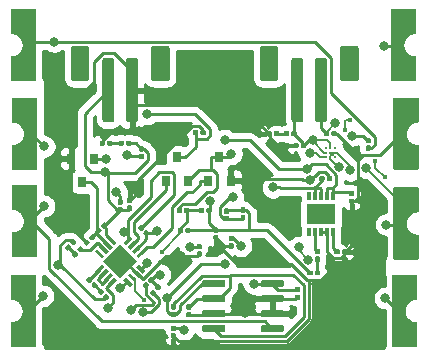
<source format=gbr>
G04 #@! TF.GenerationSoftware,KiCad,Pcbnew,(5.1.5)-3*
G04 #@! TF.CreationDate,2020-05-04T17:56:05+05:30*
G04 #@! TF.ProjectId,Battery_Charger,42617474-6572-4795-9f43-686172676572,rev?*
G04 #@! TF.SameCoordinates,Original*
G04 #@! TF.FileFunction,Copper,L1,Top*
G04 #@! TF.FilePolarity,Positive*
%FSLAX46Y46*%
G04 Gerber Fmt 4.6, Leading zero omitted, Abs format (unit mm)*
G04 Created by KiCad (PCBNEW (5.1.5)-3) date 2020-05-04 17:56:05*
%MOMM*%
%LPD*%
G04 APERTURE LIST*
%ADD10C,0.100000*%
%ADD11C,0.208000*%
%ADD12R,0.800000X0.900000*%
%ADD13R,0.300000X0.800000*%
%ADD14R,2.450000X1.750000*%
%ADD15C,0.800000*%
%ADD16C,0.400000*%
%ADD17C,0.250000*%
%ADD18C,0.190000*%
%ADD19C,0.160000*%
%ADD20C,0.254000*%
G04 APERTURE END LIST*
G04 #@! TA.AperFunction,SMDPad,CuDef*
D10*
G36*
X105000378Y-64640003D02*
G01*
X105000419Y-64640001D01*
X105000460Y-64640003D01*
X105000838Y-64640006D01*
X105003529Y-64640175D01*
X105006272Y-64640329D01*
X105006477Y-64640361D01*
X105006688Y-64640374D01*
X105009358Y-64640806D01*
X105012065Y-64641225D01*
X105012272Y-64641278D01*
X105012475Y-64641311D01*
X105015044Y-64641990D01*
X105017742Y-64642683D01*
X105017945Y-64642757D01*
X105018142Y-64642809D01*
X105020639Y-64643737D01*
X105023251Y-64644688D01*
X105023442Y-64644779D01*
X105023637Y-64644852D01*
X105026058Y-64646033D01*
X105028537Y-64647221D01*
X105028719Y-64647331D01*
X105028905Y-64647422D01*
X105031211Y-64648840D01*
X105033552Y-64650258D01*
X105033719Y-64650383D01*
X105033898Y-64650493D01*
X105036084Y-64652152D01*
X105038245Y-64653769D01*
X105038398Y-64653909D01*
X105038567Y-64654037D01*
X105040582Y-64655903D01*
X105042574Y-64657722D01*
X105042714Y-64657877D01*
X105042868Y-64658020D01*
X105044642Y-64660018D01*
X105046497Y-64662078D01*
X105046626Y-64662253D01*
X105046760Y-64662404D01*
X105048360Y-64664606D01*
X105049975Y-64666797D01*
X105050078Y-64666970D01*
X105050206Y-64667146D01*
X105051607Y-64669534D01*
X105052977Y-64671832D01*
X105053066Y-64672022D01*
X105053172Y-64672202D01*
X105054301Y-64674646D01*
X105055473Y-64677136D01*
X105055544Y-64677337D01*
X105055631Y-64677524D01*
X105056522Y-64680082D01*
X105057439Y-64682658D01*
X105057489Y-64682860D01*
X105057559Y-64683060D01*
X105058204Y-64685728D01*
X105058857Y-64688346D01*
X105058887Y-64688552D01*
X105058937Y-64688757D01*
X105059312Y-64691426D01*
X105059714Y-64694145D01*
X105059724Y-64694359D01*
X105059753Y-64694562D01*
X105059867Y-64697283D01*
X105060000Y-64700000D01*
X105060000Y-70700000D01*
X105059997Y-70700378D01*
X105059999Y-70700419D01*
X105059997Y-70700460D01*
X105059994Y-70700838D01*
X105059825Y-70703529D01*
X105059671Y-70706272D01*
X105059639Y-70706477D01*
X105059626Y-70706688D01*
X105059194Y-70709358D01*
X105058775Y-70712065D01*
X105058722Y-70712272D01*
X105058689Y-70712475D01*
X105058010Y-70715044D01*
X105057317Y-70717742D01*
X105057243Y-70717945D01*
X105057191Y-70718142D01*
X105056263Y-70720639D01*
X105055312Y-70723251D01*
X105055221Y-70723442D01*
X105055148Y-70723637D01*
X105053967Y-70726058D01*
X105052779Y-70728537D01*
X105052669Y-70728719D01*
X105052578Y-70728905D01*
X105051160Y-70731211D01*
X105049742Y-70733552D01*
X105049617Y-70733719D01*
X105049507Y-70733898D01*
X105047848Y-70736084D01*
X105046231Y-70738245D01*
X105046091Y-70738398D01*
X105045963Y-70738567D01*
X105044097Y-70740582D01*
X105042278Y-70742574D01*
X105042123Y-70742714D01*
X105041980Y-70742868D01*
X105039982Y-70744642D01*
X105037922Y-70746497D01*
X105037747Y-70746626D01*
X105037596Y-70746760D01*
X105035394Y-70748360D01*
X105033203Y-70749975D01*
X105033030Y-70750078D01*
X105032854Y-70750206D01*
X105030466Y-70751607D01*
X105028168Y-70752977D01*
X105027978Y-70753066D01*
X105027798Y-70753172D01*
X105025354Y-70754301D01*
X105022864Y-70755473D01*
X105022663Y-70755544D01*
X105022476Y-70755631D01*
X105019918Y-70756522D01*
X105017342Y-70757439D01*
X105017140Y-70757489D01*
X105016940Y-70757559D01*
X105014272Y-70758204D01*
X105011654Y-70758857D01*
X105011448Y-70758887D01*
X105011243Y-70758937D01*
X105008574Y-70759312D01*
X105005855Y-70759714D01*
X105005641Y-70759724D01*
X105005438Y-70759753D01*
X105002717Y-70759867D01*
X105000000Y-70760000D01*
X103000000Y-70760000D01*
X102999622Y-70759997D01*
X102999581Y-70759999D01*
X102999540Y-70759997D01*
X102999162Y-70759994D01*
X102996471Y-70759825D01*
X102993728Y-70759671D01*
X102993523Y-70759639D01*
X102993312Y-70759626D01*
X102990642Y-70759194D01*
X102987935Y-70758775D01*
X102987728Y-70758722D01*
X102987525Y-70758689D01*
X102984956Y-70758010D01*
X102982258Y-70757317D01*
X102982055Y-70757243D01*
X102981858Y-70757191D01*
X102979361Y-70756263D01*
X102976749Y-70755312D01*
X102976558Y-70755221D01*
X102976363Y-70755148D01*
X102973942Y-70753967D01*
X102971463Y-70752779D01*
X102971281Y-70752669D01*
X102971095Y-70752578D01*
X102968789Y-70751160D01*
X102966448Y-70749742D01*
X102966281Y-70749617D01*
X102966102Y-70749507D01*
X102963916Y-70747848D01*
X102961755Y-70746231D01*
X102961602Y-70746091D01*
X102961433Y-70745963D01*
X102959418Y-70744097D01*
X102957426Y-70742278D01*
X102957286Y-70742123D01*
X102957132Y-70741980D01*
X102955358Y-70739982D01*
X102953503Y-70737922D01*
X102953374Y-70737747D01*
X102953240Y-70737596D01*
X102951611Y-70735355D01*
X102950025Y-70733203D01*
X102949922Y-70733030D01*
X102949794Y-70732854D01*
X102948393Y-70730466D01*
X102947023Y-70728168D01*
X102946934Y-70727978D01*
X102946828Y-70727798D01*
X102945699Y-70725354D01*
X102944527Y-70722864D01*
X102944456Y-70722663D01*
X102944369Y-70722476D01*
X102943478Y-70719918D01*
X102942561Y-70717342D01*
X102942511Y-70717140D01*
X102942441Y-70716940D01*
X102941796Y-70714272D01*
X102941143Y-70711654D01*
X102941113Y-70711448D01*
X102941063Y-70711243D01*
X102940688Y-70708574D01*
X102940286Y-70705855D01*
X102940276Y-70705641D01*
X102940247Y-70705438D01*
X102940133Y-70702717D01*
X102940000Y-70700000D01*
X102940000Y-68700000D01*
X102940006Y-68699162D01*
X102940164Y-68696643D01*
X102940287Y-68694143D01*
X102940348Y-68693733D01*
X102940374Y-68693312D01*
X102940778Y-68690818D01*
X102941143Y-68688344D01*
X102941244Y-68687939D01*
X102941311Y-68687525D01*
X102941949Y-68685110D01*
X102942561Y-68682657D01*
X102942704Y-68682256D01*
X102942809Y-68681858D01*
X102943678Y-68679521D01*
X102944528Y-68677134D01*
X102944706Y-68676756D01*
X102944852Y-68676363D01*
X102945949Y-68674114D01*
X102947024Y-68671830D01*
X102947241Y-68671466D01*
X102947422Y-68671095D01*
X102948725Y-68668977D01*
X102950026Y-68666794D01*
X102950276Y-68666456D01*
X102950493Y-68666102D01*
X102952004Y-68664111D01*
X102953504Y-68662077D01*
X102953785Y-68661765D01*
X102954037Y-68661433D01*
X102955746Y-68659588D01*
X102957427Y-68657721D01*
X102957735Y-68657440D01*
X102958020Y-68657132D01*
X102959892Y-68655470D01*
X102961756Y-68653768D01*
X102962094Y-68653515D01*
X102962404Y-68653240D01*
X102964460Y-68651746D01*
X102966451Y-68650257D01*
X102966799Y-68650046D01*
X102967146Y-68649794D01*
X102969350Y-68648501D01*
X102971465Y-68647220D01*
X102971841Y-68647040D01*
X102972202Y-68646828D01*
X102974467Y-68645781D01*
X102976751Y-68644687D01*
X102977150Y-68644542D01*
X102977524Y-68644369D01*
X102979885Y-68643547D01*
X102982259Y-68642683D01*
X102982663Y-68642579D01*
X102983060Y-68642441D01*
X102985498Y-68641851D01*
X102987937Y-68641225D01*
X102988355Y-68641160D01*
X102988757Y-68641063D01*
X102991211Y-68640718D01*
X102993730Y-68640328D01*
X102994154Y-68640304D01*
X102994562Y-68640247D01*
X102997051Y-68640142D01*
X102999583Y-68640001D01*
X103011868Y-68639916D01*
X103104778Y-68634070D01*
X103195423Y-68619389D01*
X103284200Y-68595933D01*
X103370275Y-68563922D01*
X103452817Y-68523664D01*
X103531022Y-68475552D01*
X103604177Y-68420024D01*
X103671554Y-68357632D01*
X103687208Y-68340000D01*
X103843769Y-68340000D01*
X103855375Y-68340000D01*
X103853371Y-68337759D01*
X103849909Y-68333029D01*
X103849426Y-68332213D01*
X103843769Y-68340000D01*
X103687208Y-68340000D01*
X103732525Y-68288959D01*
X103786497Y-68214672D01*
X103832966Y-68135469D01*
X103871486Y-68052105D01*
X103901686Y-67965382D01*
X103923280Y-67876121D01*
X103936060Y-67785185D01*
X103939906Y-67693437D01*
X103934780Y-67601759D01*
X103920729Y-67510998D01*
X103897894Y-67422060D01*
X103866483Y-67335759D01*
X103826808Y-67252951D01*
X103779237Y-67174400D01*
X103724222Y-67100861D01*
X103662310Y-67033059D01*
X103594059Y-66971606D01*
X103520151Y-66917115D01*
X103441273Y-66870094D01*
X103358183Y-66830995D01*
X103271678Y-66800191D01*
X103182561Y-66777972D01*
X103091721Y-66764558D01*
X102997069Y-66759928D01*
X102996232Y-66759881D01*
X102994989Y-66759742D01*
X102993728Y-66759671D01*
X102992067Y-66759414D01*
X102990407Y-66759228D01*
X102989187Y-66758969D01*
X102987935Y-66758775D01*
X102986295Y-66758354D01*
X102984673Y-66758009D01*
X102983487Y-66757633D01*
X102982258Y-66757317D01*
X102980662Y-66756736D01*
X102979086Y-66756236D01*
X102977948Y-66755748D01*
X102976749Y-66755312D01*
X102975225Y-66754582D01*
X102973697Y-66753927D01*
X102972600Y-66753324D01*
X102971463Y-66752779D01*
X102970021Y-66751906D01*
X102968561Y-66751103D01*
X102967530Y-66750397D01*
X102966448Y-66749742D01*
X102965106Y-66748738D01*
X102963724Y-66747792D01*
X102962758Y-66746982D01*
X102961755Y-66746231D01*
X102960519Y-66745103D01*
X102959234Y-66744024D01*
X102958353Y-66743124D01*
X102957426Y-66742278D01*
X102956309Y-66741037D01*
X102955132Y-66739836D01*
X102954344Y-66738856D01*
X102953503Y-66737922D01*
X102952507Y-66736571D01*
X102951459Y-66735267D01*
X102950768Y-66734211D01*
X102950025Y-66733203D01*
X102949172Y-66731773D01*
X102948249Y-66730362D01*
X102947664Y-66729243D01*
X102947023Y-66728168D01*
X102946312Y-66726656D01*
X102945533Y-66725167D01*
X102945061Y-66724000D01*
X102944527Y-66722864D01*
X102943965Y-66721286D01*
X102943337Y-66719731D01*
X102942981Y-66718523D01*
X102942561Y-66717342D01*
X102942158Y-66715724D01*
X102941682Y-66714108D01*
X102941445Y-66712866D01*
X102941143Y-66711654D01*
X102940898Y-66709998D01*
X102940584Y-66708350D01*
X102940471Y-66707106D01*
X102940286Y-66705855D01*
X102940204Y-66704167D01*
X102940053Y-66702512D01*
X102940062Y-66701260D01*
X102940000Y-66700000D01*
X102940000Y-64700000D01*
X102940003Y-64699622D01*
X102940001Y-64699581D01*
X102940003Y-64699540D01*
X102940006Y-64699162D01*
X102940175Y-64696471D01*
X102940329Y-64693728D01*
X102940361Y-64693523D01*
X102940374Y-64693312D01*
X102940806Y-64690642D01*
X102941225Y-64687935D01*
X102941278Y-64687728D01*
X102941311Y-64687525D01*
X102941990Y-64684956D01*
X102942683Y-64682258D01*
X102942757Y-64682055D01*
X102942809Y-64681858D01*
X102943737Y-64679361D01*
X102944688Y-64676749D01*
X102944779Y-64676558D01*
X102944852Y-64676363D01*
X102946033Y-64673942D01*
X102947221Y-64671463D01*
X102947331Y-64671281D01*
X102947422Y-64671095D01*
X102948840Y-64668789D01*
X102950258Y-64666448D01*
X102950383Y-64666281D01*
X102950493Y-64666102D01*
X102952152Y-64663916D01*
X102953769Y-64661755D01*
X102953909Y-64661602D01*
X102954037Y-64661433D01*
X102955903Y-64659418D01*
X102957722Y-64657426D01*
X102957877Y-64657286D01*
X102958020Y-64657132D01*
X102960018Y-64655358D01*
X102962078Y-64653503D01*
X102962253Y-64653374D01*
X102962404Y-64653240D01*
X102964606Y-64651640D01*
X102966797Y-64650025D01*
X102966970Y-64649922D01*
X102967146Y-64649794D01*
X102969534Y-64648393D01*
X102971832Y-64647023D01*
X102972022Y-64646934D01*
X102972202Y-64646828D01*
X102974646Y-64645699D01*
X102977136Y-64644527D01*
X102977337Y-64644456D01*
X102977524Y-64644369D01*
X102980082Y-64643478D01*
X102982658Y-64642561D01*
X102982860Y-64642511D01*
X102983060Y-64642441D01*
X102985728Y-64641796D01*
X102988346Y-64641143D01*
X102988552Y-64641113D01*
X102988757Y-64641063D01*
X102991426Y-64640688D01*
X102994145Y-64640286D01*
X102994359Y-64640276D01*
X102994562Y-64640247D01*
X102997283Y-64640133D01*
X103000000Y-64640000D01*
X105000000Y-64640000D01*
X105000378Y-64640003D01*
G37*
G04 #@! TD.AperFunction*
G04 #@! TA.AperFunction,SMDPad,CuDef*
G36*
X105100378Y-72140003D02*
G01*
X105100419Y-72140001D01*
X105100460Y-72140003D01*
X105100838Y-72140006D01*
X105103529Y-72140175D01*
X105106272Y-72140329D01*
X105106477Y-72140361D01*
X105106688Y-72140374D01*
X105109358Y-72140806D01*
X105112065Y-72141225D01*
X105112272Y-72141278D01*
X105112475Y-72141311D01*
X105115044Y-72141990D01*
X105117742Y-72142683D01*
X105117945Y-72142757D01*
X105118142Y-72142809D01*
X105120639Y-72143737D01*
X105123251Y-72144688D01*
X105123442Y-72144779D01*
X105123637Y-72144852D01*
X105126058Y-72146033D01*
X105128537Y-72147221D01*
X105128719Y-72147331D01*
X105128905Y-72147422D01*
X105131211Y-72148840D01*
X105133552Y-72150258D01*
X105133719Y-72150383D01*
X105133898Y-72150493D01*
X105136084Y-72152152D01*
X105138245Y-72153769D01*
X105138398Y-72153909D01*
X105138567Y-72154037D01*
X105140582Y-72155903D01*
X105142574Y-72157722D01*
X105142714Y-72157877D01*
X105142868Y-72158020D01*
X105144642Y-72160018D01*
X105146497Y-72162078D01*
X105146626Y-72162253D01*
X105146760Y-72162404D01*
X105148360Y-72164606D01*
X105149975Y-72166797D01*
X105150078Y-72166970D01*
X105150206Y-72167146D01*
X105151607Y-72169534D01*
X105152977Y-72171832D01*
X105153066Y-72172022D01*
X105153172Y-72172202D01*
X105154301Y-72174646D01*
X105155473Y-72177136D01*
X105155544Y-72177337D01*
X105155631Y-72177524D01*
X105156522Y-72180082D01*
X105157439Y-72182658D01*
X105157489Y-72182860D01*
X105157559Y-72183060D01*
X105158204Y-72185728D01*
X105158857Y-72188346D01*
X105158887Y-72188552D01*
X105158937Y-72188757D01*
X105159312Y-72191426D01*
X105159714Y-72194145D01*
X105159724Y-72194359D01*
X105159753Y-72194562D01*
X105159867Y-72197283D01*
X105160000Y-72200000D01*
X105160000Y-78200000D01*
X105159997Y-78200378D01*
X105159999Y-78200419D01*
X105159997Y-78200460D01*
X105159994Y-78200838D01*
X105159825Y-78203529D01*
X105159671Y-78206272D01*
X105159639Y-78206477D01*
X105159626Y-78206688D01*
X105159194Y-78209358D01*
X105158775Y-78212065D01*
X105158722Y-78212272D01*
X105158689Y-78212475D01*
X105158010Y-78215044D01*
X105157317Y-78217742D01*
X105157243Y-78217945D01*
X105157191Y-78218142D01*
X105156263Y-78220639D01*
X105155312Y-78223251D01*
X105155221Y-78223442D01*
X105155148Y-78223637D01*
X105153967Y-78226058D01*
X105152779Y-78228537D01*
X105152669Y-78228719D01*
X105152578Y-78228905D01*
X105151160Y-78231211D01*
X105149742Y-78233552D01*
X105149617Y-78233719D01*
X105149507Y-78233898D01*
X105147848Y-78236084D01*
X105146231Y-78238245D01*
X105146091Y-78238398D01*
X105145963Y-78238567D01*
X105144097Y-78240582D01*
X105142278Y-78242574D01*
X105142123Y-78242714D01*
X105141980Y-78242868D01*
X105139982Y-78244642D01*
X105137922Y-78246497D01*
X105137747Y-78246626D01*
X105137596Y-78246760D01*
X105135394Y-78248360D01*
X105133203Y-78249975D01*
X105133030Y-78250078D01*
X105132854Y-78250206D01*
X105130466Y-78251607D01*
X105128168Y-78252977D01*
X105127978Y-78253066D01*
X105127798Y-78253172D01*
X105125354Y-78254301D01*
X105122864Y-78255473D01*
X105122663Y-78255544D01*
X105122476Y-78255631D01*
X105119918Y-78256522D01*
X105117342Y-78257439D01*
X105117140Y-78257489D01*
X105116940Y-78257559D01*
X105114272Y-78258204D01*
X105111654Y-78258857D01*
X105111448Y-78258887D01*
X105111243Y-78258937D01*
X105108574Y-78259312D01*
X105105855Y-78259714D01*
X105105641Y-78259724D01*
X105105438Y-78259753D01*
X105102717Y-78259867D01*
X105100000Y-78260000D01*
X103100000Y-78260000D01*
X103099622Y-78259997D01*
X103099581Y-78259999D01*
X103099540Y-78259997D01*
X103099162Y-78259994D01*
X103096471Y-78259825D01*
X103093728Y-78259671D01*
X103093523Y-78259639D01*
X103093312Y-78259626D01*
X103090642Y-78259194D01*
X103087935Y-78258775D01*
X103087728Y-78258722D01*
X103087525Y-78258689D01*
X103084956Y-78258010D01*
X103082258Y-78257317D01*
X103082055Y-78257243D01*
X103081858Y-78257191D01*
X103079361Y-78256263D01*
X103076749Y-78255312D01*
X103076558Y-78255221D01*
X103076363Y-78255148D01*
X103073942Y-78253967D01*
X103071463Y-78252779D01*
X103071281Y-78252669D01*
X103071095Y-78252578D01*
X103068789Y-78251160D01*
X103066448Y-78249742D01*
X103066281Y-78249617D01*
X103066102Y-78249507D01*
X103063916Y-78247848D01*
X103061755Y-78246231D01*
X103061602Y-78246091D01*
X103061433Y-78245963D01*
X103059418Y-78244097D01*
X103057426Y-78242278D01*
X103057286Y-78242123D01*
X103057132Y-78241980D01*
X103055358Y-78239982D01*
X103053503Y-78237922D01*
X103053374Y-78237747D01*
X103053240Y-78237596D01*
X103051611Y-78235355D01*
X103050025Y-78233203D01*
X103049922Y-78233030D01*
X103049794Y-78232854D01*
X103048393Y-78230466D01*
X103047023Y-78228168D01*
X103046934Y-78227978D01*
X103046828Y-78227798D01*
X103045699Y-78225354D01*
X103044527Y-78222864D01*
X103044456Y-78222663D01*
X103044369Y-78222476D01*
X103043478Y-78219918D01*
X103042561Y-78217342D01*
X103042511Y-78217140D01*
X103042441Y-78216940D01*
X103041796Y-78214272D01*
X103041143Y-78211654D01*
X103041113Y-78211448D01*
X103041063Y-78211243D01*
X103040688Y-78208574D01*
X103040286Y-78205855D01*
X103040276Y-78205641D01*
X103040247Y-78205438D01*
X103040133Y-78202717D01*
X103040000Y-78200000D01*
X103040000Y-76200000D01*
X103040006Y-76199162D01*
X103040164Y-76196643D01*
X103040287Y-76194143D01*
X103040348Y-76193733D01*
X103040374Y-76193312D01*
X103040778Y-76190818D01*
X103041143Y-76188344D01*
X103041244Y-76187939D01*
X103041311Y-76187525D01*
X103041949Y-76185110D01*
X103042561Y-76182657D01*
X103042704Y-76182256D01*
X103042809Y-76181858D01*
X103043678Y-76179521D01*
X103044528Y-76177134D01*
X103044706Y-76176756D01*
X103044852Y-76176363D01*
X103045949Y-76174114D01*
X103047024Y-76171830D01*
X103047241Y-76171466D01*
X103047422Y-76171095D01*
X103048725Y-76168977D01*
X103050026Y-76166794D01*
X103050276Y-76166456D01*
X103050493Y-76166102D01*
X103052004Y-76164111D01*
X103053504Y-76162077D01*
X103053785Y-76161765D01*
X103054037Y-76161433D01*
X103055746Y-76159588D01*
X103057427Y-76157721D01*
X103057735Y-76157440D01*
X103058020Y-76157132D01*
X103059892Y-76155470D01*
X103061756Y-76153768D01*
X103062094Y-76153515D01*
X103062404Y-76153240D01*
X103064460Y-76151746D01*
X103066451Y-76150257D01*
X103066799Y-76150046D01*
X103067146Y-76149794D01*
X103069350Y-76148501D01*
X103071465Y-76147220D01*
X103071841Y-76147040D01*
X103072202Y-76146828D01*
X103074467Y-76145781D01*
X103076751Y-76144687D01*
X103077150Y-76144542D01*
X103077524Y-76144369D01*
X103079885Y-76143547D01*
X103082259Y-76142683D01*
X103082663Y-76142579D01*
X103083060Y-76142441D01*
X103085498Y-76141851D01*
X103087937Y-76141225D01*
X103088355Y-76141160D01*
X103088757Y-76141063D01*
X103091211Y-76140718D01*
X103093730Y-76140328D01*
X103094154Y-76140304D01*
X103094562Y-76140247D01*
X103097051Y-76140142D01*
X103099583Y-76140001D01*
X103111868Y-76139916D01*
X103204778Y-76134070D01*
X103295423Y-76119389D01*
X103384200Y-76095933D01*
X103470275Y-76063922D01*
X103552817Y-76023664D01*
X103631022Y-75975552D01*
X103704177Y-75920024D01*
X103771554Y-75857632D01*
X103787208Y-75840000D01*
X103943769Y-75840000D01*
X103955375Y-75840000D01*
X103953371Y-75837759D01*
X103949909Y-75833029D01*
X103949426Y-75832213D01*
X103943769Y-75840000D01*
X103787208Y-75840000D01*
X103832525Y-75788959D01*
X103886497Y-75714672D01*
X103932966Y-75635469D01*
X103971486Y-75552105D01*
X104001686Y-75465382D01*
X104023280Y-75376121D01*
X104036060Y-75285185D01*
X104039906Y-75193437D01*
X104034780Y-75101759D01*
X104020729Y-75010998D01*
X103997894Y-74922060D01*
X103966483Y-74835759D01*
X103926808Y-74752951D01*
X103879237Y-74674400D01*
X103824222Y-74600861D01*
X103762310Y-74533059D01*
X103694059Y-74471606D01*
X103620151Y-74417115D01*
X103541273Y-74370094D01*
X103458183Y-74330995D01*
X103371678Y-74300191D01*
X103282561Y-74277972D01*
X103191721Y-74264558D01*
X103097069Y-74259928D01*
X103096232Y-74259881D01*
X103094989Y-74259742D01*
X103093728Y-74259671D01*
X103092067Y-74259414D01*
X103090407Y-74259228D01*
X103089187Y-74258969D01*
X103087935Y-74258775D01*
X103086295Y-74258354D01*
X103084673Y-74258009D01*
X103083487Y-74257633D01*
X103082258Y-74257317D01*
X103080662Y-74256736D01*
X103079086Y-74256236D01*
X103077948Y-74255748D01*
X103076749Y-74255312D01*
X103075225Y-74254582D01*
X103073697Y-74253927D01*
X103072600Y-74253324D01*
X103071463Y-74252779D01*
X103070021Y-74251906D01*
X103068561Y-74251103D01*
X103067530Y-74250397D01*
X103066448Y-74249742D01*
X103065106Y-74248738D01*
X103063724Y-74247792D01*
X103062758Y-74246982D01*
X103061755Y-74246231D01*
X103060519Y-74245103D01*
X103059234Y-74244024D01*
X103058353Y-74243124D01*
X103057426Y-74242278D01*
X103056309Y-74241037D01*
X103055132Y-74239836D01*
X103054344Y-74238856D01*
X103053503Y-74237922D01*
X103052507Y-74236571D01*
X103051459Y-74235267D01*
X103050768Y-74234211D01*
X103050025Y-74233203D01*
X103049172Y-74231773D01*
X103048249Y-74230362D01*
X103047664Y-74229243D01*
X103047023Y-74228168D01*
X103046312Y-74226656D01*
X103045533Y-74225167D01*
X103045061Y-74224000D01*
X103044527Y-74222864D01*
X103043965Y-74221286D01*
X103043337Y-74219731D01*
X103042981Y-74218523D01*
X103042561Y-74217342D01*
X103042158Y-74215724D01*
X103041682Y-74214108D01*
X103041445Y-74212866D01*
X103041143Y-74211654D01*
X103040898Y-74209998D01*
X103040584Y-74208350D01*
X103040471Y-74207106D01*
X103040286Y-74205855D01*
X103040204Y-74204167D01*
X103040053Y-74202512D01*
X103040062Y-74201260D01*
X103040000Y-74200000D01*
X103040000Y-72200000D01*
X103040003Y-72199622D01*
X103040001Y-72199581D01*
X103040003Y-72199540D01*
X103040006Y-72199162D01*
X103040175Y-72196471D01*
X103040329Y-72193728D01*
X103040361Y-72193523D01*
X103040374Y-72193312D01*
X103040806Y-72190642D01*
X103041225Y-72187935D01*
X103041278Y-72187728D01*
X103041311Y-72187525D01*
X103041990Y-72184956D01*
X103042683Y-72182258D01*
X103042757Y-72182055D01*
X103042809Y-72181858D01*
X103043737Y-72179361D01*
X103044688Y-72176749D01*
X103044779Y-72176558D01*
X103044852Y-72176363D01*
X103046033Y-72173942D01*
X103047221Y-72171463D01*
X103047331Y-72171281D01*
X103047422Y-72171095D01*
X103048840Y-72168789D01*
X103050258Y-72166448D01*
X103050383Y-72166281D01*
X103050493Y-72166102D01*
X103052152Y-72163916D01*
X103053769Y-72161755D01*
X103053909Y-72161602D01*
X103054037Y-72161433D01*
X103055903Y-72159418D01*
X103057722Y-72157426D01*
X103057877Y-72157286D01*
X103058020Y-72157132D01*
X103060018Y-72155358D01*
X103062078Y-72153503D01*
X103062253Y-72153374D01*
X103062404Y-72153240D01*
X103064606Y-72151640D01*
X103066797Y-72150025D01*
X103066970Y-72149922D01*
X103067146Y-72149794D01*
X103069534Y-72148393D01*
X103071832Y-72147023D01*
X103072022Y-72146934D01*
X103072202Y-72146828D01*
X103074646Y-72145699D01*
X103077136Y-72144527D01*
X103077337Y-72144456D01*
X103077524Y-72144369D01*
X103080082Y-72143478D01*
X103082658Y-72142561D01*
X103082860Y-72142511D01*
X103083060Y-72142441D01*
X103085728Y-72141796D01*
X103088346Y-72141143D01*
X103088552Y-72141113D01*
X103088757Y-72141063D01*
X103091426Y-72140688D01*
X103094145Y-72140286D01*
X103094359Y-72140276D01*
X103094562Y-72140247D01*
X103097283Y-72140133D01*
X103100000Y-72140000D01*
X105100000Y-72140000D01*
X105100378Y-72140003D01*
G37*
G04 #@! TD.AperFunction*
G04 #@! TA.AperFunction,SMDPad,CuDef*
G36*
X105100378Y-79540003D02*
G01*
X105100419Y-79540001D01*
X105100460Y-79540003D01*
X105100838Y-79540006D01*
X105103529Y-79540175D01*
X105106272Y-79540329D01*
X105106477Y-79540361D01*
X105106688Y-79540374D01*
X105109358Y-79540806D01*
X105112065Y-79541225D01*
X105112272Y-79541278D01*
X105112475Y-79541311D01*
X105115044Y-79541990D01*
X105117742Y-79542683D01*
X105117945Y-79542757D01*
X105118142Y-79542809D01*
X105120639Y-79543737D01*
X105123251Y-79544688D01*
X105123442Y-79544779D01*
X105123637Y-79544852D01*
X105126058Y-79546033D01*
X105128537Y-79547221D01*
X105128719Y-79547331D01*
X105128905Y-79547422D01*
X105131211Y-79548840D01*
X105133552Y-79550258D01*
X105133719Y-79550383D01*
X105133898Y-79550493D01*
X105136084Y-79552152D01*
X105138245Y-79553769D01*
X105138398Y-79553909D01*
X105138567Y-79554037D01*
X105140582Y-79555903D01*
X105142574Y-79557722D01*
X105142714Y-79557877D01*
X105142868Y-79558020D01*
X105144642Y-79560018D01*
X105146497Y-79562078D01*
X105146626Y-79562253D01*
X105146760Y-79562404D01*
X105148360Y-79564606D01*
X105149975Y-79566797D01*
X105150078Y-79566970D01*
X105150206Y-79567146D01*
X105151607Y-79569534D01*
X105152977Y-79571832D01*
X105153066Y-79572022D01*
X105153172Y-79572202D01*
X105154301Y-79574646D01*
X105155473Y-79577136D01*
X105155544Y-79577337D01*
X105155631Y-79577524D01*
X105156522Y-79580082D01*
X105157439Y-79582658D01*
X105157489Y-79582860D01*
X105157559Y-79583060D01*
X105158204Y-79585728D01*
X105158857Y-79588346D01*
X105158887Y-79588552D01*
X105158937Y-79588757D01*
X105159312Y-79591426D01*
X105159714Y-79594145D01*
X105159724Y-79594359D01*
X105159753Y-79594562D01*
X105159867Y-79597283D01*
X105160000Y-79600000D01*
X105160000Y-85600000D01*
X105159997Y-85600378D01*
X105159999Y-85600419D01*
X105159997Y-85600460D01*
X105159994Y-85600838D01*
X105159825Y-85603529D01*
X105159671Y-85606272D01*
X105159639Y-85606477D01*
X105159626Y-85606688D01*
X105159194Y-85609358D01*
X105158775Y-85612065D01*
X105158722Y-85612272D01*
X105158689Y-85612475D01*
X105158010Y-85615044D01*
X105157317Y-85617742D01*
X105157243Y-85617945D01*
X105157191Y-85618142D01*
X105156263Y-85620639D01*
X105155312Y-85623251D01*
X105155221Y-85623442D01*
X105155148Y-85623637D01*
X105153967Y-85626058D01*
X105152779Y-85628537D01*
X105152669Y-85628719D01*
X105152578Y-85628905D01*
X105151160Y-85631211D01*
X105149742Y-85633552D01*
X105149617Y-85633719D01*
X105149507Y-85633898D01*
X105147848Y-85636084D01*
X105146231Y-85638245D01*
X105146091Y-85638398D01*
X105145963Y-85638567D01*
X105144097Y-85640582D01*
X105142278Y-85642574D01*
X105142123Y-85642714D01*
X105141980Y-85642868D01*
X105139982Y-85644642D01*
X105137922Y-85646497D01*
X105137747Y-85646626D01*
X105137596Y-85646760D01*
X105135394Y-85648360D01*
X105133203Y-85649975D01*
X105133030Y-85650078D01*
X105132854Y-85650206D01*
X105130466Y-85651607D01*
X105128168Y-85652977D01*
X105127978Y-85653066D01*
X105127798Y-85653172D01*
X105125354Y-85654301D01*
X105122864Y-85655473D01*
X105122663Y-85655544D01*
X105122476Y-85655631D01*
X105119918Y-85656522D01*
X105117342Y-85657439D01*
X105117140Y-85657489D01*
X105116940Y-85657559D01*
X105114272Y-85658204D01*
X105111654Y-85658857D01*
X105111448Y-85658887D01*
X105111243Y-85658937D01*
X105108574Y-85659312D01*
X105105855Y-85659714D01*
X105105641Y-85659724D01*
X105105438Y-85659753D01*
X105102717Y-85659867D01*
X105100000Y-85660000D01*
X103100000Y-85660000D01*
X103099622Y-85659997D01*
X103099581Y-85659999D01*
X103099540Y-85659997D01*
X103099162Y-85659994D01*
X103096471Y-85659825D01*
X103093728Y-85659671D01*
X103093523Y-85659639D01*
X103093312Y-85659626D01*
X103090642Y-85659194D01*
X103087935Y-85658775D01*
X103087728Y-85658722D01*
X103087525Y-85658689D01*
X103084956Y-85658010D01*
X103082258Y-85657317D01*
X103082055Y-85657243D01*
X103081858Y-85657191D01*
X103079361Y-85656263D01*
X103076749Y-85655312D01*
X103076558Y-85655221D01*
X103076363Y-85655148D01*
X103073942Y-85653967D01*
X103071463Y-85652779D01*
X103071281Y-85652669D01*
X103071095Y-85652578D01*
X103068789Y-85651160D01*
X103066448Y-85649742D01*
X103066281Y-85649617D01*
X103066102Y-85649507D01*
X103063916Y-85647848D01*
X103061755Y-85646231D01*
X103061602Y-85646091D01*
X103061433Y-85645963D01*
X103059418Y-85644097D01*
X103057426Y-85642278D01*
X103057286Y-85642123D01*
X103057132Y-85641980D01*
X103055358Y-85639982D01*
X103053503Y-85637922D01*
X103053374Y-85637747D01*
X103053240Y-85637596D01*
X103051611Y-85635355D01*
X103050025Y-85633203D01*
X103049922Y-85633030D01*
X103049794Y-85632854D01*
X103048393Y-85630466D01*
X103047023Y-85628168D01*
X103046934Y-85627978D01*
X103046828Y-85627798D01*
X103045699Y-85625354D01*
X103044527Y-85622864D01*
X103044456Y-85622663D01*
X103044369Y-85622476D01*
X103043478Y-85619918D01*
X103042561Y-85617342D01*
X103042511Y-85617140D01*
X103042441Y-85616940D01*
X103041796Y-85614272D01*
X103041143Y-85611654D01*
X103041113Y-85611448D01*
X103041063Y-85611243D01*
X103040688Y-85608574D01*
X103040286Y-85605855D01*
X103040276Y-85605641D01*
X103040247Y-85605438D01*
X103040133Y-85602717D01*
X103040000Y-85600000D01*
X103040000Y-83600000D01*
X103040006Y-83599162D01*
X103040164Y-83596643D01*
X103040287Y-83594143D01*
X103040348Y-83593733D01*
X103040374Y-83593312D01*
X103040778Y-83590818D01*
X103041143Y-83588344D01*
X103041244Y-83587939D01*
X103041311Y-83587525D01*
X103041949Y-83585110D01*
X103042561Y-83582657D01*
X103042704Y-83582256D01*
X103042809Y-83581858D01*
X103043678Y-83579521D01*
X103044528Y-83577134D01*
X103044706Y-83576756D01*
X103044852Y-83576363D01*
X103045949Y-83574114D01*
X103047024Y-83571830D01*
X103047241Y-83571466D01*
X103047422Y-83571095D01*
X103048725Y-83568977D01*
X103050026Y-83566794D01*
X103050276Y-83566456D01*
X103050493Y-83566102D01*
X103052004Y-83564111D01*
X103053504Y-83562077D01*
X103053785Y-83561765D01*
X103054037Y-83561433D01*
X103055746Y-83559588D01*
X103057427Y-83557721D01*
X103057735Y-83557440D01*
X103058020Y-83557132D01*
X103059892Y-83555470D01*
X103061756Y-83553768D01*
X103062094Y-83553515D01*
X103062404Y-83553240D01*
X103064460Y-83551746D01*
X103066451Y-83550257D01*
X103066799Y-83550046D01*
X103067146Y-83549794D01*
X103069350Y-83548501D01*
X103071465Y-83547220D01*
X103071841Y-83547040D01*
X103072202Y-83546828D01*
X103074467Y-83545781D01*
X103076751Y-83544687D01*
X103077150Y-83544542D01*
X103077524Y-83544369D01*
X103079885Y-83543547D01*
X103082259Y-83542683D01*
X103082663Y-83542579D01*
X103083060Y-83542441D01*
X103085498Y-83541851D01*
X103087937Y-83541225D01*
X103088355Y-83541160D01*
X103088757Y-83541063D01*
X103091211Y-83540718D01*
X103093730Y-83540328D01*
X103094154Y-83540304D01*
X103094562Y-83540247D01*
X103097051Y-83540142D01*
X103099583Y-83540001D01*
X103111868Y-83539916D01*
X103204778Y-83534070D01*
X103295423Y-83519389D01*
X103384200Y-83495933D01*
X103470275Y-83463922D01*
X103552817Y-83423664D01*
X103631022Y-83375552D01*
X103704177Y-83320024D01*
X103771554Y-83257632D01*
X103787208Y-83240000D01*
X103943769Y-83240000D01*
X103955375Y-83240000D01*
X103953371Y-83237759D01*
X103949909Y-83233029D01*
X103949426Y-83232213D01*
X103943769Y-83240000D01*
X103787208Y-83240000D01*
X103832525Y-83188959D01*
X103886497Y-83114672D01*
X103932966Y-83035469D01*
X103971486Y-82952105D01*
X104001686Y-82865382D01*
X104023280Y-82776121D01*
X104036060Y-82685185D01*
X104039906Y-82593437D01*
X104034780Y-82501759D01*
X104020729Y-82410998D01*
X103997894Y-82322060D01*
X103966483Y-82235759D01*
X103926808Y-82152951D01*
X103879237Y-82074400D01*
X103824222Y-82000861D01*
X103762310Y-81933059D01*
X103694059Y-81871606D01*
X103620151Y-81817115D01*
X103541273Y-81770094D01*
X103458183Y-81730995D01*
X103371678Y-81700191D01*
X103282561Y-81677972D01*
X103191721Y-81664558D01*
X103097069Y-81659928D01*
X103096232Y-81659881D01*
X103094989Y-81659742D01*
X103093728Y-81659671D01*
X103092067Y-81659414D01*
X103090407Y-81659228D01*
X103089187Y-81658969D01*
X103087935Y-81658775D01*
X103086295Y-81658354D01*
X103084673Y-81658009D01*
X103083487Y-81657633D01*
X103082258Y-81657317D01*
X103080662Y-81656736D01*
X103079086Y-81656236D01*
X103077948Y-81655748D01*
X103076749Y-81655312D01*
X103075225Y-81654582D01*
X103073697Y-81653927D01*
X103072600Y-81653324D01*
X103071463Y-81652779D01*
X103070021Y-81651906D01*
X103068561Y-81651103D01*
X103067530Y-81650397D01*
X103066448Y-81649742D01*
X103065106Y-81648738D01*
X103063724Y-81647792D01*
X103062758Y-81646982D01*
X103061755Y-81646231D01*
X103060519Y-81645103D01*
X103059234Y-81644024D01*
X103058353Y-81643124D01*
X103057426Y-81642278D01*
X103056309Y-81641037D01*
X103055132Y-81639836D01*
X103054344Y-81638856D01*
X103053503Y-81637922D01*
X103052507Y-81636571D01*
X103051459Y-81635267D01*
X103050768Y-81634211D01*
X103050025Y-81633203D01*
X103049172Y-81631773D01*
X103048249Y-81630362D01*
X103047664Y-81629243D01*
X103047023Y-81628168D01*
X103046312Y-81626656D01*
X103045533Y-81625167D01*
X103045061Y-81624000D01*
X103044527Y-81622864D01*
X103043965Y-81621286D01*
X103043337Y-81619731D01*
X103042981Y-81618523D01*
X103042561Y-81617342D01*
X103042158Y-81615724D01*
X103041682Y-81614108D01*
X103041445Y-81612866D01*
X103041143Y-81611654D01*
X103040898Y-81609998D01*
X103040584Y-81608350D01*
X103040471Y-81607106D01*
X103040286Y-81605855D01*
X103040204Y-81604167D01*
X103040053Y-81602512D01*
X103040062Y-81601260D01*
X103040000Y-81600000D01*
X103040000Y-79600000D01*
X103040003Y-79599622D01*
X103040001Y-79599581D01*
X103040003Y-79599540D01*
X103040006Y-79599162D01*
X103040175Y-79596471D01*
X103040329Y-79593728D01*
X103040361Y-79593523D01*
X103040374Y-79593312D01*
X103040806Y-79590642D01*
X103041225Y-79587935D01*
X103041278Y-79587728D01*
X103041311Y-79587525D01*
X103041990Y-79584956D01*
X103042683Y-79582258D01*
X103042757Y-79582055D01*
X103042809Y-79581858D01*
X103043737Y-79579361D01*
X103044688Y-79576749D01*
X103044779Y-79576558D01*
X103044852Y-79576363D01*
X103046033Y-79573942D01*
X103047221Y-79571463D01*
X103047331Y-79571281D01*
X103047422Y-79571095D01*
X103048840Y-79568789D01*
X103050258Y-79566448D01*
X103050383Y-79566281D01*
X103050493Y-79566102D01*
X103052152Y-79563916D01*
X103053769Y-79561755D01*
X103053909Y-79561602D01*
X103054037Y-79561433D01*
X103055903Y-79559418D01*
X103057722Y-79557426D01*
X103057877Y-79557286D01*
X103058020Y-79557132D01*
X103060018Y-79555358D01*
X103062078Y-79553503D01*
X103062253Y-79553374D01*
X103062404Y-79553240D01*
X103064606Y-79551640D01*
X103066797Y-79550025D01*
X103066970Y-79549922D01*
X103067146Y-79549794D01*
X103069534Y-79548393D01*
X103071832Y-79547023D01*
X103072022Y-79546934D01*
X103072202Y-79546828D01*
X103074646Y-79545699D01*
X103077136Y-79544527D01*
X103077337Y-79544456D01*
X103077524Y-79544369D01*
X103080082Y-79543478D01*
X103082658Y-79542561D01*
X103082860Y-79542511D01*
X103083060Y-79542441D01*
X103085728Y-79541796D01*
X103088346Y-79541143D01*
X103088552Y-79541113D01*
X103088757Y-79541063D01*
X103091426Y-79540688D01*
X103094145Y-79540286D01*
X103094359Y-79540276D01*
X103094562Y-79540247D01*
X103097283Y-79540133D01*
X103100000Y-79540000D01*
X105100000Y-79540000D01*
X105100378Y-79540003D01*
G37*
G04 #@! TD.AperFunction*
G04 #@! TA.AperFunction,SMDPad,CuDef*
G36*
X135299622Y-93259997D02*
G01*
X135299581Y-93259999D01*
X135299540Y-93259997D01*
X135299162Y-93259994D01*
X135296471Y-93259825D01*
X135293728Y-93259671D01*
X135293523Y-93259639D01*
X135293312Y-93259626D01*
X135290642Y-93259194D01*
X135287935Y-93258775D01*
X135287728Y-93258722D01*
X135287525Y-93258689D01*
X135284956Y-93258010D01*
X135282258Y-93257317D01*
X135282055Y-93257243D01*
X135281858Y-93257191D01*
X135279361Y-93256263D01*
X135276749Y-93255312D01*
X135276558Y-93255221D01*
X135276363Y-93255148D01*
X135273942Y-93253967D01*
X135271463Y-93252779D01*
X135271281Y-93252669D01*
X135271095Y-93252578D01*
X135268789Y-93251160D01*
X135266448Y-93249742D01*
X135266281Y-93249617D01*
X135266102Y-93249507D01*
X135263916Y-93247848D01*
X135261755Y-93246231D01*
X135261602Y-93246091D01*
X135261433Y-93245963D01*
X135259418Y-93244097D01*
X135257426Y-93242278D01*
X135257286Y-93242123D01*
X135257132Y-93241980D01*
X135255358Y-93239982D01*
X135253503Y-93237922D01*
X135253374Y-93237747D01*
X135253240Y-93237596D01*
X135251640Y-93235394D01*
X135250025Y-93233203D01*
X135249922Y-93233030D01*
X135249794Y-93232854D01*
X135248393Y-93230466D01*
X135247023Y-93228168D01*
X135246934Y-93227978D01*
X135246828Y-93227798D01*
X135245699Y-93225354D01*
X135244527Y-93222864D01*
X135244456Y-93222663D01*
X135244369Y-93222476D01*
X135243478Y-93219918D01*
X135242561Y-93217342D01*
X135242511Y-93217140D01*
X135242441Y-93216940D01*
X135241796Y-93214272D01*
X135241143Y-93211654D01*
X135241113Y-93211448D01*
X135241063Y-93211243D01*
X135240688Y-93208574D01*
X135240286Y-93205855D01*
X135240276Y-93205641D01*
X135240247Y-93205438D01*
X135240133Y-93202717D01*
X135240000Y-93200000D01*
X135240000Y-87200000D01*
X135240003Y-87199622D01*
X135240001Y-87199581D01*
X135240003Y-87199540D01*
X135240006Y-87199162D01*
X135240175Y-87196471D01*
X135240329Y-87193728D01*
X135240361Y-87193523D01*
X135240374Y-87193312D01*
X135240806Y-87190642D01*
X135241225Y-87187935D01*
X135241278Y-87187728D01*
X135241311Y-87187525D01*
X135241990Y-87184956D01*
X135242683Y-87182258D01*
X135242757Y-87182055D01*
X135242809Y-87181858D01*
X135243737Y-87179361D01*
X135244688Y-87176749D01*
X135244779Y-87176558D01*
X135244852Y-87176363D01*
X135246033Y-87173942D01*
X135247221Y-87171463D01*
X135247331Y-87171281D01*
X135247422Y-87171095D01*
X135248840Y-87168789D01*
X135250258Y-87166448D01*
X135250383Y-87166281D01*
X135250493Y-87166102D01*
X135252152Y-87163916D01*
X135253769Y-87161755D01*
X135253909Y-87161602D01*
X135254037Y-87161433D01*
X135255903Y-87159418D01*
X135257722Y-87157426D01*
X135257877Y-87157286D01*
X135258020Y-87157132D01*
X135260018Y-87155358D01*
X135262078Y-87153503D01*
X135262253Y-87153374D01*
X135262404Y-87153240D01*
X135264606Y-87151640D01*
X135266797Y-87150025D01*
X135266970Y-87149922D01*
X135267146Y-87149794D01*
X135269534Y-87148393D01*
X135271832Y-87147023D01*
X135272022Y-87146934D01*
X135272202Y-87146828D01*
X135274646Y-87145699D01*
X135277136Y-87144527D01*
X135277337Y-87144456D01*
X135277524Y-87144369D01*
X135280082Y-87143478D01*
X135282658Y-87142561D01*
X135282860Y-87142511D01*
X135283060Y-87142441D01*
X135285728Y-87141796D01*
X135288346Y-87141143D01*
X135288552Y-87141113D01*
X135288757Y-87141063D01*
X135291426Y-87140688D01*
X135294145Y-87140286D01*
X135294359Y-87140276D01*
X135294562Y-87140247D01*
X135297283Y-87140133D01*
X135300000Y-87140000D01*
X137300000Y-87140000D01*
X137300378Y-87140003D01*
X137300419Y-87140001D01*
X137300460Y-87140003D01*
X137300838Y-87140006D01*
X137303529Y-87140175D01*
X137306272Y-87140329D01*
X137306477Y-87140361D01*
X137306688Y-87140374D01*
X137309358Y-87140806D01*
X137312065Y-87141225D01*
X137312272Y-87141278D01*
X137312475Y-87141311D01*
X137315044Y-87141990D01*
X137317742Y-87142683D01*
X137317945Y-87142757D01*
X137318142Y-87142809D01*
X137320639Y-87143737D01*
X137323251Y-87144688D01*
X137323442Y-87144779D01*
X137323637Y-87144852D01*
X137326058Y-87146033D01*
X137328537Y-87147221D01*
X137328719Y-87147331D01*
X137328905Y-87147422D01*
X137331211Y-87148840D01*
X137333552Y-87150258D01*
X137333719Y-87150383D01*
X137333898Y-87150493D01*
X137336084Y-87152152D01*
X137338245Y-87153769D01*
X137338398Y-87153909D01*
X137338567Y-87154037D01*
X137340582Y-87155903D01*
X137342574Y-87157722D01*
X137342714Y-87157877D01*
X137342868Y-87158020D01*
X137344642Y-87160018D01*
X137346497Y-87162078D01*
X137346626Y-87162253D01*
X137346760Y-87162404D01*
X137348389Y-87164645D01*
X137349975Y-87166797D01*
X137350078Y-87166970D01*
X137350206Y-87167146D01*
X137351607Y-87169534D01*
X137352977Y-87171832D01*
X137353066Y-87172022D01*
X137353172Y-87172202D01*
X137354301Y-87174646D01*
X137355473Y-87177136D01*
X137355544Y-87177337D01*
X137355631Y-87177524D01*
X137356522Y-87180082D01*
X137357439Y-87182658D01*
X137357489Y-87182860D01*
X137357559Y-87183060D01*
X137358204Y-87185728D01*
X137358857Y-87188346D01*
X137358887Y-87188552D01*
X137358937Y-87188757D01*
X137359312Y-87191426D01*
X137359714Y-87194145D01*
X137359724Y-87194359D01*
X137359753Y-87194562D01*
X137359867Y-87197283D01*
X137360000Y-87200000D01*
X137360000Y-89200000D01*
X137359994Y-89200838D01*
X137359836Y-89203357D01*
X137359713Y-89205857D01*
X137359652Y-89206267D01*
X137359626Y-89206688D01*
X137359222Y-89209182D01*
X137358857Y-89211656D01*
X137358756Y-89212061D01*
X137358689Y-89212475D01*
X137358051Y-89214890D01*
X137357439Y-89217343D01*
X137357296Y-89217744D01*
X137357191Y-89218142D01*
X137356322Y-89220479D01*
X137355472Y-89222866D01*
X137355294Y-89223244D01*
X137355148Y-89223637D01*
X137354051Y-89225886D01*
X137352976Y-89228170D01*
X137352759Y-89228534D01*
X137352578Y-89228905D01*
X137351275Y-89231023D01*
X137349974Y-89233206D01*
X137349724Y-89233544D01*
X137349507Y-89233898D01*
X137347996Y-89235889D01*
X137346496Y-89237923D01*
X137346215Y-89238235D01*
X137345963Y-89238567D01*
X137344254Y-89240412D01*
X137342573Y-89242279D01*
X137342265Y-89242560D01*
X137341980Y-89242868D01*
X137340108Y-89244530D01*
X137338244Y-89246232D01*
X137337906Y-89246485D01*
X137337596Y-89246760D01*
X137335540Y-89248254D01*
X137333549Y-89249743D01*
X137333201Y-89249954D01*
X137332854Y-89250206D01*
X137330650Y-89251499D01*
X137328535Y-89252780D01*
X137328159Y-89252960D01*
X137327798Y-89253172D01*
X137325533Y-89254219D01*
X137323249Y-89255313D01*
X137322850Y-89255458D01*
X137322476Y-89255631D01*
X137320115Y-89256453D01*
X137317741Y-89257317D01*
X137317337Y-89257421D01*
X137316940Y-89257559D01*
X137314502Y-89258149D01*
X137312063Y-89258775D01*
X137311645Y-89258840D01*
X137311243Y-89258937D01*
X137308789Y-89259282D01*
X137306270Y-89259672D01*
X137305846Y-89259696D01*
X137305438Y-89259753D01*
X137302949Y-89259858D01*
X137300417Y-89259999D01*
X137288132Y-89260084D01*
X137195222Y-89265930D01*
X137104577Y-89280611D01*
X137015800Y-89304067D01*
X136929725Y-89336078D01*
X136847183Y-89376336D01*
X136768978Y-89424448D01*
X136695823Y-89479976D01*
X136628446Y-89542368D01*
X136612792Y-89560000D01*
X136456231Y-89560000D01*
X136444625Y-89560000D01*
X136446629Y-89562241D01*
X136450091Y-89566971D01*
X136450574Y-89567787D01*
X136456231Y-89560000D01*
X136612792Y-89560000D01*
X136567475Y-89611041D01*
X136513503Y-89685328D01*
X136467034Y-89764531D01*
X136428514Y-89847895D01*
X136398314Y-89934618D01*
X136376720Y-90023879D01*
X136363940Y-90114815D01*
X136360094Y-90206563D01*
X136365220Y-90298241D01*
X136379271Y-90389002D01*
X136402106Y-90477940D01*
X136433517Y-90564241D01*
X136473192Y-90647049D01*
X136520763Y-90725600D01*
X136575778Y-90799139D01*
X136637690Y-90866941D01*
X136705941Y-90928394D01*
X136779849Y-90982885D01*
X136858727Y-91029906D01*
X136941817Y-91069005D01*
X137028322Y-91099809D01*
X137117439Y-91122028D01*
X137208279Y-91135442D01*
X137302931Y-91140072D01*
X137303768Y-91140119D01*
X137305011Y-91140258D01*
X137306272Y-91140329D01*
X137307933Y-91140586D01*
X137309593Y-91140772D01*
X137310813Y-91141031D01*
X137312065Y-91141225D01*
X137313705Y-91141646D01*
X137315327Y-91141991D01*
X137316513Y-91142367D01*
X137317742Y-91142683D01*
X137319338Y-91143264D01*
X137320914Y-91143764D01*
X137322052Y-91144252D01*
X137323251Y-91144688D01*
X137324775Y-91145418D01*
X137326303Y-91146073D01*
X137327400Y-91146676D01*
X137328537Y-91147221D01*
X137329979Y-91148094D01*
X137331439Y-91148897D01*
X137332470Y-91149603D01*
X137333552Y-91150258D01*
X137334894Y-91151262D01*
X137336276Y-91152208D01*
X137337242Y-91153018D01*
X137338245Y-91153769D01*
X137339481Y-91154897D01*
X137340766Y-91155976D01*
X137341647Y-91156876D01*
X137342574Y-91157722D01*
X137343691Y-91158963D01*
X137344868Y-91160164D01*
X137345656Y-91161144D01*
X137346497Y-91162078D01*
X137347493Y-91163429D01*
X137348541Y-91164733D01*
X137349232Y-91165789D01*
X137349975Y-91166797D01*
X137350828Y-91168227D01*
X137351751Y-91169638D01*
X137352336Y-91170757D01*
X137352977Y-91171832D01*
X137353688Y-91173344D01*
X137354467Y-91174833D01*
X137354939Y-91176000D01*
X137355473Y-91177136D01*
X137356035Y-91178714D01*
X137356663Y-91180269D01*
X137357019Y-91181477D01*
X137357439Y-91182658D01*
X137357842Y-91184276D01*
X137358318Y-91185892D01*
X137358555Y-91187134D01*
X137358857Y-91188346D01*
X137359102Y-91190002D01*
X137359416Y-91191650D01*
X137359529Y-91192894D01*
X137359714Y-91194145D01*
X137359796Y-91195833D01*
X137359947Y-91197488D01*
X137359938Y-91198740D01*
X137360000Y-91200000D01*
X137360000Y-93200000D01*
X137359997Y-93200378D01*
X137359999Y-93200419D01*
X137359997Y-93200460D01*
X137359994Y-93200838D01*
X137359825Y-93203529D01*
X137359671Y-93206272D01*
X137359639Y-93206477D01*
X137359626Y-93206688D01*
X137359194Y-93209358D01*
X137358775Y-93212065D01*
X137358722Y-93212272D01*
X137358689Y-93212475D01*
X137358010Y-93215044D01*
X137357317Y-93217742D01*
X137357243Y-93217945D01*
X137357191Y-93218142D01*
X137356263Y-93220639D01*
X137355312Y-93223251D01*
X137355221Y-93223442D01*
X137355148Y-93223637D01*
X137353967Y-93226058D01*
X137352779Y-93228537D01*
X137352669Y-93228719D01*
X137352578Y-93228905D01*
X137351160Y-93231211D01*
X137349742Y-93233552D01*
X137349617Y-93233719D01*
X137349507Y-93233898D01*
X137347848Y-93236084D01*
X137346231Y-93238245D01*
X137346091Y-93238398D01*
X137345963Y-93238567D01*
X137344097Y-93240582D01*
X137342278Y-93242574D01*
X137342123Y-93242714D01*
X137341980Y-93242868D01*
X137339982Y-93244642D01*
X137337922Y-93246497D01*
X137337747Y-93246626D01*
X137337596Y-93246760D01*
X137335394Y-93248360D01*
X137333203Y-93249975D01*
X137333030Y-93250078D01*
X137332854Y-93250206D01*
X137330466Y-93251607D01*
X137328168Y-93252977D01*
X137327978Y-93253066D01*
X137327798Y-93253172D01*
X137325354Y-93254301D01*
X137322864Y-93255473D01*
X137322663Y-93255544D01*
X137322476Y-93255631D01*
X137319918Y-93256522D01*
X137317342Y-93257439D01*
X137317140Y-93257489D01*
X137316940Y-93257559D01*
X137314272Y-93258204D01*
X137311654Y-93258857D01*
X137311448Y-93258887D01*
X137311243Y-93258937D01*
X137308574Y-93259312D01*
X137305855Y-93259714D01*
X137305641Y-93259724D01*
X137305438Y-93259753D01*
X137302717Y-93259867D01*
X137300000Y-93260000D01*
X135300000Y-93260000D01*
X135299622Y-93259997D01*
G37*
G04 #@! TD.AperFunction*
G04 #@! TA.AperFunction,SMDPad,CuDef*
G36*
X105000378Y-87140003D02*
G01*
X105000419Y-87140001D01*
X105000460Y-87140003D01*
X105000838Y-87140006D01*
X105003529Y-87140175D01*
X105006272Y-87140329D01*
X105006477Y-87140361D01*
X105006688Y-87140374D01*
X105009358Y-87140806D01*
X105012065Y-87141225D01*
X105012272Y-87141278D01*
X105012475Y-87141311D01*
X105015044Y-87141990D01*
X105017742Y-87142683D01*
X105017945Y-87142757D01*
X105018142Y-87142809D01*
X105020639Y-87143737D01*
X105023251Y-87144688D01*
X105023442Y-87144779D01*
X105023637Y-87144852D01*
X105026058Y-87146033D01*
X105028537Y-87147221D01*
X105028719Y-87147331D01*
X105028905Y-87147422D01*
X105031211Y-87148840D01*
X105033552Y-87150258D01*
X105033719Y-87150383D01*
X105033898Y-87150493D01*
X105036084Y-87152152D01*
X105038245Y-87153769D01*
X105038398Y-87153909D01*
X105038567Y-87154037D01*
X105040582Y-87155903D01*
X105042574Y-87157722D01*
X105042714Y-87157877D01*
X105042868Y-87158020D01*
X105044642Y-87160018D01*
X105046497Y-87162078D01*
X105046626Y-87162253D01*
X105046760Y-87162404D01*
X105048360Y-87164606D01*
X105049975Y-87166797D01*
X105050078Y-87166970D01*
X105050206Y-87167146D01*
X105051607Y-87169534D01*
X105052977Y-87171832D01*
X105053066Y-87172022D01*
X105053172Y-87172202D01*
X105054301Y-87174646D01*
X105055473Y-87177136D01*
X105055544Y-87177337D01*
X105055631Y-87177524D01*
X105056522Y-87180082D01*
X105057439Y-87182658D01*
X105057489Y-87182860D01*
X105057559Y-87183060D01*
X105058204Y-87185728D01*
X105058857Y-87188346D01*
X105058887Y-87188552D01*
X105058937Y-87188757D01*
X105059312Y-87191426D01*
X105059714Y-87194145D01*
X105059724Y-87194359D01*
X105059753Y-87194562D01*
X105059867Y-87197283D01*
X105060000Y-87200000D01*
X105060000Y-93200000D01*
X105059997Y-93200378D01*
X105059999Y-93200419D01*
X105059997Y-93200460D01*
X105059994Y-93200838D01*
X105059825Y-93203529D01*
X105059671Y-93206272D01*
X105059639Y-93206477D01*
X105059626Y-93206688D01*
X105059194Y-93209358D01*
X105058775Y-93212065D01*
X105058722Y-93212272D01*
X105058689Y-93212475D01*
X105058010Y-93215044D01*
X105057317Y-93217742D01*
X105057243Y-93217945D01*
X105057191Y-93218142D01*
X105056263Y-93220639D01*
X105055312Y-93223251D01*
X105055221Y-93223442D01*
X105055148Y-93223637D01*
X105053967Y-93226058D01*
X105052779Y-93228537D01*
X105052669Y-93228719D01*
X105052578Y-93228905D01*
X105051160Y-93231211D01*
X105049742Y-93233552D01*
X105049617Y-93233719D01*
X105049507Y-93233898D01*
X105047848Y-93236084D01*
X105046231Y-93238245D01*
X105046091Y-93238398D01*
X105045963Y-93238567D01*
X105044097Y-93240582D01*
X105042278Y-93242574D01*
X105042123Y-93242714D01*
X105041980Y-93242868D01*
X105039982Y-93244642D01*
X105037922Y-93246497D01*
X105037747Y-93246626D01*
X105037596Y-93246760D01*
X105035394Y-93248360D01*
X105033203Y-93249975D01*
X105033030Y-93250078D01*
X105032854Y-93250206D01*
X105030466Y-93251607D01*
X105028168Y-93252977D01*
X105027978Y-93253066D01*
X105027798Y-93253172D01*
X105025354Y-93254301D01*
X105022864Y-93255473D01*
X105022663Y-93255544D01*
X105022476Y-93255631D01*
X105019918Y-93256522D01*
X105017342Y-93257439D01*
X105017140Y-93257489D01*
X105016940Y-93257559D01*
X105014272Y-93258204D01*
X105011654Y-93258857D01*
X105011448Y-93258887D01*
X105011243Y-93258937D01*
X105008574Y-93259312D01*
X105005855Y-93259714D01*
X105005641Y-93259724D01*
X105005438Y-93259753D01*
X105002717Y-93259867D01*
X105000000Y-93260000D01*
X103000000Y-93260000D01*
X102999622Y-93259997D01*
X102999581Y-93259999D01*
X102999540Y-93259997D01*
X102999162Y-93259994D01*
X102996471Y-93259825D01*
X102993728Y-93259671D01*
X102993523Y-93259639D01*
X102993312Y-93259626D01*
X102990642Y-93259194D01*
X102987935Y-93258775D01*
X102987728Y-93258722D01*
X102987525Y-93258689D01*
X102984956Y-93258010D01*
X102982258Y-93257317D01*
X102982055Y-93257243D01*
X102981858Y-93257191D01*
X102979361Y-93256263D01*
X102976749Y-93255312D01*
X102976558Y-93255221D01*
X102976363Y-93255148D01*
X102973942Y-93253967D01*
X102971463Y-93252779D01*
X102971281Y-93252669D01*
X102971095Y-93252578D01*
X102968789Y-93251160D01*
X102966448Y-93249742D01*
X102966281Y-93249617D01*
X102966102Y-93249507D01*
X102963916Y-93247848D01*
X102961755Y-93246231D01*
X102961602Y-93246091D01*
X102961433Y-93245963D01*
X102959418Y-93244097D01*
X102957426Y-93242278D01*
X102957286Y-93242123D01*
X102957132Y-93241980D01*
X102955358Y-93239982D01*
X102953503Y-93237922D01*
X102953374Y-93237747D01*
X102953240Y-93237596D01*
X102951611Y-93235355D01*
X102950025Y-93233203D01*
X102949922Y-93233030D01*
X102949794Y-93232854D01*
X102948393Y-93230466D01*
X102947023Y-93228168D01*
X102946934Y-93227978D01*
X102946828Y-93227798D01*
X102945699Y-93225354D01*
X102944527Y-93222864D01*
X102944456Y-93222663D01*
X102944369Y-93222476D01*
X102943478Y-93219918D01*
X102942561Y-93217342D01*
X102942511Y-93217140D01*
X102942441Y-93216940D01*
X102941796Y-93214272D01*
X102941143Y-93211654D01*
X102941113Y-93211448D01*
X102941063Y-93211243D01*
X102940688Y-93208574D01*
X102940286Y-93205855D01*
X102940276Y-93205641D01*
X102940247Y-93205438D01*
X102940133Y-93202717D01*
X102940000Y-93200000D01*
X102940000Y-91200000D01*
X102940006Y-91199162D01*
X102940164Y-91196643D01*
X102940287Y-91194143D01*
X102940348Y-91193733D01*
X102940374Y-91193312D01*
X102940778Y-91190818D01*
X102941143Y-91188344D01*
X102941244Y-91187939D01*
X102941311Y-91187525D01*
X102941949Y-91185110D01*
X102942561Y-91182657D01*
X102942704Y-91182256D01*
X102942809Y-91181858D01*
X102943678Y-91179521D01*
X102944528Y-91177134D01*
X102944706Y-91176756D01*
X102944852Y-91176363D01*
X102945949Y-91174114D01*
X102947024Y-91171830D01*
X102947241Y-91171466D01*
X102947422Y-91171095D01*
X102948725Y-91168977D01*
X102950026Y-91166794D01*
X102950276Y-91166456D01*
X102950493Y-91166102D01*
X102952004Y-91164111D01*
X102953504Y-91162077D01*
X102953785Y-91161765D01*
X102954037Y-91161433D01*
X102955746Y-91159588D01*
X102957427Y-91157721D01*
X102957735Y-91157440D01*
X102958020Y-91157132D01*
X102959892Y-91155470D01*
X102961756Y-91153768D01*
X102962094Y-91153515D01*
X102962404Y-91153240D01*
X102964460Y-91151746D01*
X102966451Y-91150257D01*
X102966799Y-91150046D01*
X102967146Y-91149794D01*
X102969350Y-91148501D01*
X102971465Y-91147220D01*
X102971841Y-91147040D01*
X102972202Y-91146828D01*
X102974467Y-91145781D01*
X102976751Y-91144687D01*
X102977150Y-91144542D01*
X102977524Y-91144369D01*
X102979885Y-91143547D01*
X102982259Y-91142683D01*
X102982663Y-91142579D01*
X102983060Y-91142441D01*
X102985498Y-91141851D01*
X102987937Y-91141225D01*
X102988355Y-91141160D01*
X102988757Y-91141063D01*
X102991211Y-91140718D01*
X102993730Y-91140328D01*
X102994154Y-91140304D01*
X102994562Y-91140247D01*
X102997051Y-91140142D01*
X102999583Y-91140001D01*
X103011868Y-91139916D01*
X103104778Y-91134070D01*
X103195423Y-91119389D01*
X103284200Y-91095933D01*
X103370275Y-91063922D01*
X103452817Y-91023664D01*
X103531022Y-90975552D01*
X103604177Y-90920024D01*
X103671554Y-90857632D01*
X103687208Y-90840000D01*
X103843769Y-90840000D01*
X103855375Y-90840000D01*
X103853371Y-90837759D01*
X103849909Y-90833029D01*
X103849426Y-90832213D01*
X103843769Y-90840000D01*
X103687208Y-90840000D01*
X103732525Y-90788959D01*
X103786497Y-90714672D01*
X103832966Y-90635469D01*
X103871486Y-90552105D01*
X103901686Y-90465382D01*
X103923280Y-90376121D01*
X103936060Y-90285185D01*
X103939906Y-90193437D01*
X103934780Y-90101759D01*
X103920729Y-90010998D01*
X103897894Y-89922060D01*
X103866483Y-89835759D01*
X103826808Y-89752951D01*
X103779237Y-89674400D01*
X103724222Y-89600861D01*
X103662310Y-89533059D01*
X103594059Y-89471606D01*
X103520151Y-89417115D01*
X103441273Y-89370094D01*
X103358183Y-89330995D01*
X103271678Y-89300191D01*
X103182561Y-89277972D01*
X103091721Y-89264558D01*
X102997069Y-89259928D01*
X102996232Y-89259881D01*
X102994989Y-89259742D01*
X102993728Y-89259671D01*
X102992067Y-89259414D01*
X102990407Y-89259228D01*
X102989187Y-89258969D01*
X102987935Y-89258775D01*
X102986295Y-89258354D01*
X102984673Y-89258009D01*
X102983487Y-89257633D01*
X102982258Y-89257317D01*
X102980662Y-89256736D01*
X102979086Y-89256236D01*
X102977948Y-89255748D01*
X102976749Y-89255312D01*
X102975225Y-89254582D01*
X102973697Y-89253927D01*
X102972600Y-89253324D01*
X102971463Y-89252779D01*
X102970021Y-89251906D01*
X102968561Y-89251103D01*
X102967530Y-89250397D01*
X102966448Y-89249742D01*
X102965106Y-89248738D01*
X102963724Y-89247792D01*
X102962758Y-89246982D01*
X102961755Y-89246231D01*
X102960519Y-89245103D01*
X102959234Y-89244024D01*
X102958353Y-89243124D01*
X102957426Y-89242278D01*
X102956309Y-89241037D01*
X102955132Y-89239836D01*
X102954344Y-89238856D01*
X102953503Y-89237922D01*
X102952507Y-89236571D01*
X102951459Y-89235267D01*
X102950768Y-89234211D01*
X102950025Y-89233203D01*
X102949172Y-89231773D01*
X102948249Y-89230362D01*
X102947664Y-89229243D01*
X102947023Y-89228168D01*
X102946312Y-89226656D01*
X102945533Y-89225167D01*
X102945061Y-89224000D01*
X102944527Y-89222864D01*
X102943965Y-89221286D01*
X102943337Y-89219731D01*
X102942981Y-89218523D01*
X102942561Y-89217342D01*
X102942158Y-89215724D01*
X102941682Y-89214108D01*
X102941445Y-89212866D01*
X102941143Y-89211654D01*
X102940898Y-89209998D01*
X102940584Y-89208350D01*
X102940471Y-89207106D01*
X102940286Y-89205855D01*
X102940204Y-89204167D01*
X102940053Y-89202512D01*
X102940062Y-89201260D01*
X102940000Y-89200000D01*
X102940000Y-87200000D01*
X102940003Y-87199622D01*
X102940001Y-87199581D01*
X102940003Y-87199540D01*
X102940006Y-87199162D01*
X102940175Y-87196471D01*
X102940329Y-87193728D01*
X102940361Y-87193523D01*
X102940374Y-87193312D01*
X102940806Y-87190642D01*
X102941225Y-87187935D01*
X102941278Y-87187728D01*
X102941311Y-87187525D01*
X102941990Y-87184956D01*
X102942683Y-87182258D01*
X102942757Y-87182055D01*
X102942809Y-87181858D01*
X102943737Y-87179361D01*
X102944688Y-87176749D01*
X102944779Y-87176558D01*
X102944852Y-87176363D01*
X102946033Y-87173942D01*
X102947221Y-87171463D01*
X102947331Y-87171281D01*
X102947422Y-87171095D01*
X102948840Y-87168789D01*
X102950258Y-87166448D01*
X102950383Y-87166281D01*
X102950493Y-87166102D01*
X102952152Y-87163916D01*
X102953769Y-87161755D01*
X102953909Y-87161602D01*
X102954037Y-87161433D01*
X102955903Y-87159418D01*
X102957722Y-87157426D01*
X102957877Y-87157286D01*
X102958020Y-87157132D01*
X102960018Y-87155358D01*
X102962078Y-87153503D01*
X102962253Y-87153374D01*
X102962404Y-87153240D01*
X102964606Y-87151640D01*
X102966797Y-87150025D01*
X102966970Y-87149922D01*
X102967146Y-87149794D01*
X102969534Y-87148393D01*
X102971832Y-87147023D01*
X102972022Y-87146934D01*
X102972202Y-87146828D01*
X102974646Y-87145699D01*
X102977136Y-87144527D01*
X102977337Y-87144456D01*
X102977524Y-87144369D01*
X102980082Y-87143478D01*
X102982658Y-87142561D01*
X102982860Y-87142511D01*
X102983060Y-87142441D01*
X102985728Y-87141796D01*
X102988346Y-87141143D01*
X102988552Y-87141113D01*
X102988757Y-87141063D01*
X102991426Y-87140688D01*
X102994145Y-87140286D01*
X102994359Y-87140276D01*
X102994562Y-87140247D01*
X102997283Y-87140133D01*
X103000000Y-87140000D01*
X105000000Y-87140000D01*
X105000378Y-87140003D01*
G37*
G04 #@! TD.AperFunction*
G04 #@! TA.AperFunction,SMDPad,CuDef*
G36*
X135399622Y-85859997D02*
G01*
X135399581Y-85859999D01*
X135399540Y-85859997D01*
X135399162Y-85859994D01*
X135396471Y-85859825D01*
X135393728Y-85859671D01*
X135393523Y-85859639D01*
X135393312Y-85859626D01*
X135390642Y-85859194D01*
X135387935Y-85858775D01*
X135387728Y-85858722D01*
X135387525Y-85858689D01*
X135384956Y-85858010D01*
X135382258Y-85857317D01*
X135382055Y-85857243D01*
X135381858Y-85857191D01*
X135379361Y-85856263D01*
X135376749Y-85855312D01*
X135376558Y-85855221D01*
X135376363Y-85855148D01*
X135373942Y-85853967D01*
X135371463Y-85852779D01*
X135371281Y-85852669D01*
X135371095Y-85852578D01*
X135368789Y-85851160D01*
X135366448Y-85849742D01*
X135366281Y-85849617D01*
X135366102Y-85849507D01*
X135363916Y-85847848D01*
X135361755Y-85846231D01*
X135361602Y-85846091D01*
X135361433Y-85845963D01*
X135359418Y-85844097D01*
X135357426Y-85842278D01*
X135357286Y-85842123D01*
X135357132Y-85841980D01*
X135355358Y-85839982D01*
X135353503Y-85837922D01*
X135353374Y-85837747D01*
X135353240Y-85837596D01*
X135351640Y-85835394D01*
X135350025Y-85833203D01*
X135349922Y-85833030D01*
X135349794Y-85832854D01*
X135348393Y-85830466D01*
X135347023Y-85828168D01*
X135346934Y-85827978D01*
X135346828Y-85827798D01*
X135345699Y-85825354D01*
X135344527Y-85822864D01*
X135344456Y-85822663D01*
X135344369Y-85822476D01*
X135343478Y-85819918D01*
X135342561Y-85817342D01*
X135342511Y-85817140D01*
X135342441Y-85816940D01*
X135341796Y-85814272D01*
X135341143Y-85811654D01*
X135341113Y-85811448D01*
X135341063Y-85811243D01*
X135340688Y-85808574D01*
X135340286Y-85805855D01*
X135340276Y-85805641D01*
X135340247Y-85805438D01*
X135340133Y-85802717D01*
X135340000Y-85800000D01*
X135340000Y-79800000D01*
X135340003Y-79799622D01*
X135340001Y-79799581D01*
X135340003Y-79799540D01*
X135340006Y-79799162D01*
X135340175Y-79796471D01*
X135340329Y-79793728D01*
X135340361Y-79793523D01*
X135340374Y-79793312D01*
X135340806Y-79790642D01*
X135341225Y-79787935D01*
X135341278Y-79787728D01*
X135341311Y-79787525D01*
X135341990Y-79784956D01*
X135342683Y-79782258D01*
X135342757Y-79782055D01*
X135342809Y-79781858D01*
X135343737Y-79779361D01*
X135344688Y-79776749D01*
X135344779Y-79776558D01*
X135344852Y-79776363D01*
X135346033Y-79773942D01*
X135347221Y-79771463D01*
X135347331Y-79771281D01*
X135347422Y-79771095D01*
X135348840Y-79768789D01*
X135350258Y-79766448D01*
X135350383Y-79766281D01*
X135350493Y-79766102D01*
X135352152Y-79763916D01*
X135353769Y-79761755D01*
X135353909Y-79761602D01*
X135354037Y-79761433D01*
X135355903Y-79759418D01*
X135357722Y-79757426D01*
X135357877Y-79757286D01*
X135358020Y-79757132D01*
X135360018Y-79755358D01*
X135362078Y-79753503D01*
X135362253Y-79753374D01*
X135362404Y-79753240D01*
X135364606Y-79751640D01*
X135366797Y-79750025D01*
X135366970Y-79749922D01*
X135367146Y-79749794D01*
X135369534Y-79748393D01*
X135371832Y-79747023D01*
X135372022Y-79746934D01*
X135372202Y-79746828D01*
X135374646Y-79745699D01*
X135377136Y-79744527D01*
X135377337Y-79744456D01*
X135377524Y-79744369D01*
X135380082Y-79743478D01*
X135382658Y-79742561D01*
X135382860Y-79742511D01*
X135383060Y-79742441D01*
X135385728Y-79741796D01*
X135388346Y-79741143D01*
X135388552Y-79741113D01*
X135388757Y-79741063D01*
X135391426Y-79740688D01*
X135394145Y-79740286D01*
X135394359Y-79740276D01*
X135394562Y-79740247D01*
X135397283Y-79740133D01*
X135400000Y-79740000D01*
X137400000Y-79740000D01*
X137400378Y-79740003D01*
X137400419Y-79740001D01*
X137400460Y-79740003D01*
X137400838Y-79740006D01*
X137403529Y-79740175D01*
X137406272Y-79740329D01*
X137406477Y-79740361D01*
X137406688Y-79740374D01*
X137409358Y-79740806D01*
X137412065Y-79741225D01*
X137412272Y-79741278D01*
X137412475Y-79741311D01*
X137415044Y-79741990D01*
X137417742Y-79742683D01*
X137417945Y-79742757D01*
X137418142Y-79742809D01*
X137420639Y-79743737D01*
X137423251Y-79744688D01*
X137423442Y-79744779D01*
X137423637Y-79744852D01*
X137426058Y-79746033D01*
X137428537Y-79747221D01*
X137428719Y-79747331D01*
X137428905Y-79747422D01*
X137431211Y-79748840D01*
X137433552Y-79750258D01*
X137433719Y-79750383D01*
X137433898Y-79750493D01*
X137436084Y-79752152D01*
X137438245Y-79753769D01*
X137438398Y-79753909D01*
X137438567Y-79754037D01*
X137440582Y-79755903D01*
X137442574Y-79757722D01*
X137442714Y-79757877D01*
X137442868Y-79758020D01*
X137444642Y-79760018D01*
X137446497Y-79762078D01*
X137446626Y-79762253D01*
X137446760Y-79762404D01*
X137448389Y-79764645D01*
X137449975Y-79766797D01*
X137450078Y-79766970D01*
X137450206Y-79767146D01*
X137451607Y-79769534D01*
X137452977Y-79771832D01*
X137453066Y-79772022D01*
X137453172Y-79772202D01*
X137454301Y-79774646D01*
X137455473Y-79777136D01*
X137455544Y-79777337D01*
X137455631Y-79777524D01*
X137456522Y-79780082D01*
X137457439Y-79782658D01*
X137457489Y-79782860D01*
X137457559Y-79783060D01*
X137458204Y-79785728D01*
X137458857Y-79788346D01*
X137458887Y-79788552D01*
X137458937Y-79788757D01*
X137459312Y-79791426D01*
X137459714Y-79794145D01*
X137459724Y-79794359D01*
X137459753Y-79794562D01*
X137459867Y-79797283D01*
X137460000Y-79800000D01*
X137460000Y-81800000D01*
X137459994Y-81800838D01*
X137459836Y-81803357D01*
X137459713Y-81805857D01*
X137459652Y-81806267D01*
X137459626Y-81806688D01*
X137459222Y-81809182D01*
X137458857Y-81811656D01*
X137458756Y-81812061D01*
X137458689Y-81812475D01*
X137458051Y-81814890D01*
X137457439Y-81817343D01*
X137457296Y-81817744D01*
X137457191Y-81818142D01*
X137456322Y-81820479D01*
X137455472Y-81822866D01*
X137455294Y-81823244D01*
X137455148Y-81823637D01*
X137454051Y-81825886D01*
X137452976Y-81828170D01*
X137452759Y-81828534D01*
X137452578Y-81828905D01*
X137451275Y-81831023D01*
X137449974Y-81833206D01*
X137449724Y-81833544D01*
X137449507Y-81833898D01*
X137447996Y-81835889D01*
X137446496Y-81837923D01*
X137446215Y-81838235D01*
X137445963Y-81838567D01*
X137444254Y-81840412D01*
X137442573Y-81842279D01*
X137442265Y-81842560D01*
X137441980Y-81842868D01*
X137440108Y-81844530D01*
X137438244Y-81846232D01*
X137437906Y-81846485D01*
X137437596Y-81846760D01*
X137435540Y-81848254D01*
X137433549Y-81849743D01*
X137433201Y-81849954D01*
X137432854Y-81850206D01*
X137430650Y-81851499D01*
X137428535Y-81852780D01*
X137428159Y-81852960D01*
X137427798Y-81853172D01*
X137425533Y-81854219D01*
X137423249Y-81855313D01*
X137422850Y-81855458D01*
X137422476Y-81855631D01*
X137420115Y-81856453D01*
X137417741Y-81857317D01*
X137417337Y-81857421D01*
X137416940Y-81857559D01*
X137414502Y-81858149D01*
X137412063Y-81858775D01*
X137411645Y-81858840D01*
X137411243Y-81858937D01*
X137408789Y-81859282D01*
X137406270Y-81859672D01*
X137405846Y-81859696D01*
X137405438Y-81859753D01*
X137402949Y-81859858D01*
X137400417Y-81859999D01*
X137388132Y-81860084D01*
X137295222Y-81865930D01*
X137204577Y-81880611D01*
X137115800Y-81904067D01*
X137029725Y-81936078D01*
X136947183Y-81976336D01*
X136868978Y-82024448D01*
X136795823Y-82079976D01*
X136728446Y-82142368D01*
X136712792Y-82160000D01*
X136556231Y-82160000D01*
X136544625Y-82160000D01*
X136546629Y-82162241D01*
X136550091Y-82166971D01*
X136550574Y-82167787D01*
X136556231Y-82160000D01*
X136712792Y-82160000D01*
X136667475Y-82211041D01*
X136613503Y-82285328D01*
X136567034Y-82364531D01*
X136528514Y-82447895D01*
X136498314Y-82534618D01*
X136476720Y-82623879D01*
X136463940Y-82714815D01*
X136460094Y-82806563D01*
X136465220Y-82898241D01*
X136479271Y-82989002D01*
X136502106Y-83077940D01*
X136533517Y-83164241D01*
X136573192Y-83247049D01*
X136620763Y-83325600D01*
X136675778Y-83399139D01*
X136737690Y-83466941D01*
X136805941Y-83528394D01*
X136879849Y-83582885D01*
X136958727Y-83629906D01*
X137041817Y-83669005D01*
X137128322Y-83699809D01*
X137217439Y-83722028D01*
X137308279Y-83735442D01*
X137402931Y-83740072D01*
X137403768Y-83740119D01*
X137405011Y-83740258D01*
X137406272Y-83740329D01*
X137407933Y-83740586D01*
X137409593Y-83740772D01*
X137410813Y-83741031D01*
X137412065Y-83741225D01*
X137413705Y-83741646D01*
X137415327Y-83741991D01*
X137416513Y-83742367D01*
X137417742Y-83742683D01*
X137419338Y-83743264D01*
X137420914Y-83743764D01*
X137422052Y-83744252D01*
X137423251Y-83744688D01*
X137424775Y-83745418D01*
X137426303Y-83746073D01*
X137427400Y-83746676D01*
X137428537Y-83747221D01*
X137429979Y-83748094D01*
X137431439Y-83748897D01*
X137432470Y-83749603D01*
X137433552Y-83750258D01*
X137434894Y-83751262D01*
X137436276Y-83752208D01*
X137437242Y-83753018D01*
X137438245Y-83753769D01*
X137439481Y-83754897D01*
X137440766Y-83755976D01*
X137441647Y-83756876D01*
X137442574Y-83757722D01*
X137443691Y-83758963D01*
X137444868Y-83760164D01*
X137445656Y-83761144D01*
X137446497Y-83762078D01*
X137447493Y-83763429D01*
X137448541Y-83764733D01*
X137449232Y-83765789D01*
X137449975Y-83766797D01*
X137450828Y-83768227D01*
X137451751Y-83769638D01*
X137452336Y-83770757D01*
X137452977Y-83771832D01*
X137453688Y-83773344D01*
X137454467Y-83774833D01*
X137454939Y-83776000D01*
X137455473Y-83777136D01*
X137456035Y-83778714D01*
X137456663Y-83780269D01*
X137457019Y-83781477D01*
X137457439Y-83782658D01*
X137457842Y-83784276D01*
X137458318Y-83785892D01*
X137458555Y-83787134D01*
X137458857Y-83788346D01*
X137459102Y-83790002D01*
X137459416Y-83791650D01*
X137459529Y-83792894D01*
X137459714Y-83794145D01*
X137459796Y-83795833D01*
X137459947Y-83797488D01*
X137459938Y-83798740D01*
X137460000Y-83800000D01*
X137460000Y-85800000D01*
X137459997Y-85800378D01*
X137459999Y-85800419D01*
X137459997Y-85800460D01*
X137459994Y-85800838D01*
X137459825Y-85803529D01*
X137459671Y-85806272D01*
X137459639Y-85806477D01*
X137459626Y-85806688D01*
X137459194Y-85809358D01*
X137458775Y-85812065D01*
X137458722Y-85812272D01*
X137458689Y-85812475D01*
X137458010Y-85815044D01*
X137457317Y-85817742D01*
X137457243Y-85817945D01*
X137457191Y-85818142D01*
X137456263Y-85820639D01*
X137455312Y-85823251D01*
X137455221Y-85823442D01*
X137455148Y-85823637D01*
X137453967Y-85826058D01*
X137452779Y-85828537D01*
X137452669Y-85828719D01*
X137452578Y-85828905D01*
X137451160Y-85831211D01*
X137449742Y-85833552D01*
X137449617Y-85833719D01*
X137449507Y-85833898D01*
X137447848Y-85836084D01*
X137446231Y-85838245D01*
X137446091Y-85838398D01*
X137445963Y-85838567D01*
X137444097Y-85840582D01*
X137442278Y-85842574D01*
X137442123Y-85842714D01*
X137441980Y-85842868D01*
X137439982Y-85844642D01*
X137437922Y-85846497D01*
X137437747Y-85846626D01*
X137437596Y-85846760D01*
X137435394Y-85848360D01*
X137433203Y-85849975D01*
X137433030Y-85850078D01*
X137432854Y-85850206D01*
X137430466Y-85851607D01*
X137428168Y-85852977D01*
X137427978Y-85853066D01*
X137427798Y-85853172D01*
X137425354Y-85854301D01*
X137422864Y-85855473D01*
X137422663Y-85855544D01*
X137422476Y-85855631D01*
X137419918Y-85856522D01*
X137417342Y-85857439D01*
X137417140Y-85857489D01*
X137416940Y-85857559D01*
X137414272Y-85858204D01*
X137411654Y-85858857D01*
X137411448Y-85858887D01*
X137411243Y-85858937D01*
X137408574Y-85859312D01*
X137405855Y-85859714D01*
X137405641Y-85859724D01*
X137405438Y-85859753D01*
X137402717Y-85859867D01*
X137400000Y-85860000D01*
X135400000Y-85860000D01*
X135399622Y-85859997D01*
G37*
G04 #@! TD.AperFunction*
G04 #@! TA.AperFunction,SMDPad,CuDef*
G36*
X135399622Y-78259997D02*
G01*
X135399581Y-78259999D01*
X135399540Y-78259997D01*
X135399162Y-78259994D01*
X135396471Y-78259825D01*
X135393728Y-78259671D01*
X135393523Y-78259639D01*
X135393312Y-78259626D01*
X135390642Y-78259194D01*
X135387935Y-78258775D01*
X135387728Y-78258722D01*
X135387525Y-78258689D01*
X135384956Y-78258010D01*
X135382258Y-78257317D01*
X135382055Y-78257243D01*
X135381858Y-78257191D01*
X135379361Y-78256263D01*
X135376749Y-78255312D01*
X135376558Y-78255221D01*
X135376363Y-78255148D01*
X135373942Y-78253967D01*
X135371463Y-78252779D01*
X135371281Y-78252669D01*
X135371095Y-78252578D01*
X135368789Y-78251160D01*
X135366448Y-78249742D01*
X135366281Y-78249617D01*
X135366102Y-78249507D01*
X135363916Y-78247848D01*
X135361755Y-78246231D01*
X135361602Y-78246091D01*
X135361433Y-78245963D01*
X135359418Y-78244097D01*
X135357426Y-78242278D01*
X135357286Y-78242123D01*
X135357132Y-78241980D01*
X135355358Y-78239982D01*
X135353503Y-78237922D01*
X135353374Y-78237747D01*
X135353240Y-78237596D01*
X135351640Y-78235394D01*
X135350025Y-78233203D01*
X135349922Y-78233030D01*
X135349794Y-78232854D01*
X135348393Y-78230466D01*
X135347023Y-78228168D01*
X135346934Y-78227978D01*
X135346828Y-78227798D01*
X135345699Y-78225354D01*
X135344527Y-78222864D01*
X135344456Y-78222663D01*
X135344369Y-78222476D01*
X135343478Y-78219918D01*
X135342561Y-78217342D01*
X135342511Y-78217140D01*
X135342441Y-78216940D01*
X135341796Y-78214272D01*
X135341143Y-78211654D01*
X135341113Y-78211448D01*
X135341063Y-78211243D01*
X135340688Y-78208574D01*
X135340286Y-78205855D01*
X135340276Y-78205641D01*
X135340247Y-78205438D01*
X135340133Y-78202717D01*
X135340000Y-78200000D01*
X135340000Y-72200000D01*
X135340003Y-72199622D01*
X135340001Y-72199581D01*
X135340003Y-72199540D01*
X135340006Y-72199162D01*
X135340175Y-72196471D01*
X135340329Y-72193728D01*
X135340361Y-72193523D01*
X135340374Y-72193312D01*
X135340806Y-72190642D01*
X135341225Y-72187935D01*
X135341278Y-72187728D01*
X135341311Y-72187525D01*
X135341990Y-72184956D01*
X135342683Y-72182258D01*
X135342757Y-72182055D01*
X135342809Y-72181858D01*
X135343737Y-72179361D01*
X135344688Y-72176749D01*
X135344779Y-72176558D01*
X135344852Y-72176363D01*
X135346033Y-72173942D01*
X135347221Y-72171463D01*
X135347331Y-72171281D01*
X135347422Y-72171095D01*
X135348840Y-72168789D01*
X135350258Y-72166448D01*
X135350383Y-72166281D01*
X135350493Y-72166102D01*
X135352152Y-72163916D01*
X135353769Y-72161755D01*
X135353909Y-72161602D01*
X135354037Y-72161433D01*
X135355903Y-72159418D01*
X135357722Y-72157426D01*
X135357877Y-72157286D01*
X135358020Y-72157132D01*
X135360018Y-72155358D01*
X135362078Y-72153503D01*
X135362253Y-72153374D01*
X135362404Y-72153240D01*
X135364606Y-72151640D01*
X135366797Y-72150025D01*
X135366970Y-72149922D01*
X135367146Y-72149794D01*
X135369534Y-72148393D01*
X135371832Y-72147023D01*
X135372022Y-72146934D01*
X135372202Y-72146828D01*
X135374646Y-72145699D01*
X135377136Y-72144527D01*
X135377337Y-72144456D01*
X135377524Y-72144369D01*
X135380082Y-72143478D01*
X135382658Y-72142561D01*
X135382860Y-72142511D01*
X135383060Y-72142441D01*
X135385728Y-72141796D01*
X135388346Y-72141143D01*
X135388552Y-72141113D01*
X135388757Y-72141063D01*
X135391426Y-72140688D01*
X135394145Y-72140286D01*
X135394359Y-72140276D01*
X135394562Y-72140247D01*
X135397283Y-72140133D01*
X135400000Y-72140000D01*
X137400000Y-72140000D01*
X137400378Y-72140003D01*
X137400419Y-72140001D01*
X137400460Y-72140003D01*
X137400838Y-72140006D01*
X137403529Y-72140175D01*
X137406272Y-72140329D01*
X137406477Y-72140361D01*
X137406688Y-72140374D01*
X137409358Y-72140806D01*
X137412065Y-72141225D01*
X137412272Y-72141278D01*
X137412475Y-72141311D01*
X137415044Y-72141990D01*
X137417742Y-72142683D01*
X137417945Y-72142757D01*
X137418142Y-72142809D01*
X137420639Y-72143737D01*
X137423251Y-72144688D01*
X137423442Y-72144779D01*
X137423637Y-72144852D01*
X137426058Y-72146033D01*
X137428537Y-72147221D01*
X137428719Y-72147331D01*
X137428905Y-72147422D01*
X137431211Y-72148840D01*
X137433552Y-72150258D01*
X137433719Y-72150383D01*
X137433898Y-72150493D01*
X137436084Y-72152152D01*
X137438245Y-72153769D01*
X137438398Y-72153909D01*
X137438567Y-72154037D01*
X137440582Y-72155903D01*
X137442574Y-72157722D01*
X137442714Y-72157877D01*
X137442868Y-72158020D01*
X137444642Y-72160018D01*
X137446497Y-72162078D01*
X137446626Y-72162253D01*
X137446760Y-72162404D01*
X137448389Y-72164645D01*
X137449975Y-72166797D01*
X137450078Y-72166970D01*
X137450206Y-72167146D01*
X137451607Y-72169534D01*
X137452977Y-72171832D01*
X137453066Y-72172022D01*
X137453172Y-72172202D01*
X137454301Y-72174646D01*
X137455473Y-72177136D01*
X137455544Y-72177337D01*
X137455631Y-72177524D01*
X137456522Y-72180082D01*
X137457439Y-72182658D01*
X137457489Y-72182860D01*
X137457559Y-72183060D01*
X137458204Y-72185728D01*
X137458857Y-72188346D01*
X137458887Y-72188552D01*
X137458937Y-72188757D01*
X137459312Y-72191426D01*
X137459714Y-72194145D01*
X137459724Y-72194359D01*
X137459753Y-72194562D01*
X137459867Y-72197283D01*
X137460000Y-72200000D01*
X137460000Y-74200000D01*
X137459994Y-74200838D01*
X137459836Y-74203357D01*
X137459713Y-74205857D01*
X137459652Y-74206267D01*
X137459626Y-74206688D01*
X137459222Y-74209182D01*
X137458857Y-74211656D01*
X137458756Y-74212061D01*
X137458689Y-74212475D01*
X137458051Y-74214890D01*
X137457439Y-74217343D01*
X137457296Y-74217744D01*
X137457191Y-74218142D01*
X137456322Y-74220479D01*
X137455472Y-74222866D01*
X137455294Y-74223244D01*
X137455148Y-74223637D01*
X137454051Y-74225886D01*
X137452976Y-74228170D01*
X137452759Y-74228534D01*
X137452578Y-74228905D01*
X137451275Y-74231023D01*
X137449974Y-74233206D01*
X137449724Y-74233544D01*
X137449507Y-74233898D01*
X137447996Y-74235889D01*
X137446496Y-74237923D01*
X137446215Y-74238235D01*
X137445963Y-74238567D01*
X137444254Y-74240412D01*
X137442573Y-74242279D01*
X137442265Y-74242560D01*
X137441980Y-74242868D01*
X137440108Y-74244530D01*
X137438244Y-74246232D01*
X137437906Y-74246485D01*
X137437596Y-74246760D01*
X137435540Y-74248254D01*
X137433549Y-74249743D01*
X137433201Y-74249954D01*
X137432854Y-74250206D01*
X137430650Y-74251499D01*
X137428535Y-74252780D01*
X137428159Y-74252960D01*
X137427798Y-74253172D01*
X137425533Y-74254219D01*
X137423249Y-74255313D01*
X137422850Y-74255458D01*
X137422476Y-74255631D01*
X137420115Y-74256453D01*
X137417741Y-74257317D01*
X137417337Y-74257421D01*
X137416940Y-74257559D01*
X137414502Y-74258149D01*
X137412063Y-74258775D01*
X137411645Y-74258840D01*
X137411243Y-74258937D01*
X137408789Y-74259282D01*
X137406270Y-74259672D01*
X137405846Y-74259696D01*
X137405438Y-74259753D01*
X137402949Y-74259858D01*
X137400417Y-74259999D01*
X137388132Y-74260084D01*
X137295222Y-74265930D01*
X137204577Y-74280611D01*
X137115800Y-74304067D01*
X137029725Y-74336078D01*
X136947183Y-74376336D01*
X136868978Y-74424448D01*
X136795823Y-74479976D01*
X136728446Y-74542368D01*
X136712792Y-74560000D01*
X136556231Y-74560000D01*
X136544625Y-74560000D01*
X136546629Y-74562241D01*
X136550091Y-74566971D01*
X136550574Y-74567787D01*
X136556231Y-74560000D01*
X136712792Y-74560000D01*
X136667475Y-74611041D01*
X136613503Y-74685328D01*
X136567034Y-74764531D01*
X136528514Y-74847895D01*
X136498314Y-74934618D01*
X136476720Y-75023879D01*
X136463940Y-75114815D01*
X136460094Y-75206563D01*
X136465220Y-75298241D01*
X136479271Y-75389002D01*
X136502106Y-75477940D01*
X136533517Y-75564241D01*
X136573192Y-75647049D01*
X136620763Y-75725600D01*
X136675778Y-75799139D01*
X136737690Y-75866941D01*
X136805941Y-75928394D01*
X136879849Y-75982885D01*
X136958727Y-76029906D01*
X137041817Y-76069005D01*
X137128322Y-76099809D01*
X137217439Y-76122028D01*
X137308279Y-76135442D01*
X137402931Y-76140072D01*
X137403768Y-76140119D01*
X137405011Y-76140258D01*
X137406272Y-76140329D01*
X137407933Y-76140586D01*
X137409593Y-76140772D01*
X137410813Y-76141031D01*
X137412065Y-76141225D01*
X137413705Y-76141646D01*
X137415327Y-76141991D01*
X137416513Y-76142367D01*
X137417742Y-76142683D01*
X137419338Y-76143264D01*
X137420914Y-76143764D01*
X137422052Y-76144252D01*
X137423251Y-76144688D01*
X137424775Y-76145418D01*
X137426303Y-76146073D01*
X137427400Y-76146676D01*
X137428537Y-76147221D01*
X137429979Y-76148094D01*
X137431439Y-76148897D01*
X137432470Y-76149603D01*
X137433552Y-76150258D01*
X137434894Y-76151262D01*
X137436276Y-76152208D01*
X137437242Y-76153018D01*
X137438245Y-76153769D01*
X137439481Y-76154897D01*
X137440766Y-76155976D01*
X137441647Y-76156876D01*
X137442574Y-76157722D01*
X137443691Y-76158963D01*
X137444868Y-76160164D01*
X137445656Y-76161144D01*
X137446497Y-76162078D01*
X137447493Y-76163429D01*
X137448541Y-76164733D01*
X137449232Y-76165789D01*
X137449975Y-76166797D01*
X137450828Y-76168227D01*
X137451751Y-76169638D01*
X137452336Y-76170757D01*
X137452977Y-76171832D01*
X137453688Y-76173344D01*
X137454467Y-76174833D01*
X137454939Y-76176000D01*
X137455473Y-76177136D01*
X137456035Y-76178714D01*
X137456663Y-76180269D01*
X137457019Y-76181477D01*
X137457439Y-76182658D01*
X137457842Y-76184276D01*
X137458318Y-76185892D01*
X137458555Y-76187134D01*
X137458857Y-76188346D01*
X137459102Y-76190002D01*
X137459416Y-76191650D01*
X137459529Y-76192894D01*
X137459714Y-76194145D01*
X137459796Y-76195833D01*
X137459947Y-76197488D01*
X137459938Y-76198740D01*
X137460000Y-76200000D01*
X137460000Y-78200000D01*
X137459997Y-78200378D01*
X137459999Y-78200419D01*
X137459997Y-78200460D01*
X137459994Y-78200838D01*
X137459825Y-78203529D01*
X137459671Y-78206272D01*
X137459639Y-78206477D01*
X137459626Y-78206688D01*
X137459194Y-78209358D01*
X137458775Y-78212065D01*
X137458722Y-78212272D01*
X137458689Y-78212475D01*
X137458010Y-78215044D01*
X137457317Y-78217742D01*
X137457243Y-78217945D01*
X137457191Y-78218142D01*
X137456263Y-78220639D01*
X137455312Y-78223251D01*
X137455221Y-78223442D01*
X137455148Y-78223637D01*
X137453967Y-78226058D01*
X137452779Y-78228537D01*
X137452669Y-78228719D01*
X137452578Y-78228905D01*
X137451160Y-78231211D01*
X137449742Y-78233552D01*
X137449617Y-78233719D01*
X137449507Y-78233898D01*
X137447848Y-78236084D01*
X137446231Y-78238245D01*
X137446091Y-78238398D01*
X137445963Y-78238567D01*
X137444097Y-78240582D01*
X137442278Y-78242574D01*
X137442123Y-78242714D01*
X137441980Y-78242868D01*
X137439982Y-78244642D01*
X137437922Y-78246497D01*
X137437747Y-78246626D01*
X137437596Y-78246760D01*
X137435394Y-78248360D01*
X137433203Y-78249975D01*
X137433030Y-78250078D01*
X137432854Y-78250206D01*
X137430466Y-78251607D01*
X137428168Y-78252977D01*
X137427978Y-78253066D01*
X137427798Y-78253172D01*
X137425354Y-78254301D01*
X137422864Y-78255473D01*
X137422663Y-78255544D01*
X137422476Y-78255631D01*
X137419918Y-78256522D01*
X137417342Y-78257439D01*
X137417140Y-78257489D01*
X137416940Y-78257559D01*
X137414272Y-78258204D01*
X137411654Y-78258857D01*
X137411448Y-78258887D01*
X137411243Y-78258937D01*
X137408574Y-78259312D01*
X137405855Y-78259714D01*
X137405641Y-78259724D01*
X137405438Y-78259753D01*
X137402717Y-78259867D01*
X137400000Y-78260000D01*
X135400000Y-78260000D01*
X135399622Y-78259997D01*
G37*
G04 #@! TD.AperFunction*
G04 #@! TA.AperFunction,SMDPad,CuDef*
G36*
X135199622Y-70759997D02*
G01*
X135199581Y-70759999D01*
X135199540Y-70759997D01*
X135199162Y-70759994D01*
X135196471Y-70759825D01*
X135193728Y-70759671D01*
X135193523Y-70759639D01*
X135193312Y-70759626D01*
X135190642Y-70759194D01*
X135187935Y-70758775D01*
X135187728Y-70758722D01*
X135187525Y-70758689D01*
X135184956Y-70758010D01*
X135182258Y-70757317D01*
X135182055Y-70757243D01*
X135181858Y-70757191D01*
X135179361Y-70756263D01*
X135176749Y-70755312D01*
X135176558Y-70755221D01*
X135176363Y-70755148D01*
X135173942Y-70753967D01*
X135171463Y-70752779D01*
X135171281Y-70752669D01*
X135171095Y-70752578D01*
X135168789Y-70751160D01*
X135166448Y-70749742D01*
X135166281Y-70749617D01*
X135166102Y-70749507D01*
X135163916Y-70747848D01*
X135161755Y-70746231D01*
X135161602Y-70746091D01*
X135161433Y-70745963D01*
X135159418Y-70744097D01*
X135157426Y-70742278D01*
X135157286Y-70742123D01*
X135157132Y-70741980D01*
X135155358Y-70739982D01*
X135153503Y-70737922D01*
X135153374Y-70737747D01*
X135153240Y-70737596D01*
X135151640Y-70735394D01*
X135150025Y-70733203D01*
X135149922Y-70733030D01*
X135149794Y-70732854D01*
X135148393Y-70730466D01*
X135147023Y-70728168D01*
X135146934Y-70727978D01*
X135146828Y-70727798D01*
X135145699Y-70725354D01*
X135144527Y-70722864D01*
X135144456Y-70722663D01*
X135144369Y-70722476D01*
X135143478Y-70719918D01*
X135142561Y-70717342D01*
X135142511Y-70717140D01*
X135142441Y-70716940D01*
X135141796Y-70714272D01*
X135141143Y-70711654D01*
X135141113Y-70711448D01*
X135141063Y-70711243D01*
X135140688Y-70708574D01*
X135140286Y-70705855D01*
X135140276Y-70705641D01*
X135140247Y-70705438D01*
X135140133Y-70702717D01*
X135140000Y-70700000D01*
X135140000Y-64700000D01*
X135140003Y-64699622D01*
X135140001Y-64699581D01*
X135140003Y-64699540D01*
X135140006Y-64699162D01*
X135140175Y-64696471D01*
X135140329Y-64693728D01*
X135140361Y-64693523D01*
X135140374Y-64693312D01*
X135140806Y-64690642D01*
X135141225Y-64687935D01*
X135141278Y-64687728D01*
X135141311Y-64687525D01*
X135141990Y-64684956D01*
X135142683Y-64682258D01*
X135142757Y-64682055D01*
X135142809Y-64681858D01*
X135143737Y-64679361D01*
X135144688Y-64676749D01*
X135144779Y-64676558D01*
X135144852Y-64676363D01*
X135146033Y-64673942D01*
X135147221Y-64671463D01*
X135147331Y-64671281D01*
X135147422Y-64671095D01*
X135148840Y-64668789D01*
X135150258Y-64666448D01*
X135150383Y-64666281D01*
X135150493Y-64666102D01*
X135152152Y-64663916D01*
X135153769Y-64661755D01*
X135153909Y-64661602D01*
X135154037Y-64661433D01*
X135155903Y-64659418D01*
X135157722Y-64657426D01*
X135157877Y-64657286D01*
X135158020Y-64657132D01*
X135160018Y-64655358D01*
X135162078Y-64653503D01*
X135162253Y-64653374D01*
X135162404Y-64653240D01*
X135164606Y-64651640D01*
X135166797Y-64650025D01*
X135166970Y-64649922D01*
X135167146Y-64649794D01*
X135169534Y-64648393D01*
X135171832Y-64647023D01*
X135172022Y-64646934D01*
X135172202Y-64646828D01*
X135174646Y-64645699D01*
X135177136Y-64644527D01*
X135177337Y-64644456D01*
X135177524Y-64644369D01*
X135180082Y-64643478D01*
X135182658Y-64642561D01*
X135182860Y-64642511D01*
X135183060Y-64642441D01*
X135185728Y-64641796D01*
X135188346Y-64641143D01*
X135188552Y-64641113D01*
X135188757Y-64641063D01*
X135191426Y-64640688D01*
X135194145Y-64640286D01*
X135194359Y-64640276D01*
X135194562Y-64640247D01*
X135197283Y-64640133D01*
X135200000Y-64640000D01*
X137200000Y-64640000D01*
X137200378Y-64640003D01*
X137200419Y-64640001D01*
X137200460Y-64640003D01*
X137200838Y-64640006D01*
X137203529Y-64640175D01*
X137206272Y-64640329D01*
X137206477Y-64640361D01*
X137206688Y-64640374D01*
X137209358Y-64640806D01*
X137212065Y-64641225D01*
X137212272Y-64641278D01*
X137212475Y-64641311D01*
X137215044Y-64641990D01*
X137217742Y-64642683D01*
X137217945Y-64642757D01*
X137218142Y-64642809D01*
X137220639Y-64643737D01*
X137223251Y-64644688D01*
X137223442Y-64644779D01*
X137223637Y-64644852D01*
X137226058Y-64646033D01*
X137228537Y-64647221D01*
X137228719Y-64647331D01*
X137228905Y-64647422D01*
X137231211Y-64648840D01*
X137233552Y-64650258D01*
X137233719Y-64650383D01*
X137233898Y-64650493D01*
X137236084Y-64652152D01*
X137238245Y-64653769D01*
X137238398Y-64653909D01*
X137238567Y-64654037D01*
X137240582Y-64655903D01*
X137242574Y-64657722D01*
X137242714Y-64657877D01*
X137242868Y-64658020D01*
X137244642Y-64660018D01*
X137246497Y-64662078D01*
X137246626Y-64662253D01*
X137246760Y-64662404D01*
X137248389Y-64664645D01*
X137249975Y-64666797D01*
X137250078Y-64666970D01*
X137250206Y-64667146D01*
X137251607Y-64669534D01*
X137252977Y-64671832D01*
X137253066Y-64672022D01*
X137253172Y-64672202D01*
X137254301Y-64674646D01*
X137255473Y-64677136D01*
X137255544Y-64677337D01*
X137255631Y-64677524D01*
X137256522Y-64680082D01*
X137257439Y-64682658D01*
X137257489Y-64682860D01*
X137257559Y-64683060D01*
X137258204Y-64685728D01*
X137258857Y-64688346D01*
X137258887Y-64688552D01*
X137258937Y-64688757D01*
X137259312Y-64691426D01*
X137259714Y-64694145D01*
X137259724Y-64694359D01*
X137259753Y-64694562D01*
X137259867Y-64697283D01*
X137260000Y-64700000D01*
X137260000Y-66700000D01*
X137259994Y-66700838D01*
X137259836Y-66703357D01*
X137259713Y-66705857D01*
X137259652Y-66706267D01*
X137259626Y-66706688D01*
X137259222Y-66709182D01*
X137258857Y-66711656D01*
X137258756Y-66712061D01*
X137258689Y-66712475D01*
X137258051Y-66714890D01*
X137257439Y-66717343D01*
X137257296Y-66717744D01*
X137257191Y-66718142D01*
X137256322Y-66720479D01*
X137255472Y-66722866D01*
X137255294Y-66723244D01*
X137255148Y-66723637D01*
X137254051Y-66725886D01*
X137252976Y-66728170D01*
X137252759Y-66728534D01*
X137252578Y-66728905D01*
X137251275Y-66731023D01*
X137249974Y-66733206D01*
X137249724Y-66733544D01*
X137249507Y-66733898D01*
X137247996Y-66735889D01*
X137246496Y-66737923D01*
X137246215Y-66738235D01*
X137245963Y-66738567D01*
X137244254Y-66740412D01*
X137242573Y-66742279D01*
X137242265Y-66742560D01*
X137241980Y-66742868D01*
X137240108Y-66744530D01*
X137238244Y-66746232D01*
X137237906Y-66746485D01*
X137237596Y-66746760D01*
X137235540Y-66748254D01*
X137233549Y-66749743D01*
X137233201Y-66749954D01*
X137232854Y-66750206D01*
X137230650Y-66751499D01*
X137228535Y-66752780D01*
X137228159Y-66752960D01*
X137227798Y-66753172D01*
X137225533Y-66754219D01*
X137223249Y-66755313D01*
X137222850Y-66755458D01*
X137222476Y-66755631D01*
X137220115Y-66756453D01*
X137217741Y-66757317D01*
X137217337Y-66757421D01*
X137216940Y-66757559D01*
X137214502Y-66758149D01*
X137212063Y-66758775D01*
X137211645Y-66758840D01*
X137211243Y-66758937D01*
X137208789Y-66759282D01*
X137206270Y-66759672D01*
X137205846Y-66759696D01*
X137205438Y-66759753D01*
X137202949Y-66759858D01*
X137200417Y-66759999D01*
X137188132Y-66760084D01*
X137095222Y-66765930D01*
X137004577Y-66780611D01*
X136915800Y-66804067D01*
X136829725Y-66836078D01*
X136747183Y-66876336D01*
X136668978Y-66924448D01*
X136595823Y-66979976D01*
X136528446Y-67042368D01*
X136512792Y-67060000D01*
X136356231Y-67060000D01*
X136344625Y-67060000D01*
X136346629Y-67062241D01*
X136350091Y-67066971D01*
X136350574Y-67067787D01*
X136356231Y-67060000D01*
X136512792Y-67060000D01*
X136467475Y-67111041D01*
X136413503Y-67185328D01*
X136367034Y-67264531D01*
X136328514Y-67347895D01*
X136298314Y-67434618D01*
X136276720Y-67523879D01*
X136263940Y-67614815D01*
X136260094Y-67706563D01*
X136265220Y-67798241D01*
X136279271Y-67889002D01*
X136302106Y-67977940D01*
X136333517Y-68064241D01*
X136373192Y-68147049D01*
X136420763Y-68225600D01*
X136475778Y-68299139D01*
X136537690Y-68366941D01*
X136605941Y-68428394D01*
X136679849Y-68482885D01*
X136758727Y-68529906D01*
X136841817Y-68569005D01*
X136928322Y-68599809D01*
X137017439Y-68622028D01*
X137108279Y-68635442D01*
X137202931Y-68640072D01*
X137203768Y-68640119D01*
X137205011Y-68640258D01*
X137206272Y-68640329D01*
X137207933Y-68640586D01*
X137209593Y-68640772D01*
X137210813Y-68641031D01*
X137212065Y-68641225D01*
X137213705Y-68641646D01*
X137215327Y-68641991D01*
X137216513Y-68642367D01*
X137217742Y-68642683D01*
X137219338Y-68643264D01*
X137220914Y-68643764D01*
X137222052Y-68644252D01*
X137223251Y-68644688D01*
X137224775Y-68645418D01*
X137226303Y-68646073D01*
X137227400Y-68646676D01*
X137228537Y-68647221D01*
X137229979Y-68648094D01*
X137231439Y-68648897D01*
X137232470Y-68649603D01*
X137233552Y-68650258D01*
X137234894Y-68651262D01*
X137236276Y-68652208D01*
X137237242Y-68653018D01*
X137238245Y-68653769D01*
X137239481Y-68654897D01*
X137240766Y-68655976D01*
X137241647Y-68656876D01*
X137242574Y-68657722D01*
X137243691Y-68658963D01*
X137244868Y-68660164D01*
X137245656Y-68661144D01*
X137246497Y-68662078D01*
X137247493Y-68663429D01*
X137248541Y-68664733D01*
X137249232Y-68665789D01*
X137249975Y-68666797D01*
X137250828Y-68668227D01*
X137251751Y-68669638D01*
X137252336Y-68670757D01*
X137252977Y-68671832D01*
X137253688Y-68673344D01*
X137254467Y-68674833D01*
X137254939Y-68676000D01*
X137255473Y-68677136D01*
X137256035Y-68678714D01*
X137256663Y-68680269D01*
X137257019Y-68681477D01*
X137257439Y-68682658D01*
X137257842Y-68684276D01*
X137258318Y-68685892D01*
X137258555Y-68687134D01*
X137258857Y-68688346D01*
X137259102Y-68690002D01*
X137259416Y-68691650D01*
X137259529Y-68692894D01*
X137259714Y-68694145D01*
X137259796Y-68695833D01*
X137259947Y-68697488D01*
X137259938Y-68698740D01*
X137260000Y-68700000D01*
X137260000Y-70700000D01*
X137259997Y-70700378D01*
X137259999Y-70700419D01*
X137259997Y-70700460D01*
X137259994Y-70700838D01*
X137259825Y-70703529D01*
X137259671Y-70706272D01*
X137259639Y-70706477D01*
X137259626Y-70706688D01*
X137259194Y-70709358D01*
X137258775Y-70712065D01*
X137258722Y-70712272D01*
X137258689Y-70712475D01*
X137258010Y-70715044D01*
X137257317Y-70717742D01*
X137257243Y-70717945D01*
X137257191Y-70718142D01*
X137256263Y-70720639D01*
X137255312Y-70723251D01*
X137255221Y-70723442D01*
X137255148Y-70723637D01*
X137253967Y-70726058D01*
X137252779Y-70728537D01*
X137252669Y-70728719D01*
X137252578Y-70728905D01*
X137251160Y-70731211D01*
X137249742Y-70733552D01*
X137249617Y-70733719D01*
X137249507Y-70733898D01*
X137247848Y-70736084D01*
X137246231Y-70738245D01*
X137246091Y-70738398D01*
X137245963Y-70738567D01*
X137244097Y-70740582D01*
X137242278Y-70742574D01*
X137242123Y-70742714D01*
X137241980Y-70742868D01*
X137239982Y-70744642D01*
X137237922Y-70746497D01*
X137237747Y-70746626D01*
X137237596Y-70746760D01*
X137235394Y-70748360D01*
X137233203Y-70749975D01*
X137233030Y-70750078D01*
X137232854Y-70750206D01*
X137230466Y-70751607D01*
X137228168Y-70752977D01*
X137227978Y-70753066D01*
X137227798Y-70753172D01*
X137225354Y-70754301D01*
X137222864Y-70755473D01*
X137222663Y-70755544D01*
X137222476Y-70755631D01*
X137219918Y-70756522D01*
X137217342Y-70757439D01*
X137217140Y-70757489D01*
X137216940Y-70757559D01*
X137214272Y-70758204D01*
X137211654Y-70758857D01*
X137211448Y-70758887D01*
X137211243Y-70758937D01*
X137208574Y-70759312D01*
X137205855Y-70759714D01*
X137205641Y-70759724D01*
X137205438Y-70759753D01*
X137202717Y-70759867D01*
X137200000Y-70760000D01*
X135200000Y-70760000D01*
X135199622Y-70759997D01*
G37*
G04 #@! TD.AperFunction*
G04 #@! TA.AperFunction,SMDPad,CuDef*
G36*
X119859802Y-81500482D02*
G01*
X119869509Y-81501921D01*
X119879028Y-81504306D01*
X119888268Y-81507612D01*
X119897140Y-81511808D01*
X119905557Y-81516853D01*
X119913439Y-81522699D01*
X119920711Y-81529289D01*
X119927301Y-81536561D01*
X119933147Y-81544443D01*
X119938192Y-81552860D01*
X119942388Y-81561732D01*
X119945694Y-81570972D01*
X119948079Y-81580491D01*
X119949518Y-81590198D01*
X119950000Y-81600000D01*
X119950000Y-81800000D01*
X119949518Y-81809802D01*
X119948079Y-81819509D01*
X119945694Y-81829028D01*
X119942388Y-81838268D01*
X119938192Y-81847140D01*
X119933147Y-81855557D01*
X119927301Y-81863439D01*
X119920711Y-81870711D01*
X119913439Y-81877301D01*
X119905557Y-81883147D01*
X119897140Y-81888192D01*
X119888268Y-81892388D01*
X119879028Y-81895694D01*
X119869509Y-81898079D01*
X119859802Y-81899518D01*
X119850000Y-81900000D01*
X119590000Y-81900000D01*
X119580198Y-81899518D01*
X119570491Y-81898079D01*
X119560972Y-81895694D01*
X119551732Y-81892388D01*
X119542860Y-81888192D01*
X119534443Y-81883147D01*
X119526561Y-81877301D01*
X119519289Y-81870711D01*
X119512699Y-81863439D01*
X119506853Y-81855557D01*
X119501808Y-81847140D01*
X119497612Y-81838268D01*
X119494306Y-81829028D01*
X119491921Y-81819509D01*
X119490482Y-81809802D01*
X119490000Y-81800000D01*
X119490000Y-81600000D01*
X119490482Y-81590198D01*
X119491921Y-81580491D01*
X119494306Y-81570972D01*
X119497612Y-81561732D01*
X119501808Y-81552860D01*
X119506853Y-81544443D01*
X119512699Y-81536561D01*
X119519289Y-81529289D01*
X119526561Y-81522699D01*
X119534443Y-81516853D01*
X119542860Y-81511808D01*
X119551732Y-81507612D01*
X119560972Y-81504306D01*
X119570491Y-81501921D01*
X119580198Y-81500482D01*
X119590000Y-81500000D01*
X119850000Y-81500000D01*
X119859802Y-81500482D01*
G37*
G04 #@! TD.AperFunction*
G04 #@! TA.AperFunction,SMDPad,CuDef*
G36*
X119219802Y-81500482D02*
G01*
X119229509Y-81501921D01*
X119239028Y-81504306D01*
X119248268Y-81507612D01*
X119257140Y-81511808D01*
X119265557Y-81516853D01*
X119273439Y-81522699D01*
X119280711Y-81529289D01*
X119287301Y-81536561D01*
X119293147Y-81544443D01*
X119298192Y-81552860D01*
X119302388Y-81561732D01*
X119305694Y-81570972D01*
X119308079Y-81580491D01*
X119309518Y-81590198D01*
X119310000Y-81600000D01*
X119310000Y-81800000D01*
X119309518Y-81809802D01*
X119308079Y-81819509D01*
X119305694Y-81829028D01*
X119302388Y-81838268D01*
X119298192Y-81847140D01*
X119293147Y-81855557D01*
X119287301Y-81863439D01*
X119280711Y-81870711D01*
X119273439Y-81877301D01*
X119265557Y-81883147D01*
X119257140Y-81888192D01*
X119248268Y-81892388D01*
X119239028Y-81895694D01*
X119229509Y-81898079D01*
X119219802Y-81899518D01*
X119210000Y-81900000D01*
X118950000Y-81900000D01*
X118940198Y-81899518D01*
X118930491Y-81898079D01*
X118920972Y-81895694D01*
X118911732Y-81892388D01*
X118902860Y-81888192D01*
X118894443Y-81883147D01*
X118886561Y-81877301D01*
X118879289Y-81870711D01*
X118872699Y-81863439D01*
X118866853Y-81855557D01*
X118861808Y-81847140D01*
X118857612Y-81838268D01*
X118854306Y-81829028D01*
X118851921Y-81819509D01*
X118850482Y-81809802D01*
X118850000Y-81800000D01*
X118850000Y-81600000D01*
X118850482Y-81590198D01*
X118851921Y-81580491D01*
X118854306Y-81570972D01*
X118857612Y-81561732D01*
X118861808Y-81552860D01*
X118866853Y-81544443D01*
X118872699Y-81536561D01*
X118879289Y-81529289D01*
X118886561Y-81522699D01*
X118894443Y-81516853D01*
X118902860Y-81511808D01*
X118911732Y-81507612D01*
X118920972Y-81504306D01*
X118930491Y-81501921D01*
X118940198Y-81500482D01*
X118950000Y-81500000D01*
X119210000Y-81500000D01*
X119219802Y-81500482D01*
G37*
G04 #@! TD.AperFunction*
G04 #@! TA.AperFunction,SMDPad,CuDef*
G36*
X130459802Y-75000482D02*
G01*
X130469509Y-75001921D01*
X130479028Y-75004306D01*
X130488268Y-75007612D01*
X130497140Y-75011808D01*
X130505557Y-75016853D01*
X130513439Y-75022699D01*
X130520711Y-75029289D01*
X130527301Y-75036561D01*
X130533147Y-75044443D01*
X130538192Y-75052860D01*
X130542388Y-75061732D01*
X130545694Y-75070972D01*
X130548079Y-75080491D01*
X130549518Y-75090198D01*
X130550000Y-75100000D01*
X130550000Y-75300000D01*
X130549518Y-75309802D01*
X130548079Y-75319509D01*
X130545694Y-75329028D01*
X130542388Y-75338268D01*
X130538192Y-75347140D01*
X130533147Y-75355557D01*
X130527301Y-75363439D01*
X130520711Y-75370711D01*
X130513439Y-75377301D01*
X130505557Y-75383147D01*
X130497140Y-75388192D01*
X130488268Y-75392388D01*
X130479028Y-75395694D01*
X130469509Y-75398079D01*
X130459802Y-75399518D01*
X130450000Y-75400000D01*
X130190000Y-75400000D01*
X130180198Y-75399518D01*
X130170491Y-75398079D01*
X130160972Y-75395694D01*
X130151732Y-75392388D01*
X130142860Y-75388192D01*
X130134443Y-75383147D01*
X130126561Y-75377301D01*
X130119289Y-75370711D01*
X130112699Y-75363439D01*
X130106853Y-75355557D01*
X130101808Y-75347140D01*
X130097612Y-75338268D01*
X130094306Y-75329028D01*
X130091921Y-75319509D01*
X130090482Y-75309802D01*
X130090000Y-75300000D01*
X130090000Y-75100000D01*
X130090482Y-75090198D01*
X130091921Y-75080491D01*
X130094306Y-75070972D01*
X130097612Y-75061732D01*
X130101808Y-75052860D01*
X130106853Y-75044443D01*
X130112699Y-75036561D01*
X130119289Y-75029289D01*
X130126561Y-75022699D01*
X130134443Y-75016853D01*
X130142860Y-75011808D01*
X130151732Y-75007612D01*
X130160972Y-75004306D01*
X130170491Y-75001921D01*
X130180198Y-75000482D01*
X130190000Y-75000000D01*
X130450000Y-75000000D01*
X130459802Y-75000482D01*
G37*
G04 #@! TD.AperFunction*
G04 #@! TA.AperFunction,SMDPad,CuDef*
G36*
X129819802Y-75000482D02*
G01*
X129829509Y-75001921D01*
X129839028Y-75004306D01*
X129848268Y-75007612D01*
X129857140Y-75011808D01*
X129865557Y-75016853D01*
X129873439Y-75022699D01*
X129880711Y-75029289D01*
X129887301Y-75036561D01*
X129893147Y-75044443D01*
X129898192Y-75052860D01*
X129902388Y-75061732D01*
X129905694Y-75070972D01*
X129908079Y-75080491D01*
X129909518Y-75090198D01*
X129910000Y-75100000D01*
X129910000Y-75300000D01*
X129909518Y-75309802D01*
X129908079Y-75319509D01*
X129905694Y-75329028D01*
X129902388Y-75338268D01*
X129898192Y-75347140D01*
X129893147Y-75355557D01*
X129887301Y-75363439D01*
X129880711Y-75370711D01*
X129873439Y-75377301D01*
X129865557Y-75383147D01*
X129857140Y-75388192D01*
X129848268Y-75392388D01*
X129839028Y-75395694D01*
X129829509Y-75398079D01*
X129819802Y-75399518D01*
X129810000Y-75400000D01*
X129550000Y-75400000D01*
X129540198Y-75399518D01*
X129530491Y-75398079D01*
X129520972Y-75395694D01*
X129511732Y-75392388D01*
X129502860Y-75388192D01*
X129494443Y-75383147D01*
X129486561Y-75377301D01*
X129479289Y-75370711D01*
X129472699Y-75363439D01*
X129466853Y-75355557D01*
X129461808Y-75347140D01*
X129457612Y-75338268D01*
X129454306Y-75329028D01*
X129451921Y-75319509D01*
X129450482Y-75309802D01*
X129450000Y-75300000D01*
X129450000Y-75100000D01*
X129450482Y-75090198D01*
X129451921Y-75080491D01*
X129454306Y-75070972D01*
X129457612Y-75061732D01*
X129461808Y-75052860D01*
X129466853Y-75044443D01*
X129472699Y-75036561D01*
X129479289Y-75029289D01*
X129486561Y-75022699D01*
X129494443Y-75016853D01*
X129502860Y-75011808D01*
X129511732Y-75007612D01*
X129520972Y-75004306D01*
X129530491Y-75001921D01*
X129540198Y-75000482D01*
X129550000Y-75000000D01*
X129810000Y-75000000D01*
X129819802Y-75000482D01*
G37*
G04 #@! TD.AperFunction*
G04 #@! TA.AperFunction,SMDPad,CuDef*
G36*
X108404741Y-85164121D02*
G01*
X108414448Y-85165560D01*
X108423967Y-85167945D01*
X108433207Y-85171251D01*
X108442079Y-85175447D01*
X108450496Y-85180492D01*
X108458378Y-85186338D01*
X108465650Y-85192928D01*
X108607072Y-85334350D01*
X108613662Y-85341622D01*
X108619508Y-85349504D01*
X108624553Y-85357921D01*
X108628749Y-85366793D01*
X108632055Y-85376033D01*
X108634440Y-85385552D01*
X108635879Y-85395259D01*
X108636361Y-85405061D01*
X108635879Y-85414863D01*
X108634440Y-85424570D01*
X108632055Y-85434089D01*
X108628749Y-85443329D01*
X108624553Y-85452201D01*
X108619508Y-85460618D01*
X108613662Y-85468500D01*
X108607072Y-85475772D01*
X108423224Y-85659620D01*
X108415952Y-85666210D01*
X108408070Y-85672056D01*
X108399653Y-85677101D01*
X108390781Y-85681297D01*
X108381541Y-85684603D01*
X108372022Y-85686988D01*
X108362315Y-85688427D01*
X108352513Y-85688909D01*
X108342711Y-85688427D01*
X108333004Y-85686988D01*
X108323485Y-85684603D01*
X108314245Y-85681297D01*
X108305373Y-85677101D01*
X108296956Y-85672056D01*
X108289074Y-85666210D01*
X108281802Y-85659620D01*
X108140380Y-85518198D01*
X108133790Y-85510926D01*
X108127944Y-85503044D01*
X108122899Y-85494627D01*
X108118703Y-85485755D01*
X108115397Y-85476515D01*
X108113012Y-85466996D01*
X108111573Y-85457289D01*
X108111091Y-85447487D01*
X108111573Y-85437685D01*
X108113012Y-85427978D01*
X108115397Y-85418459D01*
X108118703Y-85409219D01*
X108122899Y-85400347D01*
X108127944Y-85391930D01*
X108133790Y-85384048D01*
X108140380Y-85376776D01*
X108324228Y-85192928D01*
X108331500Y-85186338D01*
X108339382Y-85180492D01*
X108347799Y-85175447D01*
X108356671Y-85171251D01*
X108365911Y-85167945D01*
X108375430Y-85165560D01*
X108385137Y-85164121D01*
X108394939Y-85163639D01*
X108404741Y-85164121D01*
G37*
G04 #@! TD.AperFunction*
G04 #@! TA.AperFunction,SMDPad,CuDef*
G36*
X108857289Y-84711573D02*
G01*
X108866996Y-84713012D01*
X108876515Y-84715397D01*
X108885755Y-84718703D01*
X108894627Y-84722899D01*
X108903044Y-84727944D01*
X108910926Y-84733790D01*
X108918198Y-84740380D01*
X109059620Y-84881802D01*
X109066210Y-84889074D01*
X109072056Y-84896956D01*
X109077101Y-84905373D01*
X109081297Y-84914245D01*
X109084603Y-84923485D01*
X109086988Y-84933004D01*
X109088427Y-84942711D01*
X109088909Y-84952513D01*
X109088427Y-84962315D01*
X109086988Y-84972022D01*
X109084603Y-84981541D01*
X109081297Y-84990781D01*
X109077101Y-84999653D01*
X109072056Y-85008070D01*
X109066210Y-85015952D01*
X109059620Y-85023224D01*
X108875772Y-85207072D01*
X108868500Y-85213662D01*
X108860618Y-85219508D01*
X108852201Y-85224553D01*
X108843329Y-85228749D01*
X108834089Y-85232055D01*
X108824570Y-85234440D01*
X108814863Y-85235879D01*
X108805061Y-85236361D01*
X108795259Y-85235879D01*
X108785552Y-85234440D01*
X108776033Y-85232055D01*
X108766793Y-85228749D01*
X108757921Y-85224553D01*
X108749504Y-85219508D01*
X108741622Y-85213662D01*
X108734350Y-85207072D01*
X108592928Y-85065650D01*
X108586338Y-85058378D01*
X108580492Y-85050496D01*
X108575447Y-85042079D01*
X108571251Y-85033207D01*
X108567945Y-85023967D01*
X108565560Y-85014448D01*
X108564121Y-85004741D01*
X108563639Y-84994939D01*
X108564121Y-84985137D01*
X108565560Y-84975430D01*
X108567945Y-84965911D01*
X108571251Y-84956671D01*
X108575447Y-84947799D01*
X108580492Y-84939382D01*
X108586338Y-84931500D01*
X108592928Y-84924228D01*
X108776776Y-84740380D01*
X108784048Y-84733790D01*
X108791930Y-84727944D01*
X108800347Y-84722899D01*
X108809219Y-84718703D01*
X108818459Y-84715397D01*
X108827978Y-84713012D01*
X108837685Y-84711573D01*
X108847487Y-84711091D01*
X108857289Y-84711573D01*
G37*
G04 #@! TD.AperFunction*
G04 #@! TA.AperFunction,SMDPad,CuDef*
G36*
X110014863Y-87764121D02*
G01*
X110024570Y-87765560D01*
X110034089Y-87767945D01*
X110043329Y-87771251D01*
X110052201Y-87775447D01*
X110060618Y-87780492D01*
X110068500Y-87786338D01*
X110075772Y-87792928D01*
X110259620Y-87976776D01*
X110266210Y-87984048D01*
X110272056Y-87991930D01*
X110277101Y-88000347D01*
X110281297Y-88009219D01*
X110284603Y-88018459D01*
X110286988Y-88027978D01*
X110288427Y-88037685D01*
X110288909Y-88047487D01*
X110288427Y-88057289D01*
X110286988Y-88066996D01*
X110284603Y-88076515D01*
X110281297Y-88085755D01*
X110277101Y-88094627D01*
X110272056Y-88103044D01*
X110266210Y-88110926D01*
X110259620Y-88118198D01*
X110118198Y-88259620D01*
X110110926Y-88266210D01*
X110103044Y-88272056D01*
X110094627Y-88277101D01*
X110085755Y-88281297D01*
X110076515Y-88284603D01*
X110066996Y-88286988D01*
X110057289Y-88288427D01*
X110047487Y-88288909D01*
X110037685Y-88288427D01*
X110027978Y-88286988D01*
X110018459Y-88284603D01*
X110009219Y-88281297D01*
X110000347Y-88277101D01*
X109991930Y-88272056D01*
X109984048Y-88266210D01*
X109976776Y-88259620D01*
X109792928Y-88075772D01*
X109786338Y-88068500D01*
X109780492Y-88060618D01*
X109775447Y-88052201D01*
X109771251Y-88043329D01*
X109767945Y-88034089D01*
X109765560Y-88024570D01*
X109764121Y-88014863D01*
X109763639Y-88005061D01*
X109764121Y-87995259D01*
X109765560Y-87985552D01*
X109767945Y-87976033D01*
X109771251Y-87966793D01*
X109775447Y-87957921D01*
X109780492Y-87949504D01*
X109786338Y-87941622D01*
X109792928Y-87934350D01*
X109934350Y-87792928D01*
X109941622Y-87786338D01*
X109949504Y-87780492D01*
X109957921Y-87775447D01*
X109966793Y-87771251D01*
X109976033Y-87767945D01*
X109985552Y-87765560D01*
X109995259Y-87764121D01*
X110005061Y-87763639D01*
X110014863Y-87764121D01*
G37*
G04 #@! TD.AperFunction*
G04 #@! TA.AperFunction,SMDPad,CuDef*
G36*
X109562315Y-87311573D02*
G01*
X109572022Y-87313012D01*
X109581541Y-87315397D01*
X109590781Y-87318703D01*
X109599653Y-87322899D01*
X109608070Y-87327944D01*
X109615952Y-87333790D01*
X109623224Y-87340380D01*
X109807072Y-87524228D01*
X109813662Y-87531500D01*
X109819508Y-87539382D01*
X109824553Y-87547799D01*
X109828749Y-87556671D01*
X109832055Y-87565911D01*
X109834440Y-87575430D01*
X109835879Y-87585137D01*
X109836361Y-87594939D01*
X109835879Y-87604741D01*
X109834440Y-87614448D01*
X109832055Y-87623967D01*
X109828749Y-87633207D01*
X109824553Y-87642079D01*
X109819508Y-87650496D01*
X109813662Y-87658378D01*
X109807072Y-87665650D01*
X109665650Y-87807072D01*
X109658378Y-87813662D01*
X109650496Y-87819508D01*
X109642079Y-87824553D01*
X109633207Y-87828749D01*
X109623967Y-87832055D01*
X109614448Y-87834440D01*
X109604741Y-87835879D01*
X109594939Y-87836361D01*
X109585137Y-87835879D01*
X109575430Y-87834440D01*
X109565911Y-87832055D01*
X109556671Y-87828749D01*
X109547799Y-87824553D01*
X109539382Y-87819508D01*
X109531500Y-87813662D01*
X109524228Y-87807072D01*
X109340380Y-87623224D01*
X109333790Y-87615952D01*
X109327944Y-87608070D01*
X109322899Y-87599653D01*
X109318703Y-87590781D01*
X109315397Y-87581541D01*
X109313012Y-87572022D01*
X109311573Y-87562315D01*
X109311091Y-87552513D01*
X109311573Y-87542711D01*
X109313012Y-87533004D01*
X109315397Y-87523485D01*
X109318703Y-87514245D01*
X109322899Y-87505373D01*
X109327944Y-87496956D01*
X109333790Y-87489074D01*
X109340380Y-87481802D01*
X109481802Y-87340380D01*
X109489074Y-87333790D01*
X109496956Y-87327944D01*
X109505373Y-87322899D01*
X109514245Y-87318703D01*
X109523485Y-87315397D01*
X109533004Y-87313012D01*
X109542711Y-87311573D01*
X109552513Y-87311091D01*
X109562315Y-87311573D01*
G37*
G04 #@! TD.AperFunction*
G04 #@! TA.AperFunction,SMDPad,CuDef*
G36*
X126419802Y-75000482D02*
G01*
X126429509Y-75001921D01*
X126439028Y-75004306D01*
X126448268Y-75007612D01*
X126457140Y-75011808D01*
X126465557Y-75016853D01*
X126473439Y-75022699D01*
X126480711Y-75029289D01*
X126487301Y-75036561D01*
X126493147Y-75044443D01*
X126498192Y-75052860D01*
X126502388Y-75061732D01*
X126505694Y-75070972D01*
X126508079Y-75080491D01*
X126509518Y-75090198D01*
X126510000Y-75100000D01*
X126510000Y-75300000D01*
X126509518Y-75309802D01*
X126508079Y-75319509D01*
X126505694Y-75329028D01*
X126502388Y-75338268D01*
X126498192Y-75347140D01*
X126493147Y-75355557D01*
X126487301Y-75363439D01*
X126480711Y-75370711D01*
X126473439Y-75377301D01*
X126465557Y-75383147D01*
X126457140Y-75388192D01*
X126448268Y-75392388D01*
X126439028Y-75395694D01*
X126429509Y-75398079D01*
X126419802Y-75399518D01*
X126410000Y-75400000D01*
X126150000Y-75400000D01*
X126140198Y-75399518D01*
X126130491Y-75398079D01*
X126120972Y-75395694D01*
X126111732Y-75392388D01*
X126102860Y-75388192D01*
X126094443Y-75383147D01*
X126086561Y-75377301D01*
X126079289Y-75370711D01*
X126072699Y-75363439D01*
X126066853Y-75355557D01*
X126061808Y-75347140D01*
X126057612Y-75338268D01*
X126054306Y-75329028D01*
X126051921Y-75319509D01*
X126050482Y-75309802D01*
X126050000Y-75300000D01*
X126050000Y-75100000D01*
X126050482Y-75090198D01*
X126051921Y-75080491D01*
X126054306Y-75070972D01*
X126057612Y-75061732D01*
X126061808Y-75052860D01*
X126066853Y-75044443D01*
X126072699Y-75036561D01*
X126079289Y-75029289D01*
X126086561Y-75022699D01*
X126094443Y-75016853D01*
X126102860Y-75011808D01*
X126111732Y-75007612D01*
X126120972Y-75004306D01*
X126130491Y-75001921D01*
X126140198Y-75000482D01*
X126150000Y-75000000D01*
X126410000Y-75000000D01*
X126419802Y-75000482D01*
G37*
G04 #@! TD.AperFunction*
G04 #@! TA.AperFunction,SMDPad,CuDef*
G36*
X127059802Y-75000482D02*
G01*
X127069509Y-75001921D01*
X127079028Y-75004306D01*
X127088268Y-75007612D01*
X127097140Y-75011808D01*
X127105557Y-75016853D01*
X127113439Y-75022699D01*
X127120711Y-75029289D01*
X127127301Y-75036561D01*
X127133147Y-75044443D01*
X127138192Y-75052860D01*
X127142388Y-75061732D01*
X127145694Y-75070972D01*
X127148079Y-75080491D01*
X127149518Y-75090198D01*
X127150000Y-75100000D01*
X127150000Y-75300000D01*
X127149518Y-75309802D01*
X127148079Y-75319509D01*
X127145694Y-75329028D01*
X127142388Y-75338268D01*
X127138192Y-75347140D01*
X127133147Y-75355557D01*
X127127301Y-75363439D01*
X127120711Y-75370711D01*
X127113439Y-75377301D01*
X127105557Y-75383147D01*
X127097140Y-75388192D01*
X127088268Y-75392388D01*
X127079028Y-75395694D01*
X127069509Y-75398079D01*
X127059802Y-75399518D01*
X127050000Y-75400000D01*
X126790000Y-75400000D01*
X126780198Y-75399518D01*
X126770491Y-75398079D01*
X126760972Y-75395694D01*
X126751732Y-75392388D01*
X126742860Y-75388192D01*
X126734443Y-75383147D01*
X126726561Y-75377301D01*
X126719289Y-75370711D01*
X126712699Y-75363439D01*
X126706853Y-75355557D01*
X126701808Y-75347140D01*
X126697612Y-75338268D01*
X126694306Y-75329028D01*
X126691921Y-75319509D01*
X126690482Y-75309802D01*
X126690000Y-75300000D01*
X126690000Y-75100000D01*
X126690482Y-75090198D01*
X126691921Y-75080491D01*
X126694306Y-75070972D01*
X126697612Y-75061732D01*
X126701808Y-75052860D01*
X126706853Y-75044443D01*
X126712699Y-75036561D01*
X126719289Y-75029289D01*
X126726561Y-75022699D01*
X126734443Y-75016853D01*
X126742860Y-75011808D01*
X126751732Y-75007612D01*
X126760972Y-75004306D01*
X126770491Y-75001921D01*
X126780198Y-75000482D01*
X126790000Y-75000000D01*
X127050000Y-75000000D01*
X127059802Y-75000482D01*
G37*
G04 #@! TD.AperFunction*
G04 #@! TA.AperFunction,SMDPad,CuDef*
G36*
X131339802Y-85000482D02*
G01*
X131349509Y-85001921D01*
X131359028Y-85004306D01*
X131368268Y-85007612D01*
X131377140Y-85011808D01*
X131385557Y-85016853D01*
X131393439Y-85022699D01*
X131400711Y-85029289D01*
X131407301Y-85036561D01*
X131413147Y-85044443D01*
X131418192Y-85052860D01*
X131422388Y-85061732D01*
X131425694Y-85070972D01*
X131428079Y-85080491D01*
X131429518Y-85090198D01*
X131430000Y-85100000D01*
X131430000Y-85300000D01*
X131429518Y-85309802D01*
X131428079Y-85319509D01*
X131425694Y-85329028D01*
X131422388Y-85338268D01*
X131418192Y-85347140D01*
X131413147Y-85355557D01*
X131407301Y-85363439D01*
X131400711Y-85370711D01*
X131393439Y-85377301D01*
X131385557Y-85383147D01*
X131377140Y-85388192D01*
X131368268Y-85392388D01*
X131359028Y-85395694D01*
X131349509Y-85398079D01*
X131339802Y-85399518D01*
X131330000Y-85400000D01*
X131070000Y-85400000D01*
X131060198Y-85399518D01*
X131050491Y-85398079D01*
X131040972Y-85395694D01*
X131031732Y-85392388D01*
X131022860Y-85388192D01*
X131014443Y-85383147D01*
X131006561Y-85377301D01*
X130999289Y-85370711D01*
X130992699Y-85363439D01*
X130986853Y-85355557D01*
X130981808Y-85347140D01*
X130977612Y-85338268D01*
X130974306Y-85329028D01*
X130971921Y-85319509D01*
X130970482Y-85309802D01*
X130970000Y-85300000D01*
X130970000Y-85100000D01*
X130970482Y-85090198D01*
X130971921Y-85080491D01*
X130974306Y-85070972D01*
X130977612Y-85061732D01*
X130981808Y-85052860D01*
X130986853Y-85044443D01*
X130992699Y-85036561D01*
X130999289Y-85029289D01*
X131006561Y-85022699D01*
X131014443Y-85016853D01*
X131022860Y-85011808D01*
X131031732Y-85007612D01*
X131040972Y-85004306D01*
X131050491Y-85001921D01*
X131060198Y-85000482D01*
X131070000Y-85000000D01*
X131330000Y-85000000D01*
X131339802Y-85000482D01*
G37*
G04 #@! TD.AperFunction*
G04 #@! TA.AperFunction,SMDPad,CuDef*
G36*
X130699802Y-85000482D02*
G01*
X130709509Y-85001921D01*
X130719028Y-85004306D01*
X130728268Y-85007612D01*
X130737140Y-85011808D01*
X130745557Y-85016853D01*
X130753439Y-85022699D01*
X130760711Y-85029289D01*
X130767301Y-85036561D01*
X130773147Y-85044443D01*
X130778192Y-85052860D01*
X130782388Y-85061732D01*
X130785694Y-85070972D01*
X130788079Y-85080491D01*
X130789518Y-85090198D01*
X130790000Y-85100000D01*
X130790000Y-85300000D01*
X130789518Y-85309802D01*
X130788079Y-85319509D01*
X130785694Y-85329028D01*
X130782388Y-85338268D01*
X130778192Y-85347140D01*
X130773147Y-85355557D01*
X130767301Y-85363439D01*
X130760711Y-85370711D01*
X130753439Y-85377301D01*
X130745557Y-85383147D01*
X130737140Y-85388192D01*
X130728268Y-85392388D01*
X130719028Y-85395694D01*
X130709509Y-85398079D01*
X130699802Y-85399518D01*
X130690000Y-85400000D01*
X130430000Y-85400000D01*
X130420198Y-85399518D01*
X130410491Y-85398079D01*
X130400972Y-85395694D01*
X130391732Y-85392388D01*
X130382860Y-85388192D01*
X130374443Y-85383147D01*
X130366561Y-85377301D01*
X130359289Y-85370711D01*
X130352699Y-85363439D01*
X130346853Y-85355557D01*
X130341808Y-85347140D01*
X130337612Y-85338268D01*
X130334306Y-85329028D01*
X130331921Y-85319509D01*
X130330482Y-85309802D01*
X130330000Y-85300000D01*
X130330000Y-85100000D01*
X130330482Y-85090198D01*
X130331921Y-85080491D01*
X130334306Y-85070972D01*
X130337612Y-85061732D01*
X130341808Y-85052860D01*
X130346853Y-85044443D01*
X130352699Y-85036561D01*
X130359289Y-85029289D01*
X130366561Y-85022699D01*
X130374443Y-85016853D01*
X130382860Y-85011808D01*
X130391732Y-85007612D01*
X130400972Y-85004306D01*
X130410491Y-85001921D01*
X130420198Y-85000482D01*
X130430000Y-85000000D01*
X130690000Y-85000000D01*
X130699802Y-85000482D01*
G37*
G04 #@! TD.AperFunction*
G04 #@! TA.AperFunction,SMDPad,CuDef*
G36*
X129009802Y-85590482D02*
G01*
X129019509Y-85591921D01*
X129029028Y-85594306D01*
X129038268Y-85597612D01*
X129047140Y-85601808D01*
X129055557Y-85606853D01*
X129063439Y-85612699D01*
X129070711Y-85619289D01*
X129077301Y-85626561D01*
X129083147Y-85634443D01*
X129088192Y-85642860D01*
X129092388Y-85651732D01*
X129095694Y-85660972D01*
X129098079Y-85670491D01*
X129099518Y-85680198D01*
X129100000Y-85690000D01*
X129100000Y-85950000D01*
X129099518Y-85959802D01*
X129098079Y-85969509D01*
X129095694Y-85979028D01*
X129092388Y-85988268D01*
X129088192Y-85997140D01*
X129083147Y-86005557D01*
X129077301Y-86013439D01*
X129070711Y-86020711D01*
X129063439Y-86027301D01*
X129055557Y-86033147D01*
X129047140Y-86038192D01*
X129038268Y-86042388D01*
X129029028Y-86045694D01*
X129019509Y-86048079D01*
X129009802Y-86049518D01*
X129000000Y-86050000D01*
X128800000Y-86050000D01*
X128790198Y-86049518D01*
X128780491Y-86048079D01*
X128770972Y-86045694D01*
X128761732Y-86042388D01*
X128752860Y-86038192D01*
X128744443Y-86033147D01*
X128736561Y-86027301D01*
X128729289Y-86020711D01*
X128722699Y-86013439D01*
X128716853Y-86005557D01*
X128711808Y-85997140D01*
X128707612Y-85988268D01*
X128704306Y-85979028D01*
X128701921Y-85969509D01*
X128700482Y-85959802D01*
X128700000Y-85950000D01*
X128700000Y-85690000D01*
X128700482Y-85680198D01*
X128701921Y-85670491D01*
X128704306Y-85660972D01*
X128707612Y-85651732D01*
X128711808Y-85642860D01*
X128716853Y-85634443D01*
X128722699Y-85626561D01*
X128729289Y-85619289D01*
X128736561Y-85612699D01*
X128744443Y-85606853D01*
X128752860Y-85601808D01*
X128761732Y-85597612D01*
X128770972Y-85594306D01*
X128780491Y-85591921D01*
X128790198Y-85590482D01*
X128800000Y-85590000D01*
X129000000Y-85590000D01*
X129009802Y-85590482D01*
G37*
G04 #@! TD.AperFunction*
G04 #@! TA.AperFunction,SMDPad,CuDef*
G36*
X129009802Y-84950482D02*
G01*
X129019509Y-84951921D01*
X129029028Y-84954306D01*
X129038268Y-84957612D01*
X129047140Y-84961808D01*
X129055557Y-84966853D01*
X129063439Y-84972699D01*
X129070711Y-84979289D01*
X129077301Y-84986561D01*
X129083147Y-84994443D01*
X129088192Y-85002860D01*
X129092388Y-85011732D01*
X129095694Y-85020972D01*
X129098079Y-85030491D01*
X129099518Y-85040198D01*
X129100000Y-85050000D01*
X129100000Y-85310000D01*
X129099518Y-85319802D01*
X129098079Y-85329509D01*
X129095694Y-85339028D01*
X129092388Y-85348268D01*
X129088192Y-85357140D01*
X129083147Y-85365557D01*
X129077301Y-85373439D01*
X129070711Y-85380711D01*
X129063439Y-85387301D01*
X129055557Y-85393147D01*
X129047140Y-85398192D01*
X129038268Y-85402388D01*
X129029028Y-85405694D01*
X129019509Y-85408079D01*
X129009802Y-85409518D01*
X129000000Y-85410000D01*
X128800000Y-85410000D01*
X128790198Y-85409518D01*
X128780491Y-85408079D01*
X128770972Y-85405694D01*
X128761732Y-85402388D01*
X128752860Y-85398192D01*
X128744443Y-85393147D01*
X128736561Y-85387301D01*
X128729289Y-85380711D01*
X128722699Y-85373439D01*
X128716853Y-85365557D01*
X128711808Y-85357140D01*
X128707612Y-85348268D01*
X128704306Y-85339028D01*
X128701921Y-85329509D01*
X128700482Y-85319802D01*
X128700000Y-85310000D01*
X128700000Y-85050000D01*
X128700482Y-85040198D01*
X128701921Y-85030491D01*
X128704306Y-85020972D01*
X128707612Y-85011732D01*
X128711808Y-85002860D01*
X128716853Y-84994443D01*
X128722699Y-84986561D01*
X128729289Y-84979289D01*
X128736561Y-84972699D01*
X128744443Y-84966853D01*
X128752860Y-84961808D01*
X128761732Y-84957612D01*
X128770972Y-84954306D01*
X128780491Y-84951921D01*
X128790198Y-84950482D01*
X128800000Y-84950000D01*
X129000000Y-84950000D01*
X129009802Y-84950482D01*
G37*
G04 #@! TD.AperFunction*
G04 #@! TA.AperFunction,SMDPad,CuDef*
G36*
X112309802Y-81390482D02*
G01*
X112319509Y-81391921D01*
X112329028Y-81394306D01*
X112338268Y-81397612D01*
X112347140Y-81401808D01*
X112355557Y-81406853D01*
X112363439Y-81412699D01*
X112370711Y-81419289D01*
X112377301Y-81426561D01*
X112383147Y-81434443D01*
X112388192Y-81442860D01*
X112392388Y-81451732D01*
X112395694Y-81460972D01*
X112398079Y-81470491D01*
X112399518Y-81480198D01*
X112400000Y-81490000D01*
X112400000Y-81750000D01*
X112399518Y-81759802D01*
X112398079Y-81769509D01*
X112395694Y-81779028D01*
X112392388Y-81788268D01*
X112388192Y-81797140D01*
X112383147Y-81805557D01*
X112377301Y-81813439D01*
X112370711Y-81820711D01*
X112363439Y-81827301D01*
X112355557Y-81833147D01*
X112347140Y-81838192D01*
X112338268Y-81842388D01*
X112329028Y-81845694D01*
X112319509Y-81848079D01*
X112309802Y-81849518D01*
X112300000Y-81850000D01*
X112100000Y-81850000D01*
X112090198Y-81849518D01*
X112080491Y-81848079D01*
X112070972Y-81845694D01*
X112061732Y-81842388D01*
X112052860Y-81838192D01*
X112044443Y-81833147D01*
X112036561Y-81827301D01*
X112029289Y-81820711D01*
X112022699Y-81813439D01*
X112016853Y-81805557D01*
X112011808Y-81797140D01*
X112007612Y-81788268D01*
X112004306Y-81779028D01*
X112001921Y-81769509D01*
X112000482Y-81759802D01*
X112000000Y-81750000D01*
X112000000Y-81490000D01*
X112000482Y-81480198D01*
X112001921Y-81470491D01*
X112004306Y-81460972D01*
X112007612Y-81451732D01*
X112011808Y-81442860D01*
X112016853Y-81434443D01*
X112022699Y-81426561D01*
X112029289Y-81419289D01*
X112036561Y-81412699D01*
X112044443Y-81406853D01*
X112052860Y-81401808D01*
X112061732Y-81397612D01*
X112070972Y-81394306D01*
X112080491Y-81391921D01*
X112090198Y-81390482D01*
X112100000Y-81390000D01*
X112300000Y-81390000D01*
X112309802Y-81390482D01*
G37*
G04 #@! TD.AperFunction*
G04 #@! TA.AperFunction,SMDPad,CuDef*
G36*
X112309802Y-80750482D02*
G01*
X112319509Y-80751921D01*
X112329028Y-80754306D01*
X112338268Y-80757612D01*
X112347140Y-80761808D01*
X112355557Y-80766853D01*
X112363439Y-80772699D01*
X112370711Y-80779289D01*
X112377301Y-80786561D01*
X112383147Y-80794443D01*
X112388192Y-80802860D01*
X112392388Y-80811732D01*
X112395694Y-80820972D01*
X112398079Y-80830491D01*
X112399518Y-80840198D01*
X112400000Y-80850000D01*
X112400000Y-81110000D01*
X112399518Y-81119802D01*
X112398079Y-81129509D01*
X112395694Y-81139028D01*
X112392388Y-81148268D01*
X112388192Y-81157140D01*
X112383147Y-81165557D01*
X112377301Y-81173439D01*
X112370711Y-81180711D01*
X112363439Y-81187301D01*
X112355557Y-81193147D01*
X112347140Y-81198192D01*
X112338268Y-81202388D01*
X112329028Y-81205694D01*
X112319509Y-81208079D01*
X112309802Y-81209518D01*
X112300000Y-81210000D01*
X112100000Y-81210000D01*
X112090198Y-81209518D01*
X112080491Y-81208079D01*
X112070972Y-81205694D01*
X112061732Y-81202388D01*
X112052860Y-81198192D01*
X112044443Y-81193147D01*
X112036561Y-81187301D01*
X112029289Y-81180711D01*
X112022699Y-81173439D01*
X112016853Y-81165557D01*
X112011808Y-81157140D01*
X112007612Y-81148268D01*
X112004306Y-81139028D01*
X112001921Y-81129509D01*
X112000482Y-81119802D01*
X112000000Y-81110000D01*
X112000000Y-80850000D01*
X112000482Y-80840198D01*
X112001921Y-80830491D01*
X112004306Y-80820972D01*
X112007612Y-80811732D01*
X112011808Y-80802860D01*
X112016853Y-80794443D01*
X112022699Y-80786561D01*
X112029289Y-80779289D01*
X112036561Y-80772699D01*
X112044443Y-80766853D01*
X112052860Y-80761808D01*
X112061732Y-80757612D01*
X112070972Y-80754306D01*
X112080491Y-80751921D01*
X112090198Y-80750482D01*
X112100000Y-80750000D01*
X112300000Y-80750000D01*
X112309802Y-80750482D01*
G37*
G04 #@! TD.AperFunction*
G04 #@! TA.AperFunction,SMDPad,CuDef*
G36*
X112419802Y-75800482D02*
G01*
X112429509Y-75801921D01*
X112439028Y-75804306D01*
X112448268Y-75807612D01*
X112457140Y-75811808D01*
X112465557Y-75816853D01*
X112473439Y-75822699D01*
X112480711Y-75829289D01*
X112487301Y-75836561D01*
X112493147Y-75844443D01*
X112498192Y-75852860D01*
X112502388Y-75861732D01*
X112505694Y-75870972D01*
X112508079Y-75880491D01*
X112509518Y-75890198D01*
X112510000Y-75900000D01*
X112510000Y-76100000D01*
X112509518Y-76109802D01*
X112508079Y-76119509D01*
X112505694Y-76129028D01*
X112502388Y-76138268D01*
X112498192Y-76147140D01*
X112493147Y-76155557D01*
X112487301Y-76163439D01*
X112480711Y-76170711D01*
X112473439Y-76177301D01*
X112465557Y-76183147D01*
X112457140Y-76188192D01*
X112448268Y-76192388D01*
X112439028Y-76195694D01*
X112429509Y-76198079D01*
X112419802Y-76199518D01*
X112410000Y-76200000D01*
X112150000Y-76200000D01*
X112140198Y-76199518D01*
X112130491Y-76198079D01*
X112120972Y-76195694D01*
X112111732Y-76192388D01*
X112102860Y-76188192D01*
X112094443Y-76183147D01*
X112086561Y-76177301D01*
X112079289Y-76170711D01*
X112072699Y-76163439D01*
X112066853Y-76155557D01*
X112061808Y-76147140D01*
X112057612Y-76138268D01*
X112054306Y-76129028D01*
X112051921Y-76119509D01*
X112050482Y-76109802D01*
X112050000Y-76100000D01*
X112050000Y-75900000D01*
X112050482Y-75890198D01*
X112051921Y-75880491D01*
X112054306Y-75870972D01*
X112057612Y-75861732D01*
X112061808Y-75852860D01*
X112066853Y-75844443D01*
X112072699Y-75836561D01*
X112079289Y-75829289D01*
X112086561Y-75822699D01*
X112094443Y-75816853D01*
X112102860Y-75811808D01*
X112111732Y-75807612D01*
X112120972Y-75804306D01*
X112130491Y-75801921D01*
X112140198Y-75800482D01*
X112150000Y-75800000D01*
X112410000Y-75800000D01*
X112419802Y-75800482D01*
G37*
G04 #@! TD.AperFunction*
G04 #@! TA.AperFunction,SMDPad,CuDef*
G36*
X113059802Y-75800482D02*
G01*
X113069509Y-75801921D01*
X113079028Y-75804306D01*
X113088268Y-75807612D01*
X113097140Y-75811808D01*
X113105557Y-75816853D01*
X113113439Y-75822699D01*
X113120711Y-75829289D01*
X113127301Y-75836561D01*
X113133147Y-75844443D01*
X113138192Y-75852860D01*
X113142388Y-75861732D01*
X113145694Y-75870972D01*
X113148079Y-75880491D01*
X113149518Y-75890198D01*
X113150000Y-75900000D01*
X113150000Y-76100000D01*
X113149518Y-76109802D01*
X113148079Y-76119509D01*
X113145694Y-76129028D01*
X113142388Y-76138268D01*
X113138192Y-76147140D01*
X113133147Y-76155557D01*
X113127301Y-76163439D01*
X113120711Y-76170711D01*
X113113439Y-76177301D01*
X113105557Y-76183147D01*
X113097140Y-76188192D01*
X113088268Y-76192388D01*
X113079028Y-76195694D01*
X113069509Y-76198079D01*
X113059802Y-76199518D01*
X113050000Y-76200000D01*
X112790000Y-76200000D01*
X112780198Y-76199518D01*
X112770491Y-76198079D01*
X112760972Y-76195694D01*
X112751732Y-76192388D01*
X112742860Y-76188192D01*
X112734443Y-76183147D01*
X112726561Y-76177301D01*
X112719289Y-76170711D01*
X112712699Y-76163439D01*
X112706853Y-76155557D01*
X112701808Y-76147140D01*
X112697612Y-76138268D01*
X112694306Y-76129028D01*
X112691921Y-76119509D01*
X112690482Y-76109802D01*
X112690000Y-76100000D01*
X112690000Y-75900000D01*
X112690482Y-75890198D01*
X112691921Y-75880491D01*
X112694306Y-75870972D01*
X112697612Y-75861732D01*
X112701808Y-75852860D01*
X112706853Y-75844443D01*
X112712699Y-75836561D01*
X112719289Y-75829289D01*
X112726561Y-75822699D01*
X112734443Y-75816853D01*
X112742860Y-75811808D01*
X112751732Y-75807612D01*
X112760972Y-75804306D01*
X112770491Y-75801921D01*
X112780198Y-75800482D01*
X112790000Y-75800000D01*
X113050000Y-75800000D01*
X113059802Y-75800482D01*
G37*
G04 #@! TD.AperFunction*
G04 #@! TA.AperFunction,SMDPad,CuDef*
G36*
X109404741Y-84164121D02*
G01*
X109414448Y-84165560D01*
X109423967Y-84167945D01*
X109433207Y-84171251D01*
X109442079Y-84175447D01*
X109450496Y-84180492D01*
X109458378Y-84186338D01*
X109465650Y-84192928D01*
X109607072Y-84334350D01*
X109613662Y-84341622D01*
X109619508Y-84349504D01*
X109624553Y-84357921D01*
X109628749Y-84366793D01*
X109632055Y-84376033D01*
X109634440Y-84385552D01*
X109635879Y-84395259D01*
X109636361Y-84405061D01*
X109635879Y-84414863D01*
X109634440Y-84424570D01*
X109632055Y-84434089D01*
X109628749Y-84443329D01*
X109624553Y-84452201D01*
X109619508Y-84460618D01*
X109613662Y-84468500D01*
X109607072Y-84475772D01*
X109423224Y-84659620D01*
X109415952Y-84666210D01*
X109408070Y-84672056D01*
X109399653Y-84677101D01*
X109390781Y-84681297D01*
X109381541Y-84684603D01*
X109372022Y-84686988D01*
X109362315Y-84688427D01*
X109352513Y-84688909D01*
X109342711Y-84688427D01*
X109333004Y-84686988D01*
X109323485Y-84684603D01*
X109314245Y-84681297D01*
X109305373Y-84677101D01*
X109296956Y-84672056D01*
X109289074Y-84666210D01*
X109281802Y-84659620D01*
X109140380Y-84518198D01*
X109133790Y-84510926D01*
X109127944Y-84503044D01*
X109122899Y-84494627D01*
X109118703Y-84485755D01*
X109115397Y-84476515D01*
X109113012Y-84466996D01*
X109111573Y-84457289D01*
X109111091Y-84447487D01*
X109111573Y-84437685D01*
X109113012Y-84427978D01*
X109115397Y-84418459D01*
X109118703Y-84409219D01*
X109122899Y-84400347D01*
X109127944Y-84391930D01*
X109133790Y-84384048D01*
X109140380Y-84376776D01*
X109324228Y-84192928D01*
X109331500Y-84186338D01*
X109339382Y-84180492D01*
X109347799Y-84175447D01*
X109356671Y-84171251D01*
X109365911Y-84167945D01*
X109375430Y-84165560D01*
X109385137Y-84164121D01*
X109394939Y-84163639D01*
X109404741Y-84164121D01*
G37*
G04 #@! TD.AperFunction*
G04 #@! TA.AperFunction,SMDPad,CuDef*
G36*
X109857289Y-83711573D02*
G01*
X109866996Y-83713012D01*
X109876515Y-83715397D01*
X109885755Y-83718703D01*
X109894627Y-83722899D01*
X109903044Y-83727944D01*
X109910926Y-83733790D01*
X109918198Y-83740380D01*
X110059620Y-83881802D01*
X110066210Y-83889074D01*
X110072056Y-83896956D01*
X110077101Y-83905373D01*
X110081297Y-83914245D01*
X110084603Y-83923485D01*
X110086988Y-83933004D01*
X110088427Y-83942711D01*
X110088909Y-83952513D01*
X110088427Y-83962315D01*
X110086988Y-83972022D01*
X110084603Y-83981541D01*
X110081297Y-83990781D01*
X110077101Y-83999653D01*
X110072056Y-84008070D01*
X110066210Y-84015952D01*
X110059620Y-84023224D01*
X109875772Y-84207072D01*
X109868500Y-84213662D01*
X109860618Y-84219508D01*
X109852201Y-84224553D01*
X109843329Y-84228749D01*
X109834089Y-84232055D01*
X109824570Y-84234440D01*
X109814863Y-84235879D01*
X109805061Y-84236361D01*
X109795259Y-84235879D01*
X109785552Y-84234440D01*
X109776033Y-84232055D01*
X109766793Y-84228749D01*
X109757921Y-84224553D01*
X109749504Y-84219508D01*
X109741622Y-84213662D01*
X109734350Y-84207072D01*
X109592928Y-84065650D01*
X109586338Y-84058378D01*
X109580492Y-84050496D01*
X109575447Y-84042079D01*
X109571251Y-84033207D01*
X109567945Y-84023967D01*
X109565560Y-84014448D01*
X109564121Y-84004741D01*
X109563639Y-83994939D01*
X109564121Y-83985137D01*
X109565560Y-83975430D01*
X109567945Y-83965911D01*
X109571251Y-83956671D01*
X109575447Y-83947799D01*
X109580492Y-83939382D01*
X109586338Y-83931500D01*
X109592928Y-83924228D01*
X109776776Y-83740380D01*
X109784048Y-83733790D01*
X109791930Y-83727944D01*
X109800347Y-83722899D01*
X109809219Y-83718703D01*
X109818459Y-83715397D01*
X109827978Y-83713012D01*
X109837685Y-83711573D01*
X109847487Y-83711091D01*
X109857289Y-83711573D01*
G37*
G04 #@! TD.AperFunction*
G04 #@! TA.AperFunction,SMDPad,CuDef*
G36*
X110404741Y-83164121D02*
G01*
X110414448Y-83165560D01*
X110423967Y-83167945D01*
X110433207Y-83171251D01*
X110442079Y-83175447D01*
X110450496Y-83180492D01*
X110458378Y-83186338D01*
X110465650Y-83192928D01*
X110607072Y-83334350D01*
X110613662Y-83341622D01*
X110619508Y-83349504D01*
X110624553Y-83357921D01*
X110628749Y-83366793D01*
X110632055Y-83376033D01*
X110634440Y-83385552D01*
X110635879Y-83395259D01*
X110636361Y-83405061D01*
X110635879Y-83414863D01*
X110634440Y-83424570D01*
X110632055Y-83434089D01*
X110628749Y-83443329D01*
X110624553Y-83452201D01*
X110619508Y-83460618D01*
X110613662Y-83468500D01*
X110607072Y-83475772D01*
X110423224Y-83659620D01*
X110415952Y-83666210D01*
X110408070Y-83672056D01*
X110399653Y-83677101D01*
X110390781Y-83681297D01*
X110381541Y-83684603D01*
X110372022Y-83686988D01*
X110362315Y-83688427D01*
X110352513Y-83688909D01*
X110342711Y-83688427D01*
X110333004Y-83686988D01*
X110323485Y-83684603D01*
X110314245Y-83681297D01*
X110305373Y-83677101D01*
X110296956Y-83672056D01*
X110289074Y-83666210D01*
X110281802Y-83659620D01*
X110140380Y-83518198D01*
X110133790Y-83510926D01*
X110127944Y-83503044D01*
X110122899Y-83494627D01*
X110118703Y-83485755D01*
X110115397Y-83476515D01*
X110113012Y-83466996D01*
X110111573Y-83457289D01*
X110111091Y-83447487D01*
X110111573Y-83437685D01*
X110113012Y-83427978D01*
X110115397Y-83418459D01*
X110118703Y-83409219D01*
X110122899Y-83400347D01*
X110127944Y-83391930D01*
X110133790Y-83384048D01*
X110140380Y-83376776D01*
X110324228Y-83192928D01*
X110331500Y-83186338D01*
X110339382Y-83180492D01*
X110347799Y-83175447D01*
X110356671Y-83171251D01*
X110365911Y-83167945D01*
X110375430Y-83165560D01*
X110385137Y-83164121D01*
X110394939Y-83163639D01*
X110404741Y-83164121D01*
G37*
G04 #@! TD.AperFunction*
G04 #@! TA.AperFunction,SMDPad,CuDef*
G36*
X110857289Y-82711573D02*
G01*
X110866996Y-82713012D01*
X110876515Y-82715397D01*
X110885755Y-82718703D01*
X110894627Y-82722899D01*
X110903044Y-82727944D01*
X110910926Y-82733790D01*
X110918198Y-82740380D01*
X111059620Y-82881802D01*
X111066210Y-82889074D01*
X111072056Y-82896956D01*
X111077101Y-82905373D01*
X111081297Y-82914245D01*
X111084603Y-82923485D01*
X111086988Y-82933004D01*
X111088427Y-82942711D01*
X111088909Y-82952513D01*
X111088427Y-82962315D01*
X111086988Y-82972022D01*
X111084603Y-82981541D01*
X111081297Y-82990781D01*
X111077101Y-82999653D01*
X111072056Y-83008070D01*
X111066210Y-83015952D01*
X111059620Y-83023224D01*
X110875772Y-83207072D01*
X110868500Y-83213662D01*
X110860618Y-83219508D01*
X110852201Y-83224553D01*
X110843329Y-83228749D01*
X110834089Y-83232055D01*
X110824570Y-83234440D01*
X110814863Y-83235879D01*
X110805061Y-83236361D01*
X110795259Y-83235879D01*
X110785552Y-83234440D01*
X110776033Y-83232055D01*
X110766793Y-83228749D01*
X110757921Y-83224553D01*
X110749504Y-83219508D01*
X110741622Y-83213662D01*
X110734350Y-83207072D01*
X110592928Y-83065650D01*
X110586338Y-83058378D01*
X110580492Y-83050496D01*
X110575447Y-83042079D01*
X110571251Y-83033207D01*
X110567945Y-83023967D01*
X110565560Y-83014448D01*
X110564121Y-83004741D01*
X110563639Y-82994939D01*
X110564121Y-82985137D01*
X110565560Y-82975430D01*
X110567945Y-82965911D01*
X110571251Y-82956671D01*
X110575447Y-82947799D01*
X110580492Y-82939382D01*
X110586338Y-82931500D01*
X110592928Y-82924228D01*
X110776776Y-82740380D01*
X110784048Y-82733790D01*
X110791930Y-82727944D01*
X110800347Y-82722899D01*
X110809219Y-82718703D01*
X110818459Y-82715397D01*
X110827978Y-82713012D01*
X110837685Y-82711573D01*
X110847487Y-82711091D01*
X110857289Y-82711573D01*
G37*
G04 #@! TD.AperFunction*
G04 #@! TA.AperFunction,SMDPad,CuDef*
G36*
X121309802Y-82170482D02*
G01*
X121319509Y-82171921D01*
X121329028Y-82174306D01*
X121338268Y-82177612D01*
X121347140Y-82181808D01*
X121355557Y-82186853D01*
X121363439Y-82192699D01*
X121370711Y-82199289D01*
X121377301Y-82206561D01*
X121383147Y-82214443D01*
X121388192Y-82222860D01*
X121392388Y-82231732D01*
X121395694Y-82240972D01*
X121398079Y-82250491D01*
X121399518Y-82260198D01*
X121400000Y-82270000D01*
X121400000Y-82530000D01*
X121399518Y-82539802D01*
X121398079Y-82549509D01*
X121395694Y-82559028D01*
X121392388Y-82568268D01*
X121388192Y-82577140D01*
X121383147Y-82585557D01*
X121377301Y-82593439D01*
X121370711Y-82600711D01*
X121363439Y-82607301D01*
X121355557Y-82613147D01*
X121347140Y-82618192D01*
X121338268Y-82622388D01*
X121329028Y-82625694D01*
X121319509Y-82628079D01*
X121309802Y-82629518D01*
X121300000Y-82630000D01*
X121100000Y-82630000D01*
X121090198Y-82629518D01*
X121080491Y-82628079D01*
X121070972Y-82625694D01*
X121061732Y-82622388D01*
X121052860Y-82618192D01*
X121044443Y-82613147D01*
X121036561Y-82607301D01*
X121029289Y-82600711D01*
X121022699Y-82593439D01*
X121016853Y-82585557D01*
X121011808Y-82577140D01*
X121007612Y-82568268D01*
X121004306Y-82559028D01*
X121001921Y-82549509D01*
X121000482Y-82539802D01*
X121000000Y-82530000D01*
X121000000Y-82270000D01*
X121000482Y-82260198D01*
X121001921Y-82250491D01*
X121004306Y-82240972D01*
X121007612Y-82231732D01*
X121011808Y-82222860D01*
X121016853Y-82214443D01*
X121022699Y-82206561D01*
X121029289Y-82199289D01*
X121036561Y-82192699D01*
X121044443Y-82186853D01*
X121052860Y-82181808D01*
X121061732Y-82177612D01*
X121070972Y-82174306D01*
X121080491Y-82171921D01*
X121090198Y-82170482D01*
X121100000Y-82170000D01*
X121300000Y-82170000D01*
X121309802Y-82170482D01*
G37*
G04 #@! TD.AperFunction*
G04 #@! TA.AperFunction,SMDPad,CuDef*
G36*
X121309802Y-81530482D02*
G01*
X121319509Y-81531921D01*
X121329028Y-81534306D01*
X121338268Y-81537612D01*
X121347140Y-81541808D01*
X121355557Y-81546853D01*
X121363439Y-81552699D01*
X121370711Y-81559289D01*
X121377301Y-81566561D01*
X121383147Y-81574443D01*
X121388192Y-81582860D01*
X121392388Y-81591732D01*
X121395694Y-81600972D01*
X121398079Y-81610491D01*
X121399518Y-81620198D01*
X121400000Y-81630000D01*
X121400000Y-81890000D01*
X121399518Y-81899802D01*
X121398079Y-81909509D01*
X121395694Y-81919028D01*
X121392388Y-81928268D01*
X121388192Y-81937140D01*
X121383147Y-81945557D01*
X121377301Y-81953439D01*
X121370711Y-81960711D01*
X121363439Y-81967301D01*
X121355557Y-81973147D01*
X121347140Y-81978192D01*
X121338268Y-81982388D01*
X121329028Y-81985694D01*
X121319509Y-81988079D01*
X121309802Y-81989518D01*
X121300000Y-81990000D01*
X121100000Y-81990000D01*
X121090198Y-81989518D01*
X121080491Y-81988079D01*
X121070972Y-81985694D01*
X121061732Y-81982388D01*
X121052860Y-81978192D01*
X121044443Y-81973147D01*
X121036561Y-81967301D01*
X121029289Y-81960711D01*
X121022699Y-81953439D01*
X121016853Y-81945557D01*
X121011808Y-81937140D01*
X121007612Y-81928268D01*
X121004306Y-81919028D01*
X121001921Y-81909509D01*
X121000482Y-81899802D01*
X121000000Y-81890000D01*
X121000000Y-81630000D01*
X121000482Y-81620198D01*
X121001921Y-81610491D01*
X121004306Y-81600972D01*
X121007612Y-81591732D01*
X121011808Y-81582860D01*
X121016853Y-81574443D01*
X121022699Y-81566561D01*
X121029289Y-81559289D01*
X121036561Y-81552699D01*
X121044443Y-81546853D01*
X121052860Y-81541808D01*
X121061732Y-81537612D01*
X121070972Y-81534306D01*
X121080491Y-81531921D01*
X121090198Y-81530482D01*
X121100000Y-81530000D01*
X121300000Y-81530000D01*
X121309802Y-81530482D01*
G37*
G04 #@! TD.AperFunction*
G04 #@! TA.AperFunction,SMDPad,CuDef*
G36*
X121709802Y-84470482D02*
G01*
X121719509Y-84471921D01*
X121729028Y-84474306D01*
X121738268Y-84477612D01*
X121747140Y-84481808D01*
X121755557Y-84486853D01*
X121763439Y-84492699D01*
X121770711Y-84499289D01*
X121777301Y-84506561D01*
X121783147Y-84514443D01*
X121788192Y-84522860D01*
X121792388Y-84531732D01*
X121795694Y-84540972D01*
X121798079Y-84550491D01*
X121799518Y-84560198D01*
X121800000Y-84570000D01*
X121800000Y-84830000D01*
X121799518Y-84839802D01*
X121798079Y-84849509D01*
X121795694Y-84859028D01*
X121792388Y-84868268D01*
X121788192Y-84877140D01*
X121783147Y-84885557D01*
X121777301Y-84893439D01*
X121770711Y-84900711D01*
X121763439Y-84907301D01*
X121755557Y-84913147D01*
X121747140Y-84918192D01*
X121738268Y-84922388D01*
X121729028Y-84925694D01*
X121719509Y-84928079D01*
X121709802Y-84929518D01*
X121700000Y-84930000D01*
X121500000Y-84930000D01*
X121490198Y-84929518D01*
X121480491Y-84928079D01*
X121470972Y-84925694D01*
X121461732Y-84922388D01*
X121452860Y-84918192D01*
X121444443Y-84913147D01*
X121436561Y-84907301D01*
X121429289Y-84900711D01*
X121422699Y-84893439D01*
X121416853Y-84885557D01*
X121411808Y-84877140D01*
X121407612Y-84868268D01*
X121404306Y-84859028D01*
X121401921Y-84849509D01*
X121400482Y-84839802D01*
X121400000Y-84830000D01*
X121400000Y-84570000D01*
X121400482Y-84560198D01*
X121401921Y-84550491D01*
X121404306Y-84540972D01*
X121407612Y-84531732D01*
X121411808Y-84522860D01*
X121416853Y-84514443D01*
X121422699Y-84506561D01*
X121429289Y-84499289D01*
X121436561Y-84492699D01*
X121444443Y-84486853D01*
X121452860Y-84481808D01*
X121461732Y-84477612D01*
X121470972Y-84474306D01*
X121480491Y-84471921D01*
X121490198Y-84470482D01*
X121500000Y-84470000D01*
X121700000Y-84470000D01*
X121709802Y-84470482D01*
G37*
G04 #@! TD.AperFunction*
G04 #@! TA.AperFunction,SMDPad,CuDef*
G36*
X121709802Y-83830482D02*
G01*
X121719509Y-83831921D01*
X121729028Y-83834306D01*
X121738268Y-83837612D01*
X121747140Y-83841808D01*
X121755557Y-83846853D01*
X121763439Y-83852699D01*
X121770711Y-83859289D01*
X121777301Y-83866561D01*
X121783147Y-83874443D01*
X121788192Y-83882860D01*
X121792388Y-83891732D01*
X121795694Y-83900972D01*
X121798079Y-83910491D01*
X121799518Y-83920198D01*
X121800000Y-83930000D01*
X121800000Y-84190000D01*
X121799518Y-84199802D01*
X121798079Y-84209509D01*
X121795694Y-84219028D01*
X121792388Y-84228268D01*
X121788192Y-84237140D01*
X121783147Y-84245557D01*
X121777301Y-84253439D01*
X121770711Y-84260711D01*
X121763439Y-84267301D01*
X121755557Y-84273147D01*
X121747140Y-84278192D01*
X121738268Y-84282388D01*
X121729028Y-84285694D01*
X121719509Y-84288079D01*
X121709802Y-84289518D01*
X121700000Y-84290000D01*
X121500000Y-84290000D01*
X121490198Y-84289518D01*
X121480491Y-84288079D01*
X121470972Y-84285694D01*
X121461732Y-84282388D01*
X121452860Y-84278192D01*
X121444443Y-84273147D01*
X121436561Y-84267301D01*
X121429289Y-84260711D01*
X121422699Y-84253439D01*
X121416853Y-84245557D01*
X121411808Y-84237140D01*
X121407612Y-84228268D01*
X121404306Y-84219028D01*
X121401921Y-84209509D01*
X121400482Y-84199802D01*
X121400000Y-84190000D01*
X121400000Y-83930000D01*
X121400482Y-83920198D01*
X121401921Y-83910491D01*
X121404306Y-83900972D01*
X121407612Y-83891732D01*
X121411808Y-83882860D01*
X121416853Y-83874443D01*
X121422699Y-83866561D01*
X121429289Y-83859289D01*
X121436561Y-83852699D01*
X121444443Y-83846853D01*
X121452860Y-83841808D01*
X121461732Y-83837612D01*
X121470972Y-83834306D01*
X121480491Y-83831921D01*
X121490198Y-83830482D01*
X121500000Y-83830000D01*
X121700000Y-83830000D01*
X121709802Y-83830482D01*
G37*
G04 #@! TD.AperFunction*
G04 #@! TA.AperFunction,SMDPad,CuDef*
G36*
X116809802Y-90270482D02*
G01*
X116819509Y-90271921D01*
X116829028Y-90274306D01*
X116838268Y-90277612D01*
X116847140Y-90281808D01*
X116855557Y-90286853D01*
X116863439Y-90292699D01*
X116870711Y-90299289D01*
X116877301Y-90306561D01*
X116883147Y-90314443D01*
X116888192Y-90322860D01*
X116892388Y-90331732D01*
X116895694Y-90340972D01*
X116898079Y-90350491D01*
X116899518Y-90360198D01*
X116900000Y-90370000D01*
X116900000Y-90630000D01*
X116899518Y-90639802D01*
X116898079Y-90649509D01*
X116895694Y-90659028D01*
X116892388Y-90668268D01*
X116888192Y-90677140D01*
X116883147Y-90685557D01*
X116877301Y-90693439D01*
X116870711Y-90700711D01*
X116863439Y-90707301D01*
X116855557Y-90713147D01*
X116847140Y-90718192D01*
X116838268Y-90722388D01*
X116829028Y-90725694D01*
X116819509Y-90728079D01*
X116809802Y-90729518D01*
X116800000Y-90730000D01*
X116600000Y-90730000D01*
X116590198Y-90729518D01*
X116580491Y-90728079D01*
X116570972Y-90725694D01*
X116561732Y-90722388D01*
X116552860Y-90718192D01*
X116544443Y-90713147D01*
X116536561Y-90707301D01*
X116529289Y-90700711D01*
X116522699Y-90693439D01*
X116516853Y-90685557D01*
X116511808Y-90677140D01*
X116507612Y-90668268D01*
X116504306Y-90659028D01*
X116501921Y-90649509D01*
X116500482Y-90639802D01*
X116500000Y-90630000D01*
X116500000Y-90370000D01*
X116500482Y-90360198D01*
X116501921Y-90350491D01*
X116504306Y-90340972D01*
X116507612Y-90331732D01*
X116511808Y-90322860D01*
X116516853Y-90314443D01*
X116522699Y-90306561D01*
X116529289Y-90299289D01*
X116536561Y-90292699D01*
X116544443Y-90286853D01*
X116552860Y-90281808D01*
X116561732Y-90277612D01*
X116570972Y-90274306D01*
X116580491Y-90271921D01*
X116590198Y-90270482D01*
X116600000Y-90270000D01*
X116800000Y-90270000D01*
X116809802Y-90270482D01*
G37*
G04 #@! TD.AperFunction*
G04 #@! TA.AperFunction,SMDPad,CuDef*
G36*
X116809802Y-89630482D02*
G01*
X116819509Y-89631921D01*
X116829028Y-89634306D01*
X116838268Y-89637612D01*
X116847140Y-89641808D01*
X116855557Y-89646853D01*
X116863439Y-89652699D01*
X116870711Y-89659289D01*
X116877301Y-89666561D01*
X116883147Y-89674443D01*
X116888192Y-89682860D01*
X116892388Y-89691732D01*
X116895694Y-89700972D01*
X116898079Y-89710491D01*
X116899518Y-89720198D01*
X116900000Y-89730000D01*
X116900000Y-89990000D01*
X116899518Y-89999802D01*
X116898079Y-90009509D01*
X116895694Y-90019028D01*
X116892388Y-90028268D01*
X116888192Y-90037140D01*
X116883147Y-90045557D01*
X116877301Y-90053439D01*
X116870711Y-90060711D01*
X116863439Y-90067301D01*
X116855557Y-90073147D01*
X116847140Y-90078192D01*
X116838268Y-90082388D01*
X116829028Y-90085694D01*
X116819509Y-90088079D01*
X116809802Y-90089518D01*
X116800000Y-90090000D01*
X116600000Y-90090000D01*
X116590198Y-90089518D01*
X116580491Y-90088079D01*
X116570972Y-90085694D01*
X116561732Y-90082388D01*
X116552860Y-90078192D01*
X116544443Y-90073147D01*
X116536561Y-90067301D01*
X116529289Y-90060711D01*
X116522699Y-90053439D01*
X116516853Y-90045557D01*
X116511808Y-90037140D01*
X116507612Y-90028268D01*
X116504306Y-90019028D01*
X116501921Y-90009509D01*
X116500482Y-89999802D01*
X116500000Y-89990000D01*
X116500000Y-89730000D01*
X116500482Y-89720198D01*
X116501921Y-89710491D01*
X116504306Y-89700972D01*
X116507612Y-89691732D01*
X116511808Y-89682860D01*
X116516853Y-89674443D01*
X116522699Y-89666561D01*
X116529289Y-89659289D01*
X116536561Y-89652699D01*
X116544443Y-89646853D01*
X116552860Y-89641808D01*
X116561732Y-89637612D01*
X116570972Y-89634306D01*
X116580491Y-89631921D01*
X116590198Y-89630482D01*
X116600000Y-89630000D01*
X116800000Y-89630000D01*
X116809802Y-89630482D01*
G37*
G04 #@! TD.AperFunction*
G04 #@! TA.AperFunction,SMDPad,CuDef*
G36*
X117339802Y-81500482D02*
G01*
X117349509Y-81501921D01*
X117359028Y-81504306D01*
X117368268Y-81507612D01*
X117377140Y-81511808D01*
X117385557Y-81516853D01*
X117393439Y-81522699D01*
X117400711Y-81529289D01*
X117407301Y-81536561D01*
X117413147Y-81544443D01*
X117418192Y-81552860D01*
X117422388Y-81561732D01*
X117425694Y-81570972D01*
X117428079Y-81580491D01*
X117429518Y-81590198D01*
X117430000Y-81600000D01*
X117430000Y-81800000D01*
X117429518Y-81809802D01*
X117428079Y-81819509D01*
X117425694Y-81829028D01*
X117422388Y-81838268D01*
X117418192Y-81847140D01*
X117413147Y-81855557D01*
X117407301Y-81863439D01*
X117400711Y-81870711D01*
X117393439Y-81877301D01*
X117385557Y-81883147D01*
X117377140Y-81888192D01*
X117368268Y-81892388D01*
X117359028Y-81895694D01*
X117349509Y-81898079D01*
X117339802Y-81899518D01*
X117330000Y-81900000D01*
X117070000Y-81900000D01*
X117060198Y-81899518D01*
X117050491Y-81898079D01*
X117040972Y-81895694D01*
X117031732Y-81892388D01*
X117022860Y-81888192D01*
X117014443Y-81883147D01*
X117006561Y-81877301D01*
X116999289Y-81870711D01*
X116992699Y-81863439D01*
X116986853Y-81855557D01*
X116981808Y-81847140D01*
X116977612Y-81838268D01*
X116974306Y-81829028D01*
X116971921Y-81819509D01*
X116970482Y-81809802D01*
X116970000Y-81800000D01*
X116970000Y-81600000D01*
X116970482Y-81590198D01*
X116971921Y-81580491D01*
X116974306Y-81570972D01*
X116977612Y-81561732D01*
X116981808Y-81552860D01*
X116986853Y-81544443D01*
X116992699Y-81536561D01*
X116999289Y-81529289D01*
X117006561Y-81522699D01*
X117014443Y-81516853D01*
X117022860Y-81511808D01*
X117031732Y-81507612D01*
X117040972Y-81504306D01*
X117050491Y-81501921D01*
X117060198Y-81500482D01*
X117070000Y-81500000D01*
X117330000Y-81500000D01*
X117339802Y-81500482D01*
G37*
G04 #@! TD.AperFunction*
G04 #@! TA.AperFunction,SMDPad,CuDef*
G36*
X117979802Y-81500482D02*
G01*
X117989509Y-81501921D01*
X117999028Y-81504306D01*
X118008268Y-81507612D01*
X118017140Y-81511808D01*
X118025557Y-81516853D01*
X118033439Y-81522699D01*
X118040711Y-81529289D01*
X118047301Y-81536561D01*
X118053147Y-81544443D01*
X118058192Y-81552860D01*
X118062388Y-81561732D01*
X118065694Y-81570972D01*
X118068079Y-81580491D01*
X118069518Y-81590198D01*
X118070000Y-81600000D01*
X118070000Y-81800000D01*
X118069518Y-81809802D01*
X118068079Y-81819509D01*
X118065694Y-81829028D01*
X118062388Y-81838268D01*
X118058192Y-81847140D01*
X118053147Y-81855557D01*
X118047301Y-81863439D01*
X118040711Y-81870711D01*
X118033439Y-81877301D01*
X118025557Y-81883147D01*
X118017140Y-81888192D01*
X118008268Y-81892388D01*
X117999028Y-81895694D01*
X117989509Y-81898079D01*
X117979802Y-81899518D01*
X117970000Y-81900000D01*
X117710000Y-81900000D01*
X117700198Y-81899518D01*
X117690491Y-81898079D01*
X117680972Y-81895694D01*
X117671732Y-81892388D01*
X117662860Y-81888192D01*
X117654443Y-81883147D01*
X117646561Y-81877301D01*
X117639289Y-81870711D01*
X117632699Y-81863439D01*
X117626853Y-81855557D01*
X117621808Y-81847140D01*
X117617612Y-81838268D01*
X117614306Y-81829028D01*
X117611921Y-81819509D01*
X117610482Y-81809802D01*
X117610000Y-81800000D01*
X117610000Y-81600000D01*
X117610482Y-81590198D01*
X117611921Y-81580491D01*
X117614306Y-81570972D01*
X117617612Y-81561732D01*
X117621808Y-81552860D01*
X117626853Y-81544443D01*
X117632699Y-81536561D01*
X117639289Y-81529289D01*
X117646561Y-81522699D01*
X117654443Y-81516853D01*
X117662860Y-81511808D01*
X117671732Y-81507612D01*
X117680972Y-81504306D01*
X117690491Y-81501921D01*
X117700198Y-81500482D01*
X117710000Y-81500000D01*
X117970000Y-81500000D01*
X117979802Y-81500482D01*
G37*
G04 #@! TD.AperFunction*
G04 #@! TA.AperFunction,SMDPad,CuDef*
G36*
X108257289Y-84111573D02*
G01*
X108266996Y-84113012D01*
X108276515Y-84115397D01*
X108285755Y-84118703D01*
X108294627Y-84122899D01*
X108303044Y-84127944D01*
X108310926Y-84133790D01*
X108318198Y-84140380D01*
X108459620Y-84281802D01*
X108466210Y-84289074D01*
X108472056Y-84296956D01*
X108477101Y-84305373D01*
X108481297Y-84314245D01*
X108484603Y-84323485D01*
X108486988Y-84333004D01*
X108488427Y-84342711D01*
X108488909Y-84352513D01*
X108488427Y-84362315D01*
X108486988Y-84372022D01*
X108484603Y-84381541D01*
X108481297Y-84390781D01*
X108477101Y-84399653D01*
X108472056Y-84408070D01*
X108466210Y-84415952D01*
X108459620Y-84423224D01*
X108275772Y-84607072D01*
X108268500Y-84613662D01*
X108260618Y-84619508D01*
X108252201Y-84624553D01*
X108243329Y-84628749D01*
X108234089Y-84632055D01*
X108224570Y-84634440D01*
X108214863Y-84635879D01*
X108205061Y-84636361D01*
X108195259Y-84635879D01*
X108185552Y-84634440D01*
X108176033Y-84632055D01*
X108166793Y-84628749D01*
X108157921Y-84624553D01*
X108149504Y-84619508D01*
X108141622Y-84613662D01*
X108134350Y-84607072D01*
X107992928Y-84465650D01*
X107986338Y-84458378D01*
X107980492Y-84450496D01*
X107975447Y-84442079D01*
X107971251Y-84433207D01*
X107967945Y-84423967D01*
X107965560Y-84414448D01*
X107964121Y-84404741D01*
X107963639Y-84394939D01*
X107964121Y-84385137D01*
X107965560Y-84375430D01*
X107967945Y-84365911D01*
X107971251Y-84356671D01*
X107975447Y-84347799D01*
X107980492Y-84339382D01*
X107986338Y-84331500D01*
X107992928Y-84324228D01*
X108176776Y-84140380D01*
X108184048Y-84133790D01*
X108191930Y-84127944D01*
X108200347Y-84122899D01*
X108209219Y-84118703D01*
X108218459Y-84115397D01*
X108227978Y-84113012D01*
X108237685Y-84111573D01*
X108247487Y-84111091D01*
X108257289Y-84111573D01*
G37*
G04 #@! TD.AperFunction*
G04 #@! TA.AperFunction,SMDPad,CuDef*
G36*
X107804741Y-84564121D02*
G01*
X107814448Y-84565560D01*
X107823967Y-84567945D01*
X107833207Y-84571251D01*
X107842079Y-84575447D01*
X107850496Y-84580492D01*
X107858378Y-84586338D01*
X107865650Y-84592928D01*
X108007072Y-84734350D01*
X108013662Y-84741622D01*
X108019508Y-84749504D01*
X108024553Y-84757921D01*
X108028749Y-84766793D01*
X108032055Y-84776033D01*
X108034440Y-84785552D01*
X108035879Y-84795259D01*
X108036361Y-84805061D01*
X108035879Y-84814863D01*
X108034440Y-84824570D01*
X108032055Y-84834089D01*
X108028749Y-84843329D01*
X108024553Y-84852201D01*
X108019508Y-84860618D01*
X108013662Y-84868500D01*
X108007072Y-84875772D01*
X107823224Y-85059620D01*
X107815952Y-85066210D01*
X107808070Y-85072056D01*
X107799653Y-85077101D01*
X107790781Y-85081297D01*
X107781541Y-85084603D01*
X107772022Y-85086988D01*
X107762315Y-85088427D01*
X107752513Y-85088909D01*
X107742711Y-85088427D01*
X107733004Y-85086988D01*
X107723485Y-85084603D01*
X107714245Y-85081297D01*
X107705373Y-85077101D01*
X107696956Y-85072056D01*
X107689074Y-85066210D01*
X107681802Y-85059620D01*
X107540380Y-84918198D01*
X107533790Y-84910926D01*
X107527944Y-84903044D01*
X107522899Y-84894627D01*
X107518703Y-84885755D01*
X107515397Y-84876515D01*
X107513012Y-84866996D01*
X107511573Y-84857289D01*
X107511091Y-84847487D01*
X107511573Y-84837685D01*
X107513012Y-84827978D01*
X107515397Y-84818459D01*
X107518703Y-84809219D01*
X107522899Y-84800347D01*
X107527944Y-84791930D01*
X107533790Y-84784048D01*
X107540380Y-84776776D01*
X107724228Y-84592928D01*
X107731500Y-84586338D01*
X107739382Y-84580492D01*
X107747799Y-84575447D01*
X107756671Y-84571251D01*
X107765911Y-84567945D01*
X107775430Y-84565560D01*
X107785137Y-84564121D01*
X107794939Y-84563639D01*
X107804741Y-84564121D01*
G37*
G04 #@! TD.AperFunction*
G04 #@! TA.AperFunction,SMDPad,CuDef*
G36*
X111014863Y-88764121D02*
G01*
X111024570Y-88765560D01*
X111034089Y-88767945D01*
X111043329Y-88771251D01*
X111052201Y-88775447D01*
X111060618Y-88780492D01*
X111068500Y-88786338D01*
X111075772Y-88792928D01*
X111259620Y-88976776D01*
X111266210Y-88984048D01*
X111272056Y-88991930D01*
X111277101Y-89000347D01*
X111281297Y-89009219D01*
X111284603Y-89018459D01*
X111286988Y-89027978D01*
X111288427Y-89037685D01*
X111288909Y-89047487D01*
X111288427Y-89057289D01*
X111286988Y-89066996D01*
X111284603Y-89076515D01*
X111281297Y-89085755D01*
X111277101Y-89094627D01*
X111272056Y-89103044D01*
X111266210Y-89110926D01*
X111259620Y-89118198D01*
X111118198Y-89259620D01*
X111110926Y-89266210D01*
X111103044Y-89272056D01*
X111094627Y-89277101D01*
X111085755Y-89281297D01*
X111076515Y-89284603D01*
X111066996Y-89286988D01*
X111057289Y-89288427D01*
X111047487Y-89288909D01*
X111037685Y-89288427D01*
X111027978Y-89286988D01*
X111018459Y-89284603D01*
X111009219Y-89281297D01*
X111000347Y-89277101D01*
X110991930Y-89272056D01*
X110984048Y-89266210D01*
X110976776Y-89259620D01*
X110792928Y-89075772D01*
X110786338Y-89068500D01*
X110780492Y-89060618D01*
X110775447Y-89052201D01*
X110771251Y-89043329D01*
X110767945Y-89034089D01*
X110765560Y-89024570D01*
X110764121Y-89014863D01*
X110763639Y-89005061D01*
X110764121Y-88995259D01*
X110765560Y-88985552D01*
X110767945Y-88976033D01*
X110771251Y-88966793D01*
X110775447Y-88957921D01*
X110780492Y-88949504D01*
X110786338Y-88941622D01*
X110792928Y-88934350D01*
X110934350Y-88792928D01*
X110941622Y-88786338D01*
X110949504Y-88780492D01*
X110957921Y-88775447D01*
X110966793Y-88771251D01*
X110976033Y-88767945D01*
X110985552Y-88765560D01*
X110995259Y-88764121D01*
X111005061Y-88763639D01*
X111014863Y-88764121D01*
G37*
G04 #@! TD.AperFunction*
G04 #@! TA.AperFunction,SMDPad,CuDef*
G36*
X110562315Y-88311573D02*
G01*
X110572022Y-88313012D01*
X110581541Y-88315397D01*
X110590781Y-88318703D01*
X110599653Y-88322899D01*
X110608070Y-88327944D01*
X110615952Y-88333790D01*
X110623224Y-88340380D01*
X110807072Y-88524228D01*
X110813662Y-88531500D01*
X110819508Y-88539382D01*
X110824553Y-88547799D01*
X110828749Y-88556671D01*
X110832055Y-88565911D01*
X110834440Y-88575430D01*
X110835879Y-88585137D01*
X110836361Y-88594939D01*
X110835879Y-88604741D01*
X110834440Y-88614448D01*
X110832055Y-88623967D01*
X110828749Y-88633207D01*
X110824553Y-88642079D01*
X110819508Y-88650496D01*
X110813662Y-88658378D01*
X110807072Y-88665650D01*
X110665650Y-88807072D01*
X110658378Y-88813662D01*
X110650496Y-88819508D01*
X110642079Y-88824553D01*
X110633207Y-88828749D01*
X110623967Y-88832055D01*
X110614448Y-88834440D01*
X110604741Y-88835879D01*
X110594939Y-88836361D01*
X110585137Y-88835879D01*
X110575430Y-88834440D01*
X110565911Y-88832055D01*
X110556671Y-88828749D01*
X110547799Y-88824553D01*
X110539382Y-88819508D01*
X110531500Y-88813662D01*
X110524228Y-88807072D01*
X110340380Y-88623224D01*
X110333790Y-88615952D01*
X110327944Y-88608070D01*
X110322899Y-88599653D01*
X110318703Y-88590781D01*
X110315397Y-88581541D01*
X110313012Y-88572022D01*
X110311573Y-88562315D01*
X110311091Y-88552513D01*
X110311573Y-88542711D01*
X110313012Y-88533004D01*
X110315397Y-88523485D01*
X110318703Y-88514245D01*
X110322899Y-88505373D01*
X110327944Y-88496956D01*
X110333790Y-88489074D01*
X110340380Y-88481802D01*
X110481802Y-88340380D01*
X110489074Y-88333790D01*
X110496956Y-88327944D01*
X110505373Y-88322899D01*
X110514245Y-88318703D01*
X110523485Y-88315397D01*
X110533004Y-88313012D01*
X110542711Y-88311573D01*
X110552513Y-88311091D01*
X110562315Y-88311573D01*
G37*
G04 #@! TD.AperFunction*
G04 #@! TA.AperFunction,SMDPad,CuDef*
G36*
X118109802Y-90290482D02*
G01*
X118119509Y-90291921D01*
X118129028Y-90294306D01*
X118138268Y-90297612D01*
X118147140Y-90301808D01*
X118155557Y-90306853D01*
X118163439Y-90312699D01*
X118170711Y-90319289D01*
X118177301Y-90326561D01*
X118183147Y-90334443D01*
X118188192Y-90342860D01*
X118192388Y-90351732D01*
X118195694Y-90360972D01*
X118198079Y-90370491D01*
X118199518Y-90380198D01*
X118200000Y-90390000D01*
X118200000Y-90650000D01*
X118199518Y-90659802D01*
X118198079Y-90669509D01*
X118195694Y-90679028D01*
X118192388Y-90688268D01*
X118188192Y-90697140D01*
X118183147Y-90705557D01*
X118177301Y-90713439D01*
X118170711Y-90720711D01*
X118163439Y-90727301D01*
X118155557Y-90733147D01*
X118147140Y-90738192D01*
X118138268Y-90742388D01*
X118129028Y-90745694D01*
X118119509Y-90748079D01*
X118109802Y-90749518D01*
X118100000Y-90750000D01*
X117900000Y-90750000D01*
X117890198Y-90749518D01*
X117880491Y-90748079D01*
X117870972Y-90745694D01*
X117861732Y-90742388D01*
X117852860Y-90738192D01*
X117844443Y-90733147D01*
X117836561Y-90727301D01*
X117829289Y-90720711D01*
X117822699Y-90713439D01*
X117816853Y-90705557D01*
X117811808Y-90697140D01*
X117807612Y-90688268D01*
X117804306Y-90679028D01*
X117801921Y-90669509D01*
X117800482Y-90659802D01*
X117800000Y-90650000D01*
X117800000Y-90390000D01*
X117800482Y-90380198D01*
X117801921Y-90370491D01*
X117804306Y-90360972D01*
X117807612Y-90351732D01*
X117811808Y-90342860D01*
X117816853Y-90334443D01*
X117822699Y-90326561D01*
X117829289Y-90319289D01*
X117836561Y-90312699D01*
X117844443Y-90306853D01*
X117852860Y-90301808D01*
X117861732Y-90297612D01*
X117870972Y-90294306D01*
X117880491Y-90291921D01*
X117890198Y-90290482D01*
X117900000Y-90290000D01*
X118100000Y-90290000D01*
X118109802Y-90290482D01*
G37*
G04 #@! TD.AperFunction*
G04 #@! TA.AperFunction,SMDPad,CuDef*
G36*
X118109802Y-89650482D02*
G01*
X118119509Y-89651921D01*
X118129028Y-89654306D01*
X118138268Y-89657612D01*
X118147140Y-89661808D01*
X118155557Y-89666853D01*
X118163439Y-89672699D01*
X118170711Y-89679289D01*
X118177301Y-89686561D01*
X118183147Y-89694443D01*
X118188192Y-89702860D01*
X118192388Y-89711732D01*
X118195694Y-89720972D01*
X118198079Y-89730491D01*
X118199518Y-89740198D01*
X118200000Y-89750000D01*
X118200000Y-90010000D01*
X118199518Y-90019802D01*
X118198079Y-90029509D01*
X118195694Y-90039028D01*
X118192388Y-90048268D01*
X118188192Y-90057140D01*
X118183147Y-90065557D01*
X118177301Y-90073439D01*
X118170711Y-90080711D01*
X118163439Y-90087301D01*
X118155557Y-90093147D01*
X118147140Y-90098192D01*
X118138268Y-90102388D01*
X118129028Y-90105694D01*
X118119509Y-90108079D01*
X118109802Y-90109518D01*
X118100000Y-90110000D01*
X117900000Y-90110000D01*
X117890198Y-90109518D01*
X117880491Y-90108079D01*
X117870972Y-90105694D01*
X117861732Y-90102388D01*
X117852860Y-90098192D01*
X117844443Y-90093147D01*
X117836561Y-90087301D01*
X117829289Y-90080711D01*
X117822699Y-90073439D01*
X117816853Y-90065557D01*
X117811808Y-90057140D01*
X117807612Y-90048268D01*
X117804306Y-90039028D01*
X117801921Y-90029509D01*
X117800482Y-90019802D01*
X117800000Y-90010000D01*
X117800000Y-89750000D01*
X117800482Y-89740198D01*
X117801921Y-89730491D01*
X117804306Y-89720972D01*
X117807612Y-89711732D01*
X117811808Y-89702860D01*
X117816853Y-89694443D01*
X117822699Y-89686561D01*
X117829289Y-89679289D01*
X117836561Y-89672699D01*
X117844443Y-89666853D01*
X117852860Y-89661808D01*
X117861732Y-89657612D01*
X117870972Y-89654306D01*
X117880491Y-89651921D01*
X117890198Y-89650482D01*
X117900000Y-89650000D01*
X118100000Y-89650000D01*
X118109802Y-89650482D01*
G37*
G04 #@! TD.AperFunction*
G04 #@! TA.AperFunction,SMDPad,CuDef*
G36*
X128399802Y-86800482D02*
G01*
X128409509Y-86801921D01*
X128419028Y-86804306D01*
X128428268Y-86807612D01*
X128437140Y-86811808D01*
X128445557Y-86816853D01*
X128453439Y-86822699D01*
X128460711Y-86829289D01*
X128467301Y-86836561D01*
X128473147Y-86844443D01*
X128478192Y-86852860D01*
X128482388Y-86861732D01*
X128485694Y-86870972D01*
X128488079Y-86880491D01*
X128489518Y-86890198D01*
X128490000Y-86900000D01*
X128490000Y-87100000D01*
X128489518Y-87109802D01*
X128488079Y-87119509D01*
X128485694Y-87129028D01*
X128482388Y-87138268D01*
X128478192Y-87147140D01*
X128473147Y-87155557D01*
X128467301Y-87163439D01*
X128460711Y-87170711D01*
X128453439Y-87177301D01*
X128445557Y-87183147D01*
X128437140Y-87188192D01*
X128428268Y-87192388D01*
X128419028Y-87195694D01*
X128409509Y-87198079D01*
X128399802Y-87199518D01*
X128390000Y-87200000D01*
X128130000Y-87200000D01*
X128120198Y-87199518D01*
X128110491Y-87198079D01*
X128100972Y-87195694D01*
X128091732Y-87192388D01*
X128082860Y-87188192D01*
X128074443Y-87183147D01*
X128066561Y-87177301D01*
X128059289Y-87170711D01*
X128052699Y-87163439D01*
X128046853Y-87155557D01*
X128041808Y-87147140D01*
X128037612Y-87138268D01*
X128034306Y-87129028D01*
X128031921Y-87119509D01*
X128030482Y-87109802D01*
X128030000Y-87100000D01*
X128030000Y-86900000D01*
X128030482Y-86890198D01*
X128031921Y-86880491D01*
X128034306Y-86870972D01*
X128037612Y-86861732D01*
X128041808Y-86852860D01*
X128046853Y-86844443D01*
X128052699Y-86836561D01*
X128059289Y-86829289D01*
X128066561Y-86822699D01*
X128074443Y-86816853D01*
X128082860Y-86811808D01*
X128091732Y-86807612D01*
X128100972Y-86804306D01*
X128110491Y-86801921D01*
X128120198Y-86800482D01*
X128130000Y-86800000D01*
X128390000Y-86800000D01*
X128399802Y-86800482D01*
G37*
G04 #@! TD.AperFunction*
G04 #@! TA.AperFunction,SMDPad,CuDef*
G36*
X129039802Y-86800482D02*
G01*
X129049509Y-86801921D01*
X129059028Y-86804306D01*
X129068268Y-86807612D01*
X129077140Y-86811808D01*
X129085557Y-86816853D01*
X129093439Y-86822699D01*
X129100711Y-86829289D01*
X129107301Y-86836561D01*
X129113147Y-86844443D01*
X129118192Y-86852860D01*
X129122388Y-86861732D01*
X129125694Y-86870972D01*
X129128079Y-86880491D01*
X129129518Y-86890198D01*
X129130000Y-86900000D01*
X129130000Y-87100000D01*
X129129518Y-87109802D01*
X129128079Y-87119509D01*
X129125694Y-87129028D01*
X129122388Y-87138268D01*
X129118192Y-87147140D01*
X129113147Y-87155557D01*
X129107301Y-87163439D01*
X129100711Y-87170711D01*
X129093439Y-87177301D01*
X129085557Y-87183147D01*
X129077140Y-87188192D01*
X129068268Y-87192388D01*
X129059028Y-87195694D01*
X129049509Y-87198079D01*
X129039802Y-87199518D01*
X129030000Y-87200000D01*
X128770000Y-87200000D01*
X128760198Y-87199518D01*
X128750491Y-87198079D01*
X128740972Y-87195694D01*
X128731732Y-87192388D01*
X128722860Y-87188192D01*
X128714443Y-87183147D01*
X128706561Y-87177301D01*
X128699289Y-87170711D01*
X128692699Y-87163439D01*
X128686853Y-87155557D01*
X128681808Y-87147140D01*
X128677612Y-87138268D01*
X128674306Y-87129028D01*
X128671921Y-87119509D01*
X128670482Y-87109802D01*
X128670000Y-87100000D01*
X128670000Y-86900000D01*
X128670482Y-86890198D01*
X128671921Y-86880491D01*
X128674306Y-86870972D01*
X128677612Y-86861732D01*
X128681808Y-86852860D01*
X128686853Y-86844443D01*
X128692699Y-86836561D01*
X128699289Y-86829289D01*
X128706561Y-86822699D01*
X128714443Y-86816853D01*
X128722860Y-86811808D01*
X128731732Y-86807612D01*
X128740972Y-86804306D01*
X128750491Y-86801921D01*
X128760198Y-86800482D01*
X128770000Y-86800000D01*
X129030000Y-86800000D01*
X129039802Y-86800482D01*
G37*
G04 #@! TD.AperFunction*
G04 #@! TA.AperFunction,SMDPad,CuDef*
G36*
X133309802Y-76190482D02*
G01*
X133319509Y-76191921D01*
X133329028Y-76194306D01*
X133338268Y-76197612D01*
X133347140Y-76201808D01*
X133355557Y-76206853D01*
X133363439Y-76212699D01*
X133370711Y-76219289D01*
X133377301Y-76226561D01*
X133383147Y-76234443D01*
X133388192Y-76242860D01*
X133392388Y-76251732D01*
X133395694Y-76260972D01*
X133398079Y-76270491D01*
X133399518Y-76280198D01*
X133400000Y-76290000D01*
X133400000Y-76550000D01*
X133399518Y-76559802D01*
X133398079Y-76569509D01*
X133395694Y-76579028D01*
X133392388Y-76588268D01*
X133388192Y-76597140D01*
X133383147Y-76605557D01*
X133377301Y-76613439D01*
X133370711Y-76620711D01*
X133363439Y-76627301D01*
X133355557Y-76633147D01*
X133347140Y-76638192D01*
X133338268Y-76642388D01*
X133329028Y-76645694D01*
X133319509Y-76648079D01*
X133309802Y-76649518D01*
X133300000Y-76650000D01*
X133100000Y-76650000D01*
X133090198Y-76649518D01*
X133080491Y-76648079D01*
X133070972Y-76645694D01*
X133061732Y-76642388D01*
X133052860Y-76638192D01*
X133044443Y-76633147D01*
X133036561Y-76627301D01*
X133029289Y-76620711D01*
X133022699Y-76613439D01*
X133016853Y-76605557D01*
X133011808Y-76597140D01*
X133007612Y-76588268D01*
X133004306Y-76579028D01*
X133001921Y-76569509D01*
X133000482Y-76559802D01*
X133000000Y-76550000D01*
X133000000Y-76290000D01*
X133000482Y-76280198D01*
X133001921Y-76270491D01*
X133004306Y-76260972D01*
X133007612Y-76251732D01*
X133011808Y-76242860D01*
X133016853Y-76234443D01*
X133022699Y-76226561D01*
X133029289Y-76219289D01*
X133036561Y-76212699D01*
X133044443Y-76206853D01*
X133052860Y-76201808D01*
X133061732Y-76197612D01*
X133070972Y-76194306D01*
X133080491Y-76191921D01*
X133090198Y-76190482D01*
X133100000Y-76190000D01*
X133300000Y-76190000D01*
X133309802Y-76190482D01*
G37*
G04 #@! TD.AperFunction*
G04 #@! TA.AperFunction,SMDPad,CuDef*
G36*
X133309802Y-75550482D02*
G01*
X133319509Y-75551921D01*
X133329028Y-75554306D01*
X133338268Y-75557612D01*
X133347140Y-75561808D01*
X133355557Y-75566853D01*
X133363439Y-75572699D01*
X133370711Y-75579289D01*
X133377301Y-75586561D01*
X133383147Y-75594443D01*
X133388192Y-75602860D01*
X133392388Y-75611732D01*
X133395694Y-75620972D01*
X133398079Y-75630491D01*
X133399518Y-75640198D01*
X133400000Y-75650000D01*
X133400000Y-75910000D01*
X133399518Y-75919802D01*
X133398079Y-75929509D01*
X133395694Y-75939028D01*
X133392388Y-75948268D01*
X133388192Y-75957140D01*
X133383147Y-75965557D01*
X133377301Y-75973439D01*
X133370711Y-75980711D01*
X133363439Y-75987301D01*
X133355557Y-75993147D01*
X133347140Y-75998192D01*
X133338268Y-76002388D01*
X133329028Y-76005694D01*
X133319509Y-76008079D01*
X133309802Y-76009518D01*
X133300000Y-76010000D01*
X133100000Y-76010000D01*
X133090198Y-76009518D01*
X133080491Y-76008079D01*
X133070972Y-76005694D01*
X133061732Y-76002388D01*
X133052860Y-75998192D01*
X133044443Y-75993147D01*
X133036561Y-75987301D01*
X133029289Y-75980711D01*
X133022699Y-75973439D01*
X133016853Y-75965557D01*
X133011808Y-75957140D01*
X133007612Y-75948268D01*
X133004306Y-75939028D01*
X133001921Y-75929509D01*
X133000482Y-75919802D01*
X133000000Y-75910000D01*
X133000000Y-75650000D01*
X133000482Y-75640198D01*
X133001921Y-75630491D01*
X133004306Y-75620972D01*
X133007612Y-75611732D01*
X133011808Y-75602860D01*
X133016853Y-75594443D01*
X133022699Y-75586561D01*
X133029289Y-75579289D01*
X133036561Y-75572699D01*
X133044443Y-75566853D01*
X133052860Y-75561808D01*
X133061732Y-75557612D01*
X133070972Y-75554306D01*
X133080491Y-75551921D01*
X133090198Y-75550482D01*
X133100000Y-75550000D01*
X133300000Y-75550000D01*
X133309802Y-75550482D01*
G37*
G04 #@! TD.AperFunction*
G04 #@! TA.AperFunction,SMDPad,CuDef*
G36*
X114857289Y-87311573D02*
G01*
X114866996Y-87313012D01*
X114876515Y-87315397D01*
X114885755Y-87318703D01*
X114894627Y-87322899D01*
X114903044Y-87327944D01*
X114910926Y-87333790D01*
X114918198Y-87340380D01*
X115059620Y-87481802D01*
X115066210Y-87489074D01*
X115072056Y-87496956D01*
X115077101Y-87505373D01*
X115081297Y-87514245D01*
X115084603Y-87523485D01*
X115086988Y-87533004D01*
X115088427Y-87542711D01*
X115088909Y-87552513D01*
X115088427Y-87562315D01*
X115086988Y-87572022D01*
X115084603Y-87581541D01*
X115081297Y-87590781D01*
X115077101Y-87599653D01*
X115072056Y-87608070D01*
X115066210Y-87615952D01*
X115059620Y-87623224D01*
X114875772Y-87807072D01*
X114868500Y-87813662D01*
X114860618Y-87819508D01*
X114852201Y-87824553D01*
X114843329Y-87828749D01*
X114834089Y-87832055D01*
X114824570Y-87834440D01*
X114814863Y-87835879D01*
X114805061Y-87836361D01*
X114795259Y-87835879D01*
X114785552Y-87834440D01*
X114776033Y-87832055D01*
X114766793Y-87828749D01*
X114757921Y-87824553D01*
X114749504Y-87819508D01*
X114741622Y-87813662D01*
X114734350Y-87807072D01*
X114592928Y-87665650D01*
X114586338Y-87658378D01*
X114580492Y-87650496D01*
X114575447Y-87642079D01*
X114571251Y-87633207D01*
X114567945Y-87623967D01*
X114565560Y-87614448D01*
X114564121Y-87604741D01*
X114563639Y-87594939D01*
X114564121Y-87585137D01*
X114565560Y-87575430D01*
X114567945Y-87565911D01*
X114571251Y-87556671D01*
X114575447Y-87547799D01*
X114580492Y-87539382D01*
X114586338Y-87531500D01*
X114592928Y-87524228D01*
X114776776Y-87340380D01*
X114784048Y-87333790D01*
X114791930Y-87327944D01*
X114800347Y-87322899D01*
X114809219Y-87318703D01*
X114818459Y-87315397D01*
X114827978Y-87313012D01*
X114837685Y-87311573D01*
X114847487Y-87311091D01*
X114857289Y-87311573D01*
G37*
G04 #@! TD.AperFunction*
G04 #@! TA.AperFunction,SMDPad,CuDef*
G36*
X114404741Y-87764121D02*
G01*
X114414448Y-87765560D01*
X114423967Y-87767945D01*
X114433207Y-87771251D01*
X114442079Y-87775447D01*
X114450496Y-87780492D01*
X114458378Y-87786338D01*
X114465650Y-87792928D01*
X114607072Y-87934350D01*
X114613662Y-87941622D01*
X114619508Y-87949504D01*
X114624553Y-87957921D01*
X114628749Y-87966793D01*
X114632055Y-87976033D01*
X114634440Y-87985552D01*
X114635879Y-87995259D01*
X114636361Y-88005061D01*
X114635879Y-88014863D01*
X114634440Y-88024570D01*
X114632055Y-88034089D01*
X114628749Y-88043329D01*
X114624553Y-88052201D01*
X114619508Y-88060618D01*
X114613662Y-88068500D01*
X114607072Y-88075772D01*
X114423224Y-88259620D01*
X114415952Y-88266210D01*
X114408070Y-88272056D01*
X114399653Y-88277101D01*
X114390781Y-88281297D01*
X114381541Y-88284603D01*
X114372022Y-88286988D01*
X114362315Y-88288427D01*
X114352513Y-88288909D01*
X114342711Y-88288427D01*
X114333004Y-88286988D01*
X114323485Y-88284603D01*
X114314245Y-88281297D01*
X114305373Y-88277101D01*
X114296956Y-88272056D01*
X114289074Y-88266210D01*
X114281802Y-88259620D01*
X114140380Y-88118198D01*
X114133790Y-88110926D01*
X114127944Y-88103044D01*
X114122899Y-88094627D01*
X114118703Y-88085755D01*
X114115397Y-88076515D01*
X114113012Y-88066996D01*
X114111573Y-88057289D01*
X114111091Y-88047487D01*
X114111573Y-88037685D01*
X114113012Y-88027978D01*
X114115397Y-88018459D01*
X114118703Y-88009219D01*
X114122899Y-88000347D01*
X114127944Y-87991930D01*
X114133790Y-87984048D01*
X114140380Y-87976776D01*
X114324228Y-87792928D01*
X114331500Y-87786338D01*
X114339382Y-87780492D01*
X114347799Y-87775447D01*
X114356671Y-87771251D01*
X114365911Y-87767945D01*
X114375430Y-87765560D01*
X114385137Y-87764121D01*
X114394939Y-87763639D01*
X114404741Y-87764121D01*
G37*
G04 #@! TD.AperFunction*
G04 #@! TA.AperFunction,SMDPad,CuDef*
G36*
X114109802Y-76250482D02*
G01*
X114119509Y-76251921D01*
X114129028Y-76254306D01*
X114138268Y-76257612D01*
X114147140Y-76261808D01*
X114155557Y-76266853D01*
X114163439Y-76272699D01*
X114170711Y-76279289D01*
X114177301Y-76286561D01*
X114183147Y-76294443D01*
X114188192Y-76302860D01*
X114192388Y-76311732D01*
X114195694Y-76320972D01*
X114198079Y-76330491D01*
X114199518Y-76340198D01*
X114200000Y-76350000D01*
X114200000Y-76610000D01*
X114199518Y-76619802D01*
X114198079Y-76629509D01*
X114195694Y-76639028D01*
X114192388Y-76648268D01*
X114188192Y-76657140D01*
X114183147Y-76665557D01*
X114177301Y-76673439D01*
X114170711Y-76680711D01*
X114163439Y-76687301D01*
X114155557Y-76693147D01*
X114147140Y-76698192D01*
X114138268Y-76702388D01*
X114129028Y-76705694D01*
X114119509Y-76708079D01*
X114109802Y-76709518D01*
X114100000Y-76710000D01*
X113900000Y-76710000D01*
X113890198Y-76709518D01*
X113880491Y-76708079D01*
X113870972Y-76705694D01*
X113861732Y-76702388D01*
X113852860Y-76698192D01*
X113844443Y-76693147D01*
X113836561Y-76687301D01*
X113829289Y-76680711D01*
X113822699Y-76673439D01*
X113816853Y-76665557D01*
X113811808Y-76657140D01*
X113807612Y-76648268D01*
X113804306Y-76639028D01*
X113801921Y-76629509D01*
X113800482Y-76619802D01*
X113800000Y-76610000D01*
X113800000Y-76350000D01*
X113800482Y-76340198D01*
X113801921Y-76330491D01*
X113804306Y-76320972D01*
X113807612Y-76311732D01*
X113811808Y-76302860D01*
X113816853Y-76294443D01*
X113822699Y-76286561D01*
X113829289Y-76279289D01*
X113836561Y-76272699D01*
X113844443Y-76266853D01*
X113852860Y-76261808D01*
X113861732Y-76257612D01*
X113870972Y-76254306D01*
X113880491Y-76251921D01*
X113890198Y-76250482D01*
X113900000Y-76250000D01*
X114100000Y-76250000D01*
X114109802Y-76250482D01*
G37*
G04 #@! TD.AperFunction*
G04 #@! TA.AperFunction,SMDPad,CuDef*
G36*
X114109802Y-76890482D02*
G01*
X114119509Y-76891921D01*
X114129028Y-76894306D01*
X114138268Y-76897612D01*
X114147140Y-76901808D01*
X114155557Y-76906853D01*
X114163439Y-76912699D01*
X114170711Y-76919289D01*
X114177301Y-76926561D01*
X114183147Y-76934443D01*
X114188192Y-76942860D01*
X114192388Y-76951732D01*
X114195694Y-76960972D01*
X114198079Y-76970491D01*
X114199518Y-76980198D01*
X114200000Y-76990000D01*
X114200000Y-77250000D01*
X114199518Y-77259802D01*
X114198079Y-77269509D01*
X114195694Y-77279028D01*
X114192388Y-77288268D01*
X114188192Y-77297140D01*
X114183147Y-77305557D01*
X114177301Y-77313439D01*
X114170711Y-77320711D01*
X114163439Y-77327301D01*
X114155557Y-77333147D01*
X114147140Y-77338192D01*
X114138268Y-77342388D01*
X114129028Y-77345694D01*
X114119509Y-77348079D01*
X114109802Y-77349518D01*
X114100000Y-77350000D01*
X113900000Y-77350000D01*
X113890198Y-77349518D01*
X113880491Y-77348079D01*
X113870972Y-77345694D01*
X113861732Y-77342388D01*
X113852860Y-77338192D01*
X113844443Y-77333147D01*
X113836561Y-77327301D01*
X113829289Y-77320711D01*
X113822699Y-77313439D01*
X113816853Y-77305557D01*
X113811808Y-77297140D01*
X113807612Y-77288268D01*
X113804306Y-77279028D01*
X113801921Y-77269509D01*
X113800482Y-77259802D01*
X113800000Y-77250000D01*
X113800000Y-76990000D01*
X113800482Y-76980198D01*
X113801921Y-76970491D01*
X113804306Y-76960972D01*
X113807612Y-76951732D01*
X113811808Y-76942860D01*
X113816853Y-76934443D01*
X113822699Y-76926561D01*
X113829289Y-76919289D01*
X113836561Y-76912699D01*
X113844443Y-76906853D01*
X113852860Y-76901808D01*
X113861732Y-76897612D01*
X113870972Y-76894306D01*
X113880491Y-76891921D01*
X113890198Y-76890482D01*
X113900000Y-76890000D01*
X114100000Y-76890000D01*
X114109802Y-76890482D01*
G37*
G04 #@! TD.AperFunction*
G04 #@! TA.AperFunction,SMDPad,CuDef*
G36*
X129419802Y-78800482D02*
G01*
X129429509Y-78801921D01*
X129439028Y-78804306D01*
X129448268Y-78807612D01*
X129457140Y-78811808D01*
X129465557Y-78816853D01*
X129473439Y-78822699D01*
X129480711Y-78829289D01*
X129487301Y-78836561D01*
X129493147Y-78844443D01*
X129498192Y-78852860D01*
X129502388Y-78861732D01*
X129505694Y-78870972D01*
X129508079Y-78880491D01*
X129509518Y-78890198D01*
X129510000Y-78900000D01*
X129510000Y-79100000D01*
X129509518Y-79109802D01*
X129508079Y-79119509D01*
X129505694Y-79129028D01*
X129502388Y-79138268D01*
X129498192Y-79147140D01*
X129493147Y-79155557D01*
X129487301Y-79163439D01*
X129480711Y-79170711D01*
X129473439Y-79177301D01*
X129465557Y-79183147D01*
X129457140Y-79188192D01*
X129448268Y-79192388D01*
X129439028Y-79195694D01*
X129429509Y-79198079D01*
X129419802Y-79199518D01*
X129410000Y-79200000D01*
X129150000Y-79200000D01*
X129140198Y-79199518D01*
X129130491Y-79198079D01*
X129120972Y-79195694D01*
X129111732Y-79192388D01*
X129102860Y-79188192D01*
X129094443Y-79183147D01*
X129086561Y-79177301D01*
X129079289Y-79170711D01*
X129072699Y-79163439D01*
X129066853Y-79155557D01*
X129061808Y-79147140D01*
X129057612Y-79138268D01*
X129054306Y-79129028D01*
X129051921Y-79119509D01*
X129050482Y-79109802D01*
X129050000Y-79100000D01*
X129050000Y-78900000D01*
X129050482Y-78890198D01*
X129051921Y-78880491D01*
X129054306Y-78870972D01*
X129057612Y-78861732D01*
X129061808Y-78852860D01*
X129066853Y-78844443D01*
X129072699Y-78836561D01*
X129079289Y-78829289D01*
X129086561Y-78822699D01*
X129094443Y-78816853D01*
X129102860Y-78811808D01*
X129111732Y-78807612D01*
X129120972Y-78804306D01*
X129130491Y-78801921D01*
X129140198Y-78800482D01*
X129150000Y-78800000D01*
X129410000Y-78800000D01*
X129419802Y-78800482D01*
G37*
G04 #@! TD.AperFunction*
G04 #@! TA.AperFunction,SMDPad,CuDef*
G36*
X130059802Y-78800482D02*
G01*
X130069509Y-78801921D01*
X130079028Y-78804306D01*
X130088268Y-78807612D01*
X130097140Y-78811808D01*
X130105557Y-78816853D01*
X130113439Y-78822699D01*
X130120711Y-78829289D01*
X130127301Y-78836561D01*
X130133147Y-78844443D01*
X130138192Y-78852860D01*
X130142388Y-78861732D01*
X130145694Y-78870972D01*
X130148079Y-78880491D01*
X130149518Y-78890198D01*
X130150000Y-78900000D01*
X130150000Y-79100000D01*
X130149518Y-79109802D01*
X130148079Y-79119509D01*
X130145694Y-79129028D01*
X130142388Y-79138268D01*
X130138192Y-79147140D01*
X130133147Y-79155557D01*
X130127301Y-79163439D01*
X130120711Y-79170711D01*
X130113439Y-79177301D01*
X130105557Y-79183147D01*
X130097140Y-79188192D01*
X130088268Y-79192388D01*
X130079028Y-79195694D01*
X130069509Y-79198079D01*
X130059802Y-79199518D01*
X130050000Y-79200000D01*
X129790000Y-79200000D01*
X129780198Y-79199518D01*
X129770491Y-79198079D01*
X129760972Y-79195694D01*
X129751732Y-79192388D01*
X129742860Y-79188192D01*
X129734443Y-79183147D01*
X129726561Y-79177301D01*
X129719289Y-79170711D01*
X129712699Y-79163439D01*
X129706853Y-79155557D01*
X129701808Y-79147140D01*
X129697612Y-79138268D01*
X129694306Y-79129028D01*
X129691921Y-79119509D01*
X129690482Y-79109802D01*
X129690000Y-79100000D01*
X129690000Y-78900000D01*
X129690482Y-78890198D01*
X129691921Y-78880491D01*
X129694306Y-78870972D01*
X129697612Y-78861732D01*
X129701808Y-78852860D01*
X129706853Y-78844443D01*
X129712699Y-78836561D01*
X129719289Y-78829289D01*
X129726561Y-78822699D01*
X129734443Y-78816853D01*
X129742860Y-78811808D01*
X129751732Y-78807612D01*
X129760972Y-78804306D01*
X129770491Y-78801921D01*
X129780198Y-78800482D01*
X129790000Y-78800000D01*
X130050000Y-78800000D01*
X130059802Y-78800482D01*
G37*
G04 #@! TD.AperFunction*
G04 #@! TA.AperFunction,SMDPad,CuDef*
G36*
X131909802Y-80050482D02*
G01*
X131919509Y-80051921D01*
X131929028Y-80054306D01*
X131938268Y-80057612D01*
X131947140Y-80061808D01*
X131955557Y-80066853D01*
X131963439Y-80072699D01*
X131970711Y-80079289D01*
X131977301Y-80086561D01*
X131983147Y-80094443D01*
X131988192Y-80102860D01*
X131992388Y-80111732D01*
X131995694Y-80120972D01*
X131998079Y-80130491D01*
X131999518Y-80140198D01*
X132000000Y-80150000D01*
X132000000Y-80410000D01*
X131999518Y-80419802D01*
X131998079Y-80429509D01*
X131995694Y-80439028D01*
X131992388Y-80448268D01*
X131988192Y-80457140D01*
X131983147Y-80465557D01*
X131977301Y-80473439D01*
X131970711Y-80480711D01*
X131963439Y-80487301D01*
X131955557Y-80493147D01*
X131947140Y-80498192D01*
X131938268Y-80502388D01*
X131929028Y-80505694D01*
X131919509Y-80508079D01*
X131909802Y-80509518D01*
X131900000Y-80510000D01*
X131700000Y-80510000D01*
X131690198Y-80509518D01*
X131680491Y-80508079D01*
X131670972Y-80505694D01*
X131661732Y-80502388D01*
X131652860Y-80498192D01*
X131644443Y-80493147D01*
X131636561Y-80487301D01*
X131629289Y-80480711D01*
X131622699Y-80473439D01*
X131616853Y-80465557D01*
X131611808Y-80457140D01*
X131607612Y-80448268D01*
X131604306Y-80439028D01*
X131601921Y-80429509D01*
X131600482Y-80419802D01*
X131600000Y-80410000D01*
X131600000Y-80150000D01*
X131600482Y-80140198D01*
X131601921Y-80130491D01*
X131604306Y-80120972D01*
X131607612Y-80111732D01*
X131611808Y-80102860D01*
X131616853Y-80094443D01*
X131622699Y-80086561D01*
X131629289Y-80079289D01*
X131636561Y-80072699D01*
X131644443Y-80066853D01*
X131652860Y-80061808D01*
X131661732Y-80057612D01*
X131670972Y-80054306D01*
X131680491Y-80051921D01*
X131690198Y-80050482D01*
X131700000Y-80050000D01*
X131900000Y-80050000D01*
X131909802Y-80050482D01*
G37*
G04 #@! TD.AperFunction*
G04 #@! TA.AperFunction,SMDPad,CuDef*
G36*
X131909802Y-80690482D02*
G01*
X131919509Y-80691921D01*
X131929028Y-80694306D01*
X131938268Y-80697612D01*
X131947140Y-80701808D01*
X131955557Y-80706853D01*
X131963439Y-80712699D01*
X131970711Y-80719289D01*
X131977301Y-80726561D01*
X131983147Y-80734443D01*
X131988192Y-80742860D01*
X131992388Y-80751732D01*
X131995694Y-80760972D01*
X131998079Y-80770491D01*
X131999518Y-80780198D01*
X132000000Y-80790000D01*
X132000000Y-81050000D01*
X131999518Y-81059802D01*
X131998079Y-81069509D01*
X131995694Y-81079028D01*
X131992388Y-81088268D01*
X131988192Y-81097140D01*
X131983147Y-81105557D01*
X131977301Y-81113439D01*
X131970711Y-81120711D01*
X131963439Y-81127301D01*
X131955557Y-81133147D01*
X131947140Y-81138192D01*
X131938268Y-81142388D01*
X131929028Y-81145694D01*
X131919509Y-81148079D01*
X131909802Y-81149518D01*
X131900000Y-81150000D01*
X131700000Y-81150000D01*
X131690198Y-81149518D01*
X131680491Y-81148079D01*
X131670972Y-81145694D01*
X131661732Y-81142388D01*
X131652860Y-81138192D01*
X131644443Y-81133147D01*
X131636561Y-81127301D01*
X131629289Y-81120711D01*
X131622699Y-81113439D01*
X131616853Y-81105557D01*
X131611808Y-81097140D01*
X131607612Y-81088268D01*
X131604306Y-81079028D01*
X131601921Y-81069509D01*
X131600482Y-81059802D01*
X131600000Y-81050000D01*
X131600000Y-80790000D01*
X131600482Y-80780198D01*
X131601921Y-80770491D01*
X131604306Y-80760972D01*
X131607612Y-80751732D01*
X131611808Y-80742860D01*
X131616853Y-80734443D01*
X131622699Y-80726561D01*
X131629289Y-80719289D01*
X131636561Y-80712699D01*
X131644443Y-80706853D01*
X131652860Y-80701808D01*
X131661732Y-80697612D01*
X131670972Y-80694306D01*
X131680491Y-80691921D01*
X131690198Y-80690482D01*
X131700000Y-80690000D01*
X131900000Y-80690000D01*
X131909802Y-80690482D01*
G37*
G04 #@! TD.AperFunction*
G04 #@! TA.AperFunction,SMDPad,CuDef*
G36*
X116809802Y-91450482D02*
G01*
X116819509Y-91451921D01*
X116829028Y-91454306D01*
X116838268Y-91457612D01*
X116847140Y-91461808D01*
X116855557Y-91466853D01*
X116863439Y-91472699D01*
X116870711Y-91479289D01*
X116877301Y-91486561D01*
X116883147Y-91494443D01*
X116888192Y-91502860D01*
X116892388Y-91511732D01*
X116895694Y-91520972D01*
X116898079Y-91530491D01*
X116899518Y-91540198D01*
X116900000Y-91550000D01*
X116900000Y-91810000D01*
X116899518Y-91819802D01*
X116898079Y-91829509D01*
X116895694Y-91839028D01*
X116892388Y-91848268D01*
X116888192Y-91857140D01*
X116883147Y-91865557D01*
X116877301Y-91873439D01*
X116870711Y-91880711D01*
X116863439Y-91887301D01*
X116855557Y-91893147D01*
X116847140Y-91898192D01*
X116838268Y-91902388D01*
X116829028Y-91905694D01*
X116819509Y-91908079D01*
X116809802Y-91909518D01*
X116800000Y-91910000D01*
X116600000Y-91910000D01*
X116590198Y-91909518D01*
X116580491Y-91908079D01*
X116570972Y-91905694D01*
X116561732Y-91902388D01*
X116552860Y-91898192D01*
X116544443Y-91893147D01*
X116536561Y-91887301D01*
X116529289Y-91880711D01*
X116522699Y-91873439D01*
X116516853Y-91865557D01*
X116511808Y-91857140D01*
X116507612Y-91848268D01*
X116504306Y-91839028D01*
X116501921Y-91829509D01*
X116500482Y-91819802D01*
X116500000Y-91810000D01*
X116500000Y-91550000D01*
X116500482Y-91540198D01*
X116501921Y-91530491D01*
X116504306Y-91520972D01*
X116507612Y-91511732D01*
X116511808Y-91502860D01*
X116516853Y-91494443D01*
X116522699Y-91486561D01*
X116529289Y-91479289D01*
X116536561Y-91472699D01*
X116544443Y-91466853D01*
X116552860Y-91461808D01*
X116561732Y-91457612D01*
X116570972Y-91454306D01*
X116580491Y-91451921D01*
X116590198Y-91450482D01*
X116600000Y-91450000D01*
X116800000Y-91450000D01*
X116809802Y-91450482D01*
G37*
G04 #@! TD.AperFunction*
G04 #@! TA.AperFunction,SMDPad,CuDef*
G36*
X116809802Y-92090482D02*
G01*
X116819509Y-92091921D01*
X116829028Y-92094306D01*
X116838268Y-92097612D01*
X116847140Y-92101808D01*
X116855557Y-92106853D01*
X116863439Y-92112699D01*
X116870711Y-92119289D01*
X116877301Y-92126561D01*
X116883147Y-92134443D01*
X116888192Y-92142860D01*
X116892388Y-92151732D01*
X116895694Y-92160972D01*
X116898079Y-92170491D01*
X116899518Y-92180198D01*
X116900000Y-92190000D01*
X116900000Y-92450000D01*
X116899518Y-92459802D01*
X116898079Y-92469509D01*
X116895694Y-92479028D01*
X116892388Y-92488268D01*
X116888192Y-92497140D01*
X116883147Y-92505557D01*
X116877301Y-92513439D01*
X116870711Y-92520711D01*
X116863439Y-92527301D01*
X116855557Y-92533147D01*
X116847140Y-92538192D01*
X116838268Y-92542388D01*
X116829028Y-92545694D01*
X116819509Y-92548079D01*
X116809802Y-92549518D01*
X116800000Y-92550000D01*
X116600000Y-92550000D01*
X116590198Y-92549518D01*
X116580491Y-92548079D01*
X116570972Y-92545694D01*
X116561732Y-92542388D01*
X116552860Y-92538192D01*
X116544443Y-92533147D01*
X116536561Y-92527301D01*
X116529289Y-92520711D01*
X116522699Y-92513439D01*
X116516853Y-92505557D01*
X116511808Y-92497140D01*
X116507612Y-92488268D01*
X116504306Y-92479028D01*
X116501921Y-92469509D01*
X116500482Y-92459802D01*
X116500000Y-92450000D01*
X116500000Y-92190000D01*
X116500482Y-92180198D01*
X116501921Y-92170491D01*
X116504306Y-92160972D01*
X116507612Y-92151732D01*
X116511808Y-92142860D01*
X116516853Y-92134443D01*
X116522699Y-92126561D01*
X116529289Y-92119289D01*
X116536561Y-92112699D01*
X116544443Y-92106853D01*
X116552860Y-92101808D01*
X116561732Y-92097612D01*
X116570972Y-92094306D01*
X116580491Y-92091921D01*
X116590198Y-92090482D01*
X116600000Y-92090000D01*
X116800000Y-92090000D01*
X116809802Y-92090482D01*
G37*
G04 #@! TD.AperFunction*
G04 #@! TA.AperFunction,SMDPad,CuDef*
G36*
X127309802Y-88175482D02*
G01*
X127319509Y-88176921D01*
X127329028Y-88179306D01*
X127338268Y-88182612D01*
X127347140Y-88186808D01*
X127355557Y-88191853D01*
X127363439Y-88197699D01*
X127370711Y-88204289D01*
X127377301Y-88211561D01*
X127383147Y-88219443D01*
X127388192Y-88227860D01*
X127392388Y-88236732D01*
X127395694Y-88245972D01*
X127398079Y-88255491D01*
X127399518Y-88265198D01*
X127400000Y-88275000D01*
X127400000Y-88535000D01*
X127399518Y-88544802D01*
X127398079Y-88554509D01*
X127395694Y-88564028D01*
X127392388Y-88573268D01*
X127388192Y-88582140D01*
X127383147Y-88590557D01*
X127377301Y-88598439D01*
X127370711Y-88605711D01*
X127363439Y-88612301D01*
X127355557Y-88618147D01*
X127347140Y-88623192D01*
X127338268Y-88627388D01*
X127329028Y-88630694D01*
X127319509Y-88633079D01*
X127309802Y-88634518D01*
X127300000Y-88635000D01*
X127100000Y-88635000D01*
X127090198Y-88634518D01*
X127080491Y-88633079D01*
X127070972Y-88630694D01*
X127061732Y-88627388D01*
X127052860Y-88623192D01*
X127044443Y-88618147D01*
X127036561Y-88612301D01*
X127029289Y-88605711D01*
X127022699Y-88598439D01*
X127016853Y-88590557D01*
X127011808Y-88582140D01*
X127007612Y-88573268D01*
X127004306Y-88564028D01*
X127001921Y-88554509D01*
X127000482Y-88544802D01*
X127000000Y-88535000D01*
X127000000Y-88275000D01*
X127000482Y-88265198D01*
X127001921Y-88255491D01*
X127004306Y-88245972D01*
X127007612Y-88236732D01*
X127011808Y-88227860D01*
X127016853Y-88219443D01*
X127022699Y-88211561D01*
X127029289Y-88204289D01*
X127036561Y-88197699D01*
X127044443Y-88191853D01*
X127052860Y-88186808D01*
X127061732Y-88182612D01*
X127070972Y-88179306D01*
X127080491Y-88176921D01*
X127090198Y-88175482D01*
X127100000Y-88175000D01*
X127300000Y-88175000D01*
X127309802Y-88175482D01*
G37*
G04 #@! TD.AperFunction*
G04 #@! TA.AperFunction,SMDPad,CuDef*
G36*
X127309802Y-88815482D02*
G01*
X127319509Y-88816921D01*
X127329028Y-88819306D01*
X127338268Y-88822612D01*
X127347140Y-88826808D01*
X127355557Y-88831853D01*
X127363439Y-88837699D01*
X127370711Y-88844289D01*
X127377301Y-88851561D01*
X127383147Y-88859443D01*
X127388192Y-88867860D01*
X127392388Y-88876732D01*
X127395694Y-88885972D01*
X127398079Y-88895491D01*
X127399518Y-88905198D01*
X127400000Y-88915000D01*
X127400000Y-89175000D01*
X127399518Y-89184802D01*
X127398079Y-89194509D01*
X127395694Y-89204028D01*
X127392388Y-89213268D01*
X127388192Y-89222140D01*
X127383147Y-89230557D01*
X127377301Y-89238439D01*
X127370711Y-89245711D01*
X127363439Y-89252301D01*
X127355557Y-89258147D01*
X127347140Y-89263192D01*
X127338268Y-89267388D01*
X127329028Y-89270694D01*
X127319509Y-89273079D01*
X127309802Y-89274518D01*
X127300000Y-89275000D01*
X127100000Y-89275000D01*
X127090198Y-89274518D01*
X127080491Y-89273079D01*
X127070972Y-89270694D01*
X127061732Y-89267388D01*
X127052860Y-89263192D01*
X127044443Y-89258147D01*
X127036561Y-89252301D01*
X127029289Y-89245711D01*
X127022699Y-89238439D01*
X127016853Y-89230557D01*
X127011808Y-89222140D01*
X127007612Y-89213268D01*
X127004306Y-89204028D01*
X127001921Y-89194509D01*
X127000482Y-89184802D01*
X127000000Y-89175000D01*
X127000000Y-88915000D01*
X127000482Y-88905198D01*
X127001921Y-88895491D01*
X127004306Y-88885972D01*
X127007612Y-88876732D01*
X127011808Y-88867860D01*
X127016853Y-88859443D01*
X127022699Y-88851561D01*
X127029289Y-88844289D01*
X127036561Y-88837699D01*
X127044443Y-88831853D01*
X127052860Y-88826808D01*
X127061732Y-88822612D01*
X127070972Y-88819306D01*
X127080491Y-88816921D01*
X127090198Y-88815482D01*
X127100000Y-88815000D01*
X127300000Y-88815000D01*
X127309802Y-88815482D01*
G37*
G04 #@! TD.AperFunction*
G04 #@! TA.AperFunction,SMDPad,CuDef*
G36*
X124939802Y-75000482D02*
G01*
X124949509Y-75001921D01*
X124959028Y-75004306D01*
X124968268Y-75007612D01*
X124977140Y-75011808D01*
X124985557Y-75016853D01*
X124993439Y-75022699D01*
X125000711Y-75029289D01*
X125007301Y-75036561D01*
X125013147Y-75044443D01*
X125018192Y-75052860D01*
X125022388Y-75061732D01*
X125025694Y-75070972D01*
X125028079Y-75080491D01*
X125029518Y-75090198D01*
X125030000Y-75100000D01*
X125030000Y-75300000D01*
X125029518Y-75309802D01*
X125028079Y-75319509D01*
X125025694Y-75329028D01*
X125022388Y-75338268D01*
X125018192Y-75347140D01*
X125013147Y-75355557D01*
X125007301Y-75363439D01*
X125000711Y-75370711D01*
X124993439Y-75377301D01*
X124985557Y-75383147D01*
X124977140Y-75388192D01*
X124968268Y-75392388D01*
X124959028Y-75395694D01*
X124949509Y-75398079D01*
X124939802Y-75399518D01*
X124930000Y-75400000D01*
X124670000Y-75400000D01*
X124660198Y-75399518D01*
X124650491Y-75398079D01*
X124640972Y-75395694D01*
X124631732Y-75392388D01*
X124622860Y-75388192D01*
X124614443Y-75383147D01*
X124606561Y-75377301D01*
X124599289Y-75370711D01*
X124592699Y-75363439D01*
X124586853Y-75355557D01*
X124581808Y-75347140D01*
X124577612Y-75338268D01*
X124574306Y-75329028D01*
X124571921Y-75319509D01*
X124570482Y-75309802D01*
X124570000Y-75300000D01*
X124570000Y-75100000D01*
X124570482Y-75090198D01*
X124571921Y-75080491D01*
X124574306Y-75070972D01*
X124577612Y-75061732D01*
X124581808Y-75052860D01*
X124586853Y-75044443D01*
X124592699Y-75036561D01*
X124599289Y-75029289D01*
X124606561Y-75022699D01*
X124614443Y-75016853D01*
X124622860Y-75011808D01*
X124631732Y-75007612D01*
X124640972Y-75004306D01*
X124650491Y-75001921D01*
X124660198Y-75000482D01*
X124670000Y-75000000D01*
X124930000Y-75000000D01*
X124939802Y-75000482D01*
G37*
G04 #@! TD.AperFunction*
G04 #@! TA.AperFunction,SMDPad,CuDef*
G36*
X125579802Y-75000482D02*
G01*
X125589509Y-75001921D01*
X125599028Y-75004306D01*
X125608268Y-75007612D01*
X125617140Y-75011808D01*
X125625557Y-75016853D01*
X125633439Y-75022699D01*
X125640711Y-75029289D01*
X125647301Y-75036561D01*
X125653147Y-75044443D01*
X125658192Y-75052860D01*
X125662388Y-75061732D01*
X125665694Y-75070972D01*
X125668079Y-75080491D01*
X125669518Y-75090198D01*
X125670000Y-75100000D01*
X125670000Y-75300000D01*
X125669518Y-75309802D01*
X125668079Y-75319509D01*
X125665694Y-75329028D01*
X125662388Y-75338268D01*
X125658192Y-75347140D01*
X125653147Y-75355557D01*
X125647301Y-75363439D01*
X125640711Y-75370711D01*
X125633439Y-75377301D01*
X125625557Y-75383147D01*
X125617140Y-75388192D01*
X125608268Y-75392388D01*
X125599028Y-75395694D01*
X125589509Y-75398079D01*
X125579802Y-75399518D01*
X125570000Y-75400000D01*
X125310000Y-75400000D01*
X125300198Y-75399518D01*
X125290491Y-75398079D01*
X125280972Y-75395694D01*
X125271732Y-75392388D01*
X125262860Y-75388192D01*
X125254443Y-75383147D01*
X125246561Y-75377301D01*
X125239289Y-75370711D01*
X125232699Y-75363439D01*
X125226853Y-75355557D01*
X125221808Y-75347140D01*
X125217612Y-75338268D01*
X125214306Y-75329028D01*
X125211921Y-75319509D01*
X125210482Y-75309802D01*
X125210000Y-75300000D01*
X125210000Y-75100000D01*
X125210482Y-75090198D01*
X125211921Y-75080491D01*
X125214306Y-75070972D01*
X125217612Y-75061732D01*
X125221808Y-75052860D01*
X125226853Y-75044443D01*
X125232699Y-75036561D01*
X125239289Y-75029289D01*
X125246561Y-75022699D01*
X125254443Y-75016853D01*
X125262860Y-75011808D01*
X125271732Y-75007612D01*
X125280972Y-75004306D01*
X125290491Y-75001921D01*
X125300198Y-75000482D01*
X125310000Y-75000000D01*
X125570000Y-75000000D01*
X125579802Y-75000482D01*
G37*
G04 #@! TD.AperFunction*
G04 #@! TA.AperFunction,SMDPad,CuDef*
G36*
X122709802Y-82070482D02*
G01*
X122719509Y-82071921D01*
X122729028Y-82074306D01*
X122738268Y-82077612D01*
X122747140Y-82081808D01*
X122755557Y-82086853D01*
X122763439Y-82092699D01*
X122770711Y-82099289D01*
X122777301Y-82106561D01*
X122783147Y-82114443D01*
X122788192Y-82122860D01*
X122792388Y-82131732D01*
X122795694Y-82140972D01*
X122798079Y-82150491D01*
X122799518Y-82160198D01*
X122800000Y-82170000D01*
X122800000Y-82430000D01*
X122799518Y-82439802D01*
X122798079Y-82449509D01*
X122795694Y-82459028D01*
X122792388Y-82468268D01*
X122788192Y-82477140D01*
X122783147Y-82485557D01*
X122777301Y-82493439D01*
X122770711Y-82500711D01*
X122763439Y-82507301D01*
X122755557Y-82513147D01*
X122747140Y-82518192D01*
X122738268Y-82522388D01*
X122729028Y-82525694D01*
X122719509Y-82528079D01*
X122709802Y-82529518D01*
X122700000Y-82530000D01*
X122500000Y-82530000D01*
X122490198Y-82529518D01*
X122480491Y-82528079D01*
X122470972Y-82525694D01*
X122461732Y-82522388D01*
X122452860Y-82518192D01*
X122444443Y-82513147D01*
X122436561Y-82507301D01*
X122429289Y-82500711D01*
X122422699Y-82493439D01*
X122416853Y-82485557D01*
X122411808Y-82477140D01*
X122407612Y-82468268D01*
X122404306Y-82459028D01*
X122401921Y-82449509D01*
X122400482Y-82439802D01*
X122400000Y-82430000D01*
X122400000Y-82170000D01*
X122400482Y-82160198D01*
X122401921Y-82150491D01*
X122404306Y-82140972D01*
X122407612Y-82131732D01*
X122411808Y-82122860D01*
X122416853Y-82114443D01*
X122422699Y-82106561D01*
X122429289Y-82099289D01*
X122436561Y-82092699D01*
X122444443Y-82086853D01*
X122452860Y-82081808D01*
X122461732Y-82077612D01*
X122470972Y-82074306D01*
X122480491Y-82071921D01*
X122490198Y-82070482D01*
X122500000Y-82070000D01*
X122700000Y-82070000D01*
X122709802Y-82070482D01*
G37*
G04 #@! TD.AperFunction*
G04 #@! TA.AperFunction,SMDPad,CuDef*
G36*
X122709802Y-81430482D02*
G01*
X122719509Y-81431921D01*
X122729028Y-81434306D01*
X122738268Y-81437612D01*
X122747140Y-81441808D01*
X122755557Y-81446853D01*
X122763439Y-81452699D01*
X122770711Y-81459289D01*
X122777301Y-81466561D01*
X122783147Y-81474443D01*
X122788192Y-81482860D01*
X122792388Y-81491732D01*
X122795694Y-81500972D01*
X122798079Y-81510491D01*
X122799518Y-81520198D01*
X122800000Y-81530000D01*
X122800000Y-81790000D01*
X122799518Y-81799802D01*
X122798079Y-81809509D01*
X122795694Y-81819028D01*
X122792388Y-81828268D01*
X122788192Y-81837140D01*
X122783147Y-81845557D01*
X122777301Y-81853439D01*
X122770711Y-81860711D01*
X122763439Y-81867301D01*
X122755557Y-81873147D01*
X122747140Y-81878192D01*
X122738268Y-81882388D01*
X122729028Y-81885694D01*
X122719509Y-81888079D01*
X122709802Y-81889518D01*
X122700000Y-81890000D01*
X122500000Y-81890000D01*
X122490198Y-81889518D01*
X122480491Y-81888079D01*
X122470972Y-81885694D01*
X122461732Y-81882388D01*
X122452860Y-81878192D01*
X122444443Y-81873147D01*
X122436561Y-81867301D01*
X122429289Y-81860711D01*
X122422699Y-81853439D01*
X122416853Y-81845557D01*
X122411808Y-81837140D01*
X122407612Y-81828268D01*
X122404306Y-81819028D01*
X122401921Y-81809509D01*
X122400482Y-81799802D01*
X122400000Y-81790000D01*
X122400000Y-81530000D01*
X122400482Y-81520198D01*
X122401921Y-81510491D01*
X122404306Y-81500972D01*
X122407612Y-81491732D01*
X122411808Y-81482860D01*
X122416853Y-81474443D01*
X122422699Y-81466561D01*
X122429289Y-81459289D01*
X122436561Y-81452699D01*
X122444443Y-81446853D01*
X122452860Y-81441808D01*
X122461732Y-81437612D01*
X122470972Y-81434306D01*
X122480491Y-81431921D01*
X122490198Y-81430482D01*
X122500000Y-81430000D01*
X122700000Y-81430000D01*
X122709802Y-81430482D01*
G37*
G04 #@! TD.AperFunction*
G04 #@! TA.AperFunction,SMDPad,CuDef*
G36*
X119009802Y-85170482D02*
G01*
X119019509Y-85171921D01*
X119029028Y-85174306D01*
X119038268Y-85177612D01*
X119047140Y-85181808D01*
X119055557Y-85186853D01*
X119063439Y-85192699D01*
X119070711Y-85199289D01*
X119077301Y-85206561D01*
X119083147Y-85214443D01*
X119088192Y-85222860D01*
X119092388Y-85231732D01*
X119095694Y-85240972D01*
X119098079Y-85250491D01*
X119099518Y-85260198D01*
X119100000Y-85270000D01*
X119100000Y-85530000D01*
X119099518Y-85539802D01*
X119098079Y-85549509D01*
X119095694Y-85559028D01*
X119092388Y-85568268D01*
X119088192Y-85577140D01*
X119083147Y-85585557D01*
X119077301Y-85593439D01*
X119070711Y-85600711D01*
X119063439Y-85607301D01*
X119055557Y-85613147D01*
X119047140Y-85618192D01*
X119038268Y-85622388D01*
X119029028Y-85625694D01*
X119019509Y-85628079D01*
X119009802Y-85629518D01*
X119000000Y-85630000D01*
X118800000Y-85630000D01*
X118790198Y-85629518D01*
X118780491Y-85628079D01*
X118770972Y-85625694D01*
X118761732Y-85622388D01*
X118752860Y-85618192D01*
X118744443Y-85613147D01*
X118736561Y-85607301D01*
X118729289Y-85600711D01*
X118722699Y-85593439D01*
X118716853Y-85585557D01*
X118711808Y-85577140D01*
X118707612Y-85568268D01*
X118704306Y-85559028D01*
X118701921Y-85549509D01*
X118700482Y-85539802D01*
X118700000Y-85530000D01*
X118700000Y-85270000D01*
X118700482Y-85260198D01*
X118701921Y-85250491D01*
X118704306Y-85240972D01*
X118707612Y-85231732D01*
X118711808Y-85222860D01*
X118716853Y-85214443D01*
X118722699Y-85206561D01*
X118729289Y-85199289D01*
X118736561Y-85192699D01*
X118744443Y-85186853D01*
X118752860Y-85181808D01*
X118761732Y-85177612D01*
X118770972Y-85174306D01*
X118780491Y-85171921D01*
X118790198Y-85170482D01*
X118800000Y-85170000D01*
X119000000Y-85170000D01*
X119009802Y-85170482D01*
G37*
G04 #@! TD.AperFunction*
G04 #@! TA.AperFunction,SMDPad,CuDef*
G36*
X119009802Y-84530482D02*
G01*
X119019509Y-84531921D01*
X119029028Y-84534306D01*
X119038268Y-84537612D01*
X119047140Y-84541808D01*
X119055557Y-84546853D01*
X119063439Y-84552699D01*
X119070711Y-84559289D01*
X119077301Y-84566561D01*
X119083147Y-84574443D01*
X119088192Y-84582860D01*
X119092388Y-84591732D01*
X119095694Y-84600972D01*
X119098079Y-84610491D01*
X119099518Y-84620198D01*
X119100000Y-84630000D01*
X119100000Y-84890000D01*
X119099518Y-84899802D01*
X119098079Y-84909509D01*
X119095694Y-84919028D01*
X119092388Y-84928268D01*
X119088192Y-84937140D01*
X119083147Y-84945557D01*
X119077301Y-84953439D01*
X119070711Y-84
... [149001 chars truncated]
</source>
